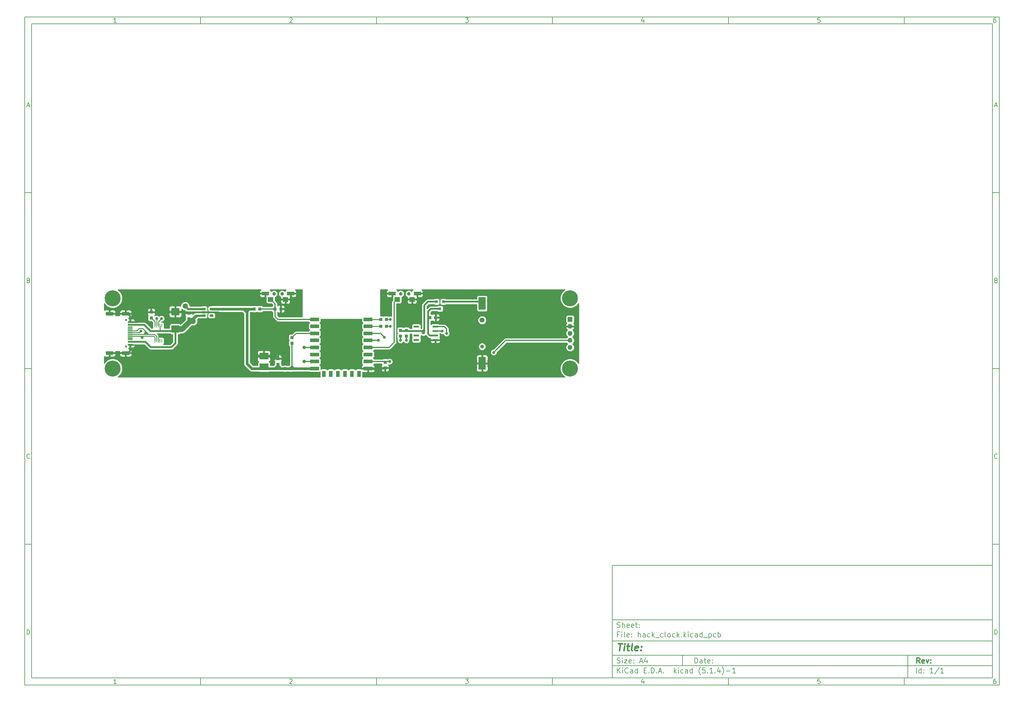
<source format=gtl>
G04 #@! TF.GenerationSoftware,KiCad,Pcbnew,(5.1.4)-1*
G04 #@! TF.CreationDate,2019-11-05T14:40:22+08:00*
G04 #@! TF.ProjectId,hack_clock,6861636b-5f63-46c6-9f63-6b2e6b696361,rev?*
G04 #@! TF.SameCoordinates,Original*
G04 #@! TF.FileFunction,Copper,L1,Top*
G04 #@! TF.FilePolarity,Positive*
%FSLAX46Y46*%
G04 Gerber Fmt 4.6, Leading zero omitted, Abs format (unit mm)*
G04 Created by KiCad (PCBNEW (5.1.4)-1) date 2019-11-05 14:40:22*
%MOMM*%
%LPD*%
G04 APERTURE LIST*
%ADD10C,0.150000*%
%ADD11C,0.300000*%
%ADD12C,0.400000*%
%ADD13C,2.075000*%
%ADD14C,0.600000*%
%ADD15C,4.560000*%
%ADD16R,0.250000X1.100000*%
%ADD17C,0.620000*%
%ADD18R,1.400000X0.300000*%
%ADD19R,1.400000X0.600000*%
%ADD20C,1.000000*%
%ADD21R,2.000000X3.600000*%
%ADD22C,1.100000*%
%ADD23C,1.400000*%
%ADD24R,0.920000X0.965000*%
%ADD25R,0.965000X0.920000*%
%ADD26R,0.800100X0.800100*%
%ADD27R,1.350000X1.350000*%
%ADD28O,1.350000X1.350000*%
%ADD29R,2.000000X1.000000*%
%ADD30R,1.500000X1.400000*%
%ADD31R,1.060000X0.650000*%
%ADD32R,2.500000X1.000000*%
%ADD33R,1.000000X1.800000*%
%ADD34R,1.550000X0.600000*%
%ADD35R,2.499360X1.950720*%
%ADD36C,0.800000*%
%ADD37C,1.500000*%
%ADD38C,0.500000*%
%ADD39C,0.254000*%
%ADD40C,0.800000*%
%ADD41C,1.500000*%
%ADD42C,0.600000*%
G04 APERTURE END LIST*
D10*
X177002200Y-166007200D02*
X177002200Y-198007200D01*
X285002200Y-198007200D01*
X285002200Y-166007200D01*
X177002200Y-166007200D01*
X10000000Y-10000000D02*
X10000000Y-200007200D01*
X287002200Y-200007200D01*
X287002200Y-10000000D01*
X10000000Y-10000000D01*
X12000000Y-12000000D02*
X12000000Y-198007200D01*
X285002200Y-198007200D01*
X285002200Y-12000000D01*
X12000000Y-12000000D01*
X60000000Y-12000000D02*
X60000000Y-10000000D01*
X110000000Y-12000000D02*
X110000000Y-10000000D01*
X160000000Y-12000000D02*
X160000000Y-10000000D01*
X210000000Y-12000000D02*
X210000000Y-10000000D01*
X260000000Y-12000000D02*
X260000000Y-10000000D01*
X36065476Y-11588095D02*
X35322619Y-11588095D01*
X35694047Y-11588095D02*
X35694047Y-10288095D01*
X35570238Y-10473809D01*
X35446428Y-10597619D01*
X35322619Y-10659523D01*
X85322619Y-10411904D02*
X85384523Y-10350000D01*
X85508333Y-10288095D01*
X85817857Y-10288095D01*
X85941666Y-10350000D01*
X86003571Y-10411904D01*
X86065476Y-10535714D01*
X86065476Y-10659523D01*
X86003571Y-10845238D01*
X85260714Y-11588095D01*
X86065476Y-11588095D01*
X135260714Y-10288095D02*
X136065476Y-10288095D01*
X135632142Y-10783333D01*
X135817857Y-10783333D01*
X135941666Y-10845238D01*
X136003571Y-10907142D01*
X136065476Y-11030952D01*
X136065476Y-11340476D01*
X136003571Y-11464285D01*
X135941666Y-11526190D01*
X135817857Y-11588095D01*
X135446428Y-11588095D01*
X135322619Y-11526190D01*
X135260714Y-11464285D01*
X185941666Y-10721428D02*
X185941666Y-11588095D01*
X185632142Y-10226190D02*
X185322619Y-11154761D01*
X186127380Y-11154761D01*
X236003571Y-10288095D02*
X235384523Y-10288095D01*
X235322619Y-10907142D01*
X235384523Y-10845238D01*
X235508333Y-10783333D01*
X235817857Y-10783333D01*
X235941666Y-10845238D01*
X236003571Y-10907142D01*
X236065476Y-11030952D01*
X236065476Y-11340476D01*
X236003571Y-11464285D01*
X235941666Y-11526190D01*
X235817857Y-11588095D01*
X235508333Y-11588095D01*
X235384523Y-11526190D01*
X235322619Y-11464285D01*
X285941666Y-10288095D02*
X285694047Y-10288095D01*
X285570238Y-10350000D01*
X285508333Y-10411904D01*
X285384523Y-10597619D01*
X285322619Y-10845238D01*
X285322619Y-11340476D01*
X285384523Y-11464285D01*
X285446428Y-11526190D01*
X285570238Y-11588095D01*
X285817857Y-11588095D01*
X285941666Y-11526190D01*
X286003571Y-11464285D01*
X286065476Y-11340476D01*
X286065476Y-11030952D01*
X286003571Y-10907142D01*
X285941666Y-10845238D01*
X285817857Y-10783333D01*
X285570238Y-10783333D01*
X285446428Y-10845238D01*
X285384523Y-10907142D01*
X285322619Y-11030952D01*
X60000000Y-198007200D02*
X60000000Y-200007200D01*
X110000000Y-198007200D02*
X110000000Y-200007200D01*
X160000000Y-198007200D02*
X160000000Y-200007200D01*
X210000000Y-198007200D02*
X210000000Y-200007200D01*
X260000000Y-198007200D02*
X260000000Y-200007200D01*
X36065476Y-199595295D02*
X35322619Y-199595295D01*
X35694047Y-199595295D02*
X35694047Y-198295295D01*
X35570238Y-198481009D01*
X35446428Y-198604819D01*
X35322619Y-198666723D01*
X85322619Y-198419104D02*
X85384523Y-198357200D01*
X85508333Y-198295295D01*
X85817857Y-198295295D01*
X85941666Y-198357200D01*
X86003571Y-198419104D01*
X86065476Y-198542914D01*
X86065476Y-198666723D01*
X86003571Y-198852438D01*
X85260714Y-199595295D01*
X86065476Y-199595295D01*
X135260714Y-198295295D02*
X136065476Y-198295295D01*
X135632142Y-198790533D01*
X135817857Y-198790533D01*
X135941666Y-198852438D01*
X136003571Y-198914342D01*
X136065476Y-199038152D01*
X136065476Y-199347676D01*
X136003571Y-199471485D01*
X135941666Y-199533390D01*
X135817857Y-199595295D01*
X135446428Y-199595295D01*
X135322619Y-199533390D01*
X135260714Y-199471485D01*
X185941666Y-198728628D02*
X185941666Y-199595295D01*
X185632142Y-198233390D02*
X185322619Y-199161961D01*
X186127380Y-199161961D01*
X236003571Y-198295295D02*
X235384523Y-198295295D01*
X235322619Y-198914342D01*
X235384523Y-198852438D01*
X235508333Y-198790533D01*
X235817857Y-198790533D01*
X235941666Y-198852438D01*
X236003571Y-198914342D01*
X236065476Y-199038152D01*
X236065476Y-199347676D01*
X236003571Y-199471485D01*
X235941666Y-199533390D01*
X235817857Y-199595295D01*
X235508333Y-199595295D01*
X235384523Y-199533390D01*
X235322619Y-199471485D01*
X285941666Y-198295295D02*
X285694047Y-198295295D01*
X285570238Y-198357200D01*
X285508333Y-198419104D01*
X285384523Y-198604819D01*
X285322619Y-198852438D01*
X285322619Y-199347676D01*
X285384523Y-199471485D01*
X285446428Y-199533390D01*
X285570238Y-199595295D01*
X285817857Y-199595295D01*
X285941666Y-199533390D01*
X286003571Y-199471485D01*
X286065476Y-199347676D01*
X286065476Y-199038152D01*
X286003571Y-198914342D01*
X285941666Y-198852438D01*
X285817857Y-198790533D01*
X285570238Y-198790533D01*
X285446428Y-198852438D01*
X285384523Y-198914342D01*
X285322619Y-199038152D01*
X10000000Y-60000000D02*
X12000000Y-60000000D01*
X10000000Y-110000000D02*
X12000000Y-110000000D01*
X10000000Y-160000000D02*
X12000000Y-160000000D01*
X10690476Y-35216666D02*
X11309523Y-35216666D01*
X10566666Y-35588095D02*
X11000000Y-34288095D01*
X11433333Y-35588095D01*
X11092857Y-84907142D02*
X11278571Y-84969047D01*
X11340476Y-85030952D01*
X11402380Y-85154761D01*
X11402380Y-85340476D01*
X11340476Y-85464285D01*
X11278571Y-85526190D01*
X11154761Y-85588095D01*
X10659523Y-85588095D01*
X10659523Y-84288095D01*
X11092857Y-84288095D01*
X11216666Y-84350000D01*
X11278571Y-84411904D01*
X11340476Y-84535714D01*
X11340476Y-84659523D01*
X11278571Y-84783333D01*
X11216666Y-84845238D01*
X11092857Y-84907142D01*
X10659523Y-84907142D01*
X11402380Y-135464285D02*
X11340476Y-135526190D01*
X11154761Y-135588095D01*
X11030952Y-135588095D01*
X10845238Y-135526190D01*
X10721428Y-135402380D01*
X10659523Y-135278571D01*
X10597619Y-135030952D01*
X10597619Y-134845238D01*
X10659523Y-134597619D01*
X10721428Y-134473809D01*
X10845238Y-134350000D01*
X11030952Y-134288095D01*
X11154761Y-134288095D01*
X11340476Y-134350000D01*
X11402380Y-134411904D01*
X10659523Y-185588095D02*
X10659523Y-184288095D01*
X10969047Y-184288095D01*
X11154761Y-184350000D01*
X11278571Y-184473809D01*
X11340476Y-184597619D01*
X11402380Y-184845238D01*
X11402380Y-185030952D01*
X11340476Y-185278571D01*
X11278571Y-185402380D01*
X11154761Y-185526190D01*
X10969047Y-185588095D01*
X10659523Y-185588095D01*
X287002200Y-60000000D02*
X285002200Y-60000000D01*
X287002200Y-110000000D02*
X285002200Y-110000000D01*
X287002200Y-160000000D02*
X285002200Y-160000000D01*
X285692676Y-35216666D02*
X286311723Y-35216666D01*
X285568866Y-35588095D02*
X286002200Y-34288095D01*
X286435533Y-35588095D01*
X286095057Y-84907142D02*
X286280771Y-84969047D01*
X286342676Y-85030952D01*
X286404580Y-85154761D01*
X286404580Y-85340476D01*
X286342676Y-85464285D01*
X286280771Y-85526190D01*
X286156961Y-85588095D01*
X285661723Y-85588095D01*
X285661723Y-84288095D01*
X286095057Y-84288095D01*
X286218866Y-84350000D01*
X286280771Y-84411904D01*
X286342676Y-84535714D01*
X286342676Y-84659523D01*
X286280771Y-84783333D01*
X286218866Y-84845238D01*
X286095057Y-84907142D01*
X285661723Y-84907142D01*
X286404580Y-135464285D02*
X286342676Y-135526190D01*
X286156961Y-135588095D01*
X286033152Y-135588095D01*
X285847438Y-135526190D01*
X285723628Y-135402380D01*
X285661723Y-135278571D01*
X285599819Y-135030952D01*
X285599819Y-134845238D01*
X285661723Y-134597619D01*
X285723628Y-134473809D01*
X285847438Y-134350000D01*
X286033152Y-134288095D01*
X286156961Y-134288095D01*
X286342676Y-134350000D01*
X286404580Y-134411904D01*
X285661723Y-185588095D02*
X285661723Y-184288095D01*
X285971247Y-184288095D01*
X286156961Y-184350000D01*
X286280771Y-184473809D01*
X286342676Y-184597619D01*
X286404580Y-184845238D01*
X286404580Y-185030952D01*
X286342676Y-185278571D01*
X286280771Y-185402380D01*
X286156961Y-185526190D01*
X285971247Y-185588095D01*
X285661723Y-185588095D01*
X200434342Y-193785771D02*
X200434342Y-192285771D01*
X200791485Y-192285771D01*
X201005771Y-192357200D01*
X201148628Y-192500057D01*
X201220057Y-192642914D01*
X201291485Y-192928628D01*
X201291485Y-193142914D01*
X201220057Y-193428628D01*
X201148628Y-193571485D01*
X201005771Y-193714342D01*
X200791485Y-193785771D01*
X200434342Y-193785771D01*
X202577200Y-193785771D02*
X202577200Y-193000057D01*
X202505771Y-192857200D01*
X202362914Y-192785771D01*
X202077200Y-192785771D01*
X201934342Y-192857200D01*
X202577200Y-193714342D02*
X202434342Y-193785771D01*
X202077200Y-193785771D01*
X201934342Y-193714342D01*
X201862914Y-193571485D01*
X201862914Y-193428628D01*
X201934342Y-193285771D01*
X202077200Y-193214342D01*
X202434342Y-193214342D01*
X202577200Y-193142914D01*
X203077200Y-192785771D02*
X203648628Y-192785771D01*
X203291485Y-192285771D02*
X203291485Y-193571485D01*
X203362914Y-193714342D01*
X203505771Y-193785771D01*
X203648628Y-193785771D01*
X204720057Y-193714342D02*
X204577200Y-193785771D01*
X204291485Y-193785771D01*
X204148628Y-193714342D01*
X204077200Y-193571485D01*
X204077200Y-193000057D01*
X204148628Y-192857200D01*
X204291485Y-192785771D01*
X204577200Y-192785771D01*
X204720057Y-192857200D01*
X204791485Y-193000057D01*
X204791485Y-193142914D01*
X204077200Y-193285771D01*
X205434342Y-193642914D02*
X205505771Y-193714342D01*
X205434342Y-193785771D01*
X205362914Y-193714342D01*
X205434342Y-193642914D01*
X205434342Y-193785771D01*
X205434342Y-192857200D02*
X205505771Y-192928628D01*
X205434342Y-193000057D01*
X205362914Y-192928628D01*
X205434342Y-192857200D01*
X205434342Y-193000057D01*
X177002200Y-194507200D02*
X285002200Y-194507200D01*
X178434342Y-196585771D02*
X178434342Y-195085771D01*
X179291485Y-196585771D02*
X178648628Y-195728628D01*
X179291485Y-195085771D02*
X178434342Y-195942914D01*
X179934342Y-196585771D02*
X179934342Y-195585771D01*
X179934342Y-195085771D02*
X179862914Y-195157200D01*
X179934342Y-195228628D01*
X180005771Y-195157200D01*
X179934342Y-195085771D01*
X179934342Y-195228628D01*
X181505771Y-196442914D02*
X181434342Y-196514342D01*
X181220057Y-196585771D01*
X181077200Y-196585771D01*
X180862914Y-196514342D01*
X180720057Y-196371485D01*
X180648628Y-196228628D01*
X180577200Y-195942914D01*
X180577200Y-195728628D01*
X180648628Y-195442914D01*
X180720057Y-195300057D01*
X180862914Y-195157200D01*
X181077200Y-195085771D01*
X181220057Y-195085771D01*
X181434342Y-195157200D01*
X181505771Y-195228628D01*
X182791485Y-196585771D02*
X182791485Y-195800057D01*
X182720057Y-195657200D01*
X182577200Y-195585771D01*
X182291485Y-195585771D01*
X182148628Y-195657200D01*
X182791485Y-196514342D02*
X182648628Y-196585771D01*
X182291485Y-196585771D01*
X182148628Y-196514342D01*
X182077200Y-196371485D01*
X182077200Y-196228628D01*
X182148628Y-196085771D01*
X182291485Y-196014342D01*
X182648628Y-196014342D01*
X182791485Y-195942914D01*
X184148628Y-196585771D02*
X184148628Y-195085771D01*
X184148628Y-196514342D02*
X184005771Y-196585771D01*
X183720057Y-196585771D01*
X183577200Y-196514342D01*
X183505771Y-196442914D01*
X183434342Y-196300057D01*
X183434342Y-195871485D01*
X183505771Y-195728628D01*
X183577200Y-195657200D01*
X183720057Y-195585771D01*
X184005771Y-195585771D01*
X184148628Y-195657200D01*
X186005771Y-195800057D02*
X186505771Y-195800057D01*
X186720057Y-196585771D02*
X186005771Y-196585771D01*
X186005771Y-195085771D01*
X186720057Y-195085771D01*
X187362914Y-196442914D02*
X187434342Y-196514342D01*
X187362914Y-196585771D01*
X187291485Y-196514342D01*
X187362914Y-196442914D01*
X187362914Y-196585771D01*
X188077200Y-196585771D02*
X188077200Y-195085771D01*
X188434342Y-195085771D01*
X188648628Y-195157200D01*
X188791485Y-195300057D01*
X188862914Y-195442914D01*
X188934342Y-195728628D01*
X188934342Y-195942914D01*
X188862914Y-196228628D01*
X188791485Y-196371485D01*
X188648628Y-196514342D01*
X188434342Y-196585771D01*
X188077200Y-196585771D01*
X189577200Y-196442914D02*
X189648628Y-196514342D01*
X189577200Y-196585771D01*
X189505771Y-196514342D01*
X189577200Y-196442914D01*
X189577200Y-196585771D01*
X190220057Y-196157200D02*
X190934342Y-196157200D01*
X190077200Y-196585771D02*
X190577200Y-195085771D01*
X191077200Y-196585771D01*
X191577200Y-196442914D02*
X191648628Y-196514342D01*
X191577200Y-196585771D01*
X191505771Y-196514342D01*
X191577200Y-196442914D01*
X191577200Y-196585771D01*
X194577200Y-196585771D02*
X194577200Y-195085771D01*
X194720057Y-196014342D02*
X195148628Y-196585771D01*
X195148628Y-195585771D02*
X194577200Y-196157200D01*
X195791485Y-196585771D02*
X195791485Y-195585771D01*
X195791485Y-195085771D02*
X195720057Y-195157200D01*
X195791485Y-195228628D01*
X195862914Y-195157200D01*
X195791485Y-195085771D01*
X195791485Y-195228628D01*
X197148628Y-196514342D02*
X197005771Y-196585771D01*
X196720057Y-196585771D01*
X196577200Y-196514342D01*
X196505771Y-196442914D01*
X196434342Y-196300057D01*
X196434342Y-195871485D01*
X196505771Y-195728628D01*
X196577200Y-195657200D01*
X196720057Y-195585771D01*
X197005771Y-195585771D01*
X197148628Y-195657200D01*
X198434342Y-196585771D02*
X198434342Y-195800057D01*
X198362914Y-195657200D01*
X198220057Y-195585771D01*
X197934342Y-195585771D01*
X197791485Y-195657200D01*
X198434342Y-196514342D02*
X198291485Y-196585771D01*
X197934342Y-196585771D01*
X197791485Y-196514342D01*
X197720057Y-196371485D01*
X197720057Y-196228628D01*
X197791485Y-196085771D01*
X197934342Y-196014342D01*
X198291485Y-196014342D01*
X198434342Y-195942914D01*
X199791485Y-196585771D02*
X199791485Y-195085771D01*
X199791485Y-196514342D02*
X199648628Y-196585771D01*
X199362914Y-196585771D01*
X199220057Y-196514342D01*
X199148628Y-196442914D01*
X199077200Y-196300057D01*
X199077200Y-195871485D01*
X199148628Y-195728628D01*
X199220057Y-195657200D01*
X199362914Y-195585771D01*
X199648628Y-195585771D01*
X199791485Y-195657200D01*
X202077200Y-197157200D02*
X202005771Y-197085771D01*
X201862914Y-196871485D01*
X201791485Y-196728628D01*
X201720057Y-196514342D01*
X201648628Y-196157200D01*
X201648628Y-195871485D01*
X201720057Y-195514342D01*
X201791485Y-195300057D01*
X201862914Y-195157200D01*
X202005771Y-194942914D01*
X202077200Y-194871485D01*
X203362914Y-195085771D02*
X202648628Y-195085771D01*
X202577200Y-195800057D01*
X202648628Y-195728628D01*
X202791485Y-195657200D01*
X203148628Y-195657200D01*
X203291485Y-195728628D01*
X203362914Y-195800057D01*
X203434342Y-195942914D01*
X203434342Y-196300057D01*
X203362914Y-196442914D01*
X203291485Y-196514342D01*
X203148628Y-196585771D01*
X202791485Y-196585771D01*
X202648628Y-196514342D01*
X202577200Y-196442914D01*
X204077200Y-196442914D02*
X204148628Y-196514342D01*
X204077200Y-196585771D01*
X204005771Y-196514342D01*
X204077200Y-196442914D01*
X204077200Y-196585771D01*
X205577200Y-196585771D02*
X204720057Y-196585771D01*
X205148628Y-196585771D02*
X205148628Y-195085771D01*
X205005771Y-195300057D01*
X204862914Y-195442914D01*
X204720057Y-195514342D01*
X206220057Y-196442914D02*
X206291485Y-196514342D01*
X206220057Y-196585771D01*
X206148628Y-196514342D01*
X206220057Y-196442914D01*
X206220057Y-196585771D01*
X207577200Y-195585771D02*
X207577200Y-196585771D01*
X207220057Y-195014342D02*
X206862914Y-196085771D01*
X207791485Y-196085771D01*
X208220057Y-197157200D02*
X208291485Y-197085771D01*
X208434342Y-196871485D01*
X208505771Y-196728628D01*
X208577200Y-196514342D01*
X208648628Y-196157200D01*
X208648628Y-195871485D01*
X208577200Y-195514342D01*
X208505771Y-195300057D01*
X208434342Y-195157200D01*
X208291485Y-194942914D01*
X208220057Y-194871485D01*
X209362914Y-196014342D02*
X210505771Y-196014342D01*
X212005771Y-196585771D02*
X211148628Y-196585771D01*
X211577200Y-196585771D02*
X211577200Y-195085771D01*
X211434342Y-195300057D01*
X211291485Y-195442914D01*
X211148628Y-195514342D01*
X177002200Y-191507200D02*
X285002200Y-191507200D01*
D11*
X264411485Y-193785771D02*
X263911485Y-193071485D01*
X263554342Y-193785771D02*
X263554342Y-192285771D01*
X264125771Y-192285771D01*
X264268628Y-192357200D01*
X264340057Y-192428628D01*
X264411485Y-192571485D01*
X264411485Y-192785771D01*
X264340057Y-192928628D01*
X264268628Y-193000057D01*
X264125771Y-193071485D01*
X263554342Y-193071485D01*
X265625771Y-193714342D02*
X265482914Y-193785771D01*
X265197200Y-193785771D01*
X265054342Y-193714342D01*
X264982914Y-193571485D01*
X264982914Y-193000057D01*
X265054342Y-192857200D01*
X265197200Y-192785771D01*
X265482914Y-192785771D01*
X265625771Y-192857200D01*
X265697200Y-193000057D01*
X265697200Y-193142914D01*
X264982914Y-193285771D01*
X266197200Y-192785771D02*
X266554342Y-193785771D01*
X266911485Y-192785771D01*
X267482914Y-193642914D02*
X267554342Y-193714342D01*
X267482914Y-193785771D01*
X267411485Y-193714342D01*
X267482914Y-193642914D01*
X267482914Y-193785771D01*
X267482914Y-192857200D02*
X267554342Y-192928628D01*
X267482914Y-193000057D01*
X267411485Y-192928628D01*
X267482914Y-192857200D01*
X267482914Y-193000057D01*
D10*
X178362914Y-193714342D02*
X178577200Y-193785771D01*
X178934342Y-193785771D01*
X179077200Y-193714342D01*
X179148628Y-193642914D01*
X179220057Y-193500057D01*
X179220057Y-193357200D01*
X179148628Y-193214342D01*
X179077200Y-193142914D01*
X178934342Y-193071485D01*
X178648628Y-193000057D01*
X178505771Y-192928628D01*
X178434342Y-192857200D01*
X178362914Y-192714342D01*
X178362914Y-192571485D01*
X178434342Y-192428628D01*
X178505771Y-192357200D01*
X178648628Y-192285771D01*
X179005771Y-192285771D01*
X179220057Y-192357200D01*
X179862914Y-193785771D02*
X179862914Y-192785771D01*
X179862914Y-192285771D02*
X179791485Y-192357200D01*
X179862914Y-192428628D01*
X179934342Y-192357200D01*
X179862914Y-192285771D01*
X179862914Y-192428628D01*
X180434342Y-192785771D02*
X181220057Y-192785771D01*
X180434342Y-193785771D01*
X181220057Y-193785771D01*
X182362914Y-193714342D02*
X182220057Y-193785771D01*
X181934342Y-193785771D01*
X181791485Y-193714342D01*
X181720057Y-193571485D01*
X181720057Y-193000057D01*
X181791485Y-192857200D01*
X181934342Y-192785771D01*
X182220057Y-192785771D01*
X182362914Y-192857200D01*
X182434342Y-193000057D01*
X182434342Y-193142914D01*
X181720057Y-193285771D01*
X183077200Y-193642914D02*
X183148628Y-193714342D01*
X183077200Y-193785771D01*
X183005771Y-193714342D01*
X183077200Y-193642914D01*
X183077200Y-193785771D01*
X183077200Y-192857200D02*
X183148628Y-192928628D01*
X183077200Y-193000057D01*
X183005771Y-192928628D01*
X183077200Y-192857200D01*
X183077200Y-193000057D01*
X184862914Y-193357200D02*
X185577200Y-193357200D01*
X184720057Y-193785771D02*
X185220057Y-192285771D01*
X185720057Y-193785771D01*
X186862914Y-192785771D02*
X186862914Y-193785771D01*
X186505771Y-192214342D02*
X186148628Y-193285771D01*
X187077200Y-193285771D01*
X263434342Y-196585771D02*
X263434342Y-195085771D01*
X264791485Y-196585771D02*
X264791485Y-195085771D01*
X264791485Y-196514342D02*
X264648628Y-196585771D01*
X264362914Y-196585771D01*
X264220057Y-196514342D01*
X264148628Y-196442914D01*
X264077200Y-196300057D01*
X264077200Y-195871485D01*
X264148628Y-195728628D01*
X264220057Y-195657200D01*
X264362914Y-195585771D01*
X264648628Y-195585771D01*
X264791485Y-195657200D01*
X265505771Y-196442914D02*
X265577200Y-196514342D01*
X265505771Y-196585771D01*
X265434342Y-196514342D01*
X265505771Y-196442914D01*
X265505771Y-196585771D01*
X265505771Y-195657200D02*
X265577200Y-195728628D01*
X265505771Y-195800057D01*
X265434342Y-195728628D01*
X265505771Y-195657200D01*
X265505771Y-195800057D01*
X268148628Y-196585771D02*
X267291485Y-196585771D01*
X267720057Y-196585771D02*
X267720057Y-195085771D01*
X267577200Y-195300057D01*
X267434342Y-195442914D01*
X267291485Y-195514342D01*
X269862914Y-195014342D02*
X268577200Y-196942914D01*
X271148628Y-196585771D02*
X270291485Y-196585771D01*
X270720057Y-196585771D02*
X270720057Y-195085771D01*
X270577200Y-195300057D01*
X270434342Y-195442914D01*
X270291485Y-195514342D01*
X177002200Y-187507200D02*
X285002200Y-187507200D01*
D12*
X178714580Y-188211961D02*
X179857438Y-188211961D01*
X179036009Y-190211961D02*
X179286009Y-188211961D01*
X180274104Y-190211961D02*
X180440771Y-188878628D01*
X180524104Y-188211961D02*
X180416961Y-188307200D01*
X180500295Y-188402438D01*
X180607438Y-188307200D01*
X180524104Y-188211961D01*
X180500295Y-188402438D01*
X181107438Y-188878628D02*
X181869342Y-188878628D01*
X181476485Y-188211961D02*
X181262200Y-189926247D01*
X181333628Y-190116723D01*
X181512200Y-190211961D01*
X181702676Y-190211961D01*
X182655057Y-190211961D02*
X182476485Y-190116723D01*
X182405057Y-189926247D01*
X182619342Y-188211961D01*
X184190771Y-190116723D02*
X183988390Y-190211961D01*
X183607438Y-190211961D01*
X183428866Y-190116723D01*
X183357438Y-189926247D01*
X183452676Y-189164342D01*
X183571723Y-188973866D01*
X183774104Y-188878628D01*
X184155057Y-188878628D01*
X184333628Y-188973866D01*
X184405057Y-189164342D01*
X184381247Y-189354819D01*
X183405057Y-189545295D01*
X185155057Y-190021485D02*
X185238390Y-190116723D01*
X185131247Y-190211961D01*
X185047914Y-190116723D01*
X185155057Y-190021485D01*
X185131247Y-190211961D01*
X185286009Y-188973866D02*
X185369342Y-189069104D01*
X185262200Y-189164342D01*
X185178866Y-189069104D01*
X185286009Y-188973866D01*
X185262200Y-189164342D01*
D10*
X178934342Y-185600057D02*
X178434342Y-185600057D01*
X178434342Y-186385771D02*
X178434342Y-184885771D01*
X179148628Y-184885771D01*
X179720057Y-186385771D02*
X179720057Y-185385771D01*
X179720057Y-184885771D02*
X179648628Y-184957200D01*
X179720057Y-185028628D01*
X179791485Y-184957200D01*
X179720057Y-184885771D01*
X179720057Y-185028628D01*
X180648628Y-186385771D02*
X180505771Y-186314342D01*
X180434342Y-186171485D01*
X180434342Y-184885771D01*
X181791485Y-186314342D02*
X181648628Y-186385771D01*
X181362914Y-186385771D01*
X181220057Y-186314342D01*
X181148628Y-186171485D01*
X181148628Y-185600057D01*
X181220057Y-185457200D01*
X181362914Y-185385771D01*
X181648628Y-185385771D01*
X181791485Y-185457200D01*
X181862914Y-185600057D01*
X181862914Y-185742914D01*
X181148628Y-185885771D01*
X182505771Y-186242914D02*
X182577200Y-186314342D01*
X182505771Y-186385771D01*
X182434342Y-186314342D01*
X182505771Y-186242914D01*
X182505771Y-186385771D01*
X182505771Y-185457200D02*
X182577200Y-185528628D01*
X182505771Y-185600057D01*
X182434342Y-185528628D01*
X182505771Y-185457200D01*
X182505771Y-185600057D01*
X184362914Y-186385771D02*
X184362914Y-184885771D01*
X185005771Y-186385771D02*
X185005771Y-185600057D01*
X184934342Y-185457200D01*
X184791485Y-185385771D01*
X184577200Y-185385771D01*
X184434342Y-185457200D01*
X184362914Y-185528628D01*
X186362914Y-186385771D02*
X186362914Y-185600057D01*
X186291485Y-185457200D01*
X186148628Y-185385771D01*
X185862914Y-185385771D01*
X185720057Y-185457200D01*
X186362914Y-186314342D02*
X186220057Y-186385771D01*
X185862914Y-186385771D01*
X185720057Y-186314342D01*
X185648628Y-186171485D01*
X185648628Y-186028628D01*
X185720057Y-185885771D01*
X185862914Y-185814342D01*
X186220057Y-185814342D01*
X186362914Y-185742914D01*
X187720057Y-186314342D02*
X187577200Y-186385771D01*
X187291485Y-186385771D01*
X187148628Y-186314342D01*
X187077200Y-186242914D01*
X187005771Y-186100057D01*
X187005771Y-185671485D01*
X187077200Y-185528628D01*
X187148628Y-185457200D01*
X187291485Y-185385771D01*
X187577200Y-185385771D01*
X187720057Y-185457200D01*
X188362914Y-186385771D02*
X188362914Y-184885771D01*
X188505771Y-185814342D02*
X188934342Y-186385771D01*
X188934342Y-185385771D02*
X188362914Y-185957200D01*
X189220057Y-186528628D02*
X190362914Y-186528628D01*
X191362914Y-186314342D02*
X191220057Y-186385771D01*
X190934342Y-186385771D01*
X190791485Y-186314342D01*
X190720057Y-186242914D01*
X190648628Y-186100057D01*
X190648628Y-185671485D01*
X190720057Y-185528628D01*
X190791485Y-185457200D01*
X190934342Y-185385771D01*
X191220057Y-185385771D01*
X191362914Y-185457200D01*
X192220057Y-186385771D02*
X192077200Y-186314342D01*
X192005771Y-186171485D01*
X192005771Y-184885771D01*
X193005771Y-186385771D02*
X192862914Y-186314342D01*
X192791485Y-186242914D01*
X192720057Y-186100057D01*
X192720057Y-185671485D01*
X192791485Y-185528628D01*
X192862914Y-185457200D01*
X193005771Y-185385771D01*
X193220057Y-185385771D01*
X193362914Y-185457200D01*
X193434342Y-185528628D01*
X193505771Y-185671485D01*
X193505771Y-186100057D01*
X193434342Y-186242914D01*
X193362914Y-186314342D01*
X193220057Y-186385771D01*
X193005771Y-186385771D01*
X194791485Y-186314342D02*
X194648628Y-186385771D01*
X194362914Y-186385771D01*
X194220057Y-186314342D01*
X194148628Y-186242914D01*
X194077200Y-186100057D01*
X194077200Y-185671485D01*
X194148628Y-185528628D01*
X194220057Y-185457200D01*
X194362914Y-185385771D01*
X194648628Y-185385771D01*
X194791485Y-185457200D01*
X195434342Y-186385771D02*
X195434342Y-184885771D01*
X195577200Y-185814342D02*
X196005771Y-186385771D01*
X196005771Y-185385771D02*
X195434342Y-185957200D01*
X196648628Y-186242914D02*
X196720057Y-186314342D01*
X196648628Y-186385771D01*
X196577200Y-186314342D01*
X196648628Y-186242914D01*
X196648628Y-186385771D01*
X197362914Y-186385771D02*
X197362914Y-184885771D01*
X197505771Y-185814342D02*
X197934342Y-186385771D01*
X197934342Y-185385771D02*
X197362914Y-185957200D01*
X198577200Y-186385771D02*
X198577200Y-185385771D01*
X198577200Y-184885771D02*
X198505771Y-184957200D01*
X198577200Y-185028628D01*
X198648628Y-184957200D01*
X198577200Y-184885771D01*
X198577200Y-185028628D01*
X199934342Y-186314342D02*
X199791485Y-186385771D01*
X199505771Y-186385771D01*
X199362914Y-186314342D01*
X199291485Y-186242914D01*
X199220057Y-186100057D01*
X199220057Y-185671485D01*
X199291485Y-185528628D01*
X199362914Y-185457200D01*
X199505771Y-185385771D01*
X199791485Y-185385771D01*
X199934342Y-185457200D01*
X201220057Y-186385771D02*
X201220057Y-185600057D01*
X201148628Y-185457200D01*
X201005771Y-185385771D01*
X200720057Y-185385771D01*
X200577200Y-185457200D01*
X201220057Y-186314342D02*
X201077200Y-186385771D01*
X200720057Y-186385771D01*
X200577200Y-186314342D01*
X200505771Y-186171485D01*
X200505771Y-186028628D01*
X200577200Y-185885771D01*
X200720057Y-185814342D01*
X201077200Y-185814342D01*
X201220057Y-185742914D01*
X202577200Y-186385771D02*
X202577200Y-184885771D01*
X202577200Y-186314342D02*
X202434342Y-186385771D01*
X202148628Y-186385771D01*
X202005771Y-186314342D01*
X201934342Y-186242914D01*
X201862914Y-186100057D01*
X201862914Y-185671485D01*
X201934342Y-185528628D01*
X202005771Y-185457200D01*
X202148628Y-185385771D01*
X202434342Y-185385771D01*
X202577200Y-185457200D01*
X202934342Y-186528628D02*
X204077200Y-186528628D01*
X204434342Y-185385771D02*
X204434342Y-186885771D01*
X204434342Y-185457200D02*
X204577200Y-185385771D01*
X204862914Y-185385771D01*
X205005771Y-185457200D01*
X205077200Y-185528628D01*
X205148628Y-185671485D01*
X205148628Y-186100057D01*
X205077200Y-186242914D01*
X205005771Y-186314342D01*
X204862914Y-186385771D01*
X204577200Y-186385771D01*
X204434342Y-186314342D01*
X206434342Y-186314342D02*
X206291485Y-186385771D01*
X206005771Y-186385771D01*
X205862914Y-186314342D01*
X205791485Y-186242914D01*
X205720057Y-186100057D01*
X205720057Y-185671485D01*
X205791485Y-185528628D01*
X205862914Y-185457200D01*
X206005771Y-185385771D01*
X206291485Y-185385771D01*
X206434342Y-185457200D01*
X207077200Y-186385771D02*
X207077200Y-184885771D01*
X207077200Y-185457200D02*
X207220057Y-185385771D01*
X207505771Y-185385771D01*
X207648628Y-185457200D01*
X207720057Y-185528628D01*
X207791485Y-185671485D01*
X207791485Y-186100057D01*
X207720057Y-186242914D01*
X207648628Y-186314342D01*
X207505771Y-186385771D01*
X207220057Y-186385771D01*
X207077200Y-186314342D01*
X177002200Y-181507200D02*
X285002200Y-181507200D01*
X178362914Y-183614342D02*
X178577200Y-183685771D01*
X178934342Y-183685771D01*
X179077200Y-183614342D01*
X179148628Y-183542914D01*
X179220057Y-183400057D01*
X179220057Y-183257200D01*
X179148628Y-183114342D01*
X179077200Y-183042914D01*
X178934342Y-182971485D01*
X178648628Y-182900057D01*
X178505771Y-182828628D01*
X178434342Y-182757200D01*
X178362914Y-182614342D01*
X178362914Y-182471485D01*
X178434342Y-182328628D01*
X178505771Y-182257200D01*
X178648628Y-182185771D01*
X179005771Y-182185771D01*
X179220057Y-182257200D01*
X179862914Y-183685771D02*
X179862914Y-182185771D01*
X180505771Y-183685771D02*
X180505771Y-182900057D01*
X180434342Y-182757200D01*
X180291485Y-182685771D01*
X180077200Y-182685771D01*
X179934342Y-182757200D01*
X179862914Y-182828628D01*
X181791485Y-183614342D02*
X181648628Y-183685771D01*
X181362914Y-183685771D01*
X181220057Y-183614342D01*
X181148628Y-183471485D01*
X181148628Y-182900057D01*
X181220057Y-182757200D01*
X181362914Y-182685771D01*
X181648628Y-182685771D01*
X181791485Y-182757200D01*
X181862914Y-182900057D01*
X181862914Y-183042914D01*
X181148628Y-183185771D01*
X183077200Y-183614342D02*
X182934342Y-183685771D01*
X182648628Y-183685771D01*
X182505771Y-183614342D01*
X182434342Y-183471485D01*
X182434342Y-182900057D01*
X182505771Y-182757200D01*
X182648628Y-182685771D01*
X182934342Y-182685771D01*
X183077200Y-182757200D01*
X183148628Y-182900057D01*
X183148628Y-183042914D01*
X182434342Y-183185771D01*
X183577200Y-182685771D02*
X184148628Y-182685771D01*
X183791485Y-182185771D02*
X183791485Y-183471485D01*
X183862914Y-183614342D01*
X184005771Y-183685771D01*
X184148628Y-183685771D01*
X184648628Y-183542914D02*
X184720057Y-183614342D01*
X184648628Y-183685771D01*
X184577200Y-183614342D01*
X184648628Y-183542914D01*
X184648628Y-183685771D01*
X184648628Y-182757200D02*
X184720057Y-182828628D01*
X184648628Y-182900057D01*
X184577200Y-182828628D01*
X184648628Y-182757200D01*
X184648628Y-182900057D01*
X197002200Y-191507200D02*
X197002200Y-194507200D01*
X261002200Y-191507200D02*
X261002200Y-198007200D01*
G36*
X53779504Y-92791204D02*
G01*
X53803773Y-92794804D01*
X53827571Y-92800765D01*
X53850671Y-92809030D01*
X53872849Y-92819520D01*
X53893893Y-92832133D01*
X53913598Y-92846747D01*
X53931777Y-92863223D01*
X53948253Y-92881402D01*
X53962867Y-92901107D01*
X53975480Y-92922151D01*
X53985970Y-92944329D01*
X53994235Y-92967429D01*
X54000196Y-92991227D01*
X54003796Y-93015496D01*
X54005000Y-93040000D01*
X54005000Y-94615000D01*
X54003796Y-94639504D01*
X54000196Y-94663773D01*
X53994235Y-94687571D01*
X53985970Y-94710671D01*
X53975480Y-94732849D01*
X53962867Y-94753893D01*
X53948253Y-94773598D01*
X53931777Y-94791777D01*
X53913598Y-94808253D01*
X53893893Y-94822867D01*
X53872849Y-94835480D01*
X53850671Y-94845970D01*
X53827571Y-94854235D01*
X53803773Y-94860196D01*
X53779504Y-94863796D01*
X53755000Y-94865000D01*
X51905000Y-94865000D01*
X51880496Y-94863796D01*
X51856227Y-94860196D01*
X51832429Y-94854235D01*
X51809329Y-94845970D01*
X51787151Y-94835480D01*
X51766107Y-94822867D01*
X51746402Y-94808253D01*
X51728223Y-94791777D01*
X51711747Y-94773598D01*
X51697133Y-94753893D01*
X51684520Y-94732849D01*
X51674030Y-94710671D01*
X51665765Y-94687571D01*
X51659804Y-94663773D01*
X51656204Y-94639504D01*
X51655000Y-94615000D01*
X51655000Y-93040000D01*
X51656204Y-93015496D01*
X51659804Y-92991227D01*
X51665765Y-92967429D01*
X51674030Y-92944329D01*
X51684520Y-92922151D01*
X51697133Y-92901107D01*
X51711747Y-92881402D01*
X51728223Y-92863223D01*
X51746402Y-92846747D01*
X51766107Y-92832133D01*
X51787151Y-92819520D01*
X51809329Y-92809030D01*
X51832429Y-92800765D01*
X51856227Y-92794804D01*
X51880496Y-92791204D01*
X51905000Y-92790000D01*
X53755000Y-92790000D01*
X53779504Y-92791204D01*
X53779504Y-92791204D01*
G37*
D13*
X52830000Y-93827500D03*
D10*
G36*
X53779504Y-97716204D02*
G01*
X53803773Y-97719804D01*
X53827571Y-97725765D01*
X53850671Y-97734030D01*
X53872849Y-97744520D01*
X53893893Y-97757133D01*
X53913598Y-97771747D01*
X53931777Y-97788223D01*
X53948253Y-97806402D01*
X53962867Y-97826107D01*
X53975480Y-97847151D01*
X53985970Y-97869329D01*
X53994235Y-97892429D01*
X54000196Y-97916227D01*
X54003796Y-97940496D01*
X54005000Y-97965000D01*
X54005000Y-99540000D01*
X54003796Y-99564504D01*
X54000196Y-99588773D01*
X53994235Y-99612571D01*
X53985970Y-99635671D01*
X53975480Y-99657849D01*
X53962867Y-99678893D01*
X53948253Y-99698598D01*
X53931777Y-99716777D01*
X53913598Y-99733253D01*
X53893893Y-99747867D01*
X53872849Y-99760480D01*
X53850671Y-99770970D01*
X53827571Y-99779235D01*
X53803773Y-99785196D01*
X53779504Y-99788796D01*
X53755000Y-99790000D01*
X51905000Y-99790000D01*
X51880496Y-99788796D01*
X51856227Y-99785196D01*
X51832429Y-99779235D01*
X51809329Y-99770970D01*
X51787151Y-99760480D01*
X51766107Y-99747867D01*
X51746402Y-99733253D01*
X51728223Y-99716777D01*
X51711747Y-99698598D01*
X51697133Y-99678893D01*
X51684520Y-99657849D01*
X51674030Y-99635671D01*
X51665765Y-99612571D01*
X51659804Y-99588773D01*
X51656204Y-99564504D01*
X51655000Y-99540000D01*
X51655000Y-97965000D01*
X51656204Y-97940496D01*
X51659804Y-97916227D01*
X51665765Y-97892429D01*
X51674030Y-97869329D01*
X51684520Y-97847151D01*
X51697133Y-97826107D01*
X51711747Y-97806402D01*
X51728223Y-97788223D01*
X51746402Y-97771747D01*
X51766107Y-97757133D01*
X51787151Y-97744520D01*
X51809329Y-97734030D01*
X51832429Y-97725765D01*
X51856227Y-97719804D01*
X51880496Y-97716204D01*
X51905000Y-97715000D01*
X53755000Y-97715000D01*
X53779504Y-97716204D01*
X53779504Y-97716204D01*
G37*
D13*
X52830000Y-98752500D03*
D14*
X166260000Y-108740000D03*
X166780000Y-110000000D03*
D15*
X165000000Y-110000000D03*
D14*
X166260000Y-111260000D03*
X165000000Y-111780000D03*
X163220000Y-110000000D03*
X163740000Y-111260000D03*
X165000000Y-108220000D03*
X163740000Y-108740000D03*
X163740000Y-88740000D03*
X165000000Y-88220000D03*
X163740000Y-91260000D03*
X163220000Y-90000000D03*
X165000000Y-91780000D03*
X166260000Y-91260000D03*
D15*
X165000000Y-90000000D03*
D14*
X166780000Y-90000000D03*
X166260000Y-88740000D03*
X33740000Y-108740000D03*
X35000000Y-108220000D03*
X33740000Y-111260000D03*
X33220000Y-110000000D03*
X35000000Y-111780000D03*
X36260000Y-111260000D03*
D15*
X35000000Y-110000000D03*
D14*
X36780000Y-110000000D03*
X36260000Y-108740000D03*
X36260000Y-88740000D03*
X36780000Y-90000000D03*
D15*
X35000000Y-90000000D03*
D14*
X36260000Y-91260000D03*
X35000000Y-91780000D03*
X33220000Y-90000000D03*
X33740000Y-91260000D03*
X35000000Y-88220000D03*
X33740000Y-88740000D03*
D16*
X47000000Y-102150000D03*
X47500000Y-102150000D03*
X48000000Y-102150000D03*
X48500000Y-102150000D03*
X49000000Y-102150000D03*
X49000000Y-97850000D03*
X48500000Y-97850000D03*
X48000000Y-97850000D03*
X47500000Y-97850000D03*
X47000000Y-97850000D03*
D17*
X38800000Y-96250000D03*
D18*
X40000000Y-99750000D03*
D19*
X40000000Y-97600000D03*
D18*
X40000000Y-98250000D03*
X40000000Y-101250000D03*
D10*
G36*
X34994504Y-93926204D02*
G01*
X35018773Y-93929804D01*
X35042571Y-93935765D01*
X35065671Y-93944030D01*
X35087849Y-93954520D01*
X35108893Y-93967133D01*
X35128598Y-93981747D01*
X35146777Y-93998223D01*
X35163253Y-94016402D01*
X35177867Y-94036107D01*
X35190480Y-94057151D01*
X35200970Y-94079329D01*
X35209235Y-94102429D01*
X35215196Y-94126227D01*
X35218796Y-94150496D01*
X35220000Y-94175000D01*
X35220000Y-94675000D01*
X35218796Y-94699504D01*
X35215196Y-94723773D01*
X35209235Y-94747571D01*
X35200970Y-94770671D01*
X35190480Y-94792849D01*
X35177867Y-94813893D01*
X35163253Y-94833598D01*
X35146777Y-94851777D01*
X35128598Y-94868253D01*
X35108893Y-94882867D01*
X35087849Y-94895480D01*
X35065671Y-94905970D01*
X35042571Y-94914235D01*
X35018773Y-94920196D01*
X34994504Y-94923796D01*
X34970000Y-94925000D01*
X33270000Y-94925000D01*
X33245496Y-94923796D01*
X33221227Y-94920196D01*
X33197429Y-94914235D01*
X33174329Y-94905970D01*
X33152151Y-94895480D01*
X33131107Y-94882867D01*
X33111402Y-94868253D01*
X33093223Y-94851777D01*
X33076747Y-94833598D01*
X33062133Y-94813893D01*
X33049520Y-94792849D01*
X33039030Y-94770671D01*
X33030765Y-94747571D01*
X33024804Y-94723773D01*
X33021204Y-94699504D01*
X33020000Y-94675000D01*
X33020000Y-94175000D01*
X33021204Y-94150496D01*
X33024804Y-94126227D01*
X33030765Y-94102429D01*
X33039030Y-94079329D01*
X33049520Y-94057151D01*
X33062133Y-94036107D01*
X33076747Y-94016402D01*
X33093223Y-93998223D01*
X33111402Y-93981747D01*
X33131107Y-93967133D01*
X33152151Y-93954520D01*
X33174329Y-93944030D01*
X33197429Y-93935765D01*
X33221227Y-93929804D01*
X33245496Y-93926204D01*
X33270000Y-93925000D01*
X34970000Y-93925000D01*
X34994504Y-93926204D01*
X34994504Y-93926204D01*
G37*
D20*
X34120000Y-94425000D03*
D18*
X40000000Y-99250000D03*
D10*
G36*
X39594504Y-105076204D02*
G01*
X39618773Y-105079804D01*
X39642571Y-105085765D01*
X39665671Y-105094030D01*
X39687849Y-105104520D01*
X39708893Y-105117133D01*
X39728598Y-105131747D01*
X39746777Y-105148223D01*
X39763253Y-105166402D01*
X39777867Y-105186107D01*
X39790480Y-105207151D01*
X39800970Y-105229329D01*
X39809235Y-105252429D01*
X39815196Y-105276227D01*
X39818796Y-105300496D01*
X39820000Y-105325000D01*
X39820000Y-105825000D01*
X39818796Y-105849504D01*
X39815196Y-105873773D01*
X39809235Y-105897571D01*
X39800970Y-105920671D01*
X39790480Y-105942849D01*
X39777867Y-105963893D01*
X39763253Y-105983598D01*
X39746777Y-106001777D01*
X39728598Y-106018253D01*
X39708893Y-106032867D01*
X39687849Y-106045480D01*
X39665671Y-106055970D01*
X39642571Y-106064235D01*
X39618773Y-106070196D01*
X39594504Y-106073796D01*
X39570000Y-106075000D01*
X37870000Y-106075000D01*
X37845496Y-106073796D01*
X37821227Y-106070196D01*
X37797429Y-106064235D01*
X37774329Y-106055970D01*
X37752151Y-106045480D01*
X37731107Y-106032867D01*
X37711402Y-106018253D01*
X37693223Y-106001777D01*
X37676747Y-105983598D01*
X37662133Y-105963893D01*
X37649520Y-105942849D01*
X37639030Y-105920671D01*
X37630765Y-105897571D01*
X37624804Y-105873773D01*
X37621204Y-105849504D01*
X37620000Y-105825000D01*
X37620000Y-105325000D01*
X37621204Y-105300496D01*
X37624804Y-105276227D01*
X37630765Y-105252429D01*
X37639030Y-105229329D01*
X37649520Y-105207151D01*
X37662133Y-105186107D01*
X37676747Y-105166402D01*
X37693223Y-105148223D01*
X37711402Y-105131747D01*
X37731107Y-105117133D01*
X37752151Y-105104520D01*
X37774329Y-105094030D01*
X37797429Y-105085765D01*
X37821227Y-105079804D01*
X37845496Y-105076204D01*
X37870000Y-105075000D01*
X39570000Y-105075000D01*
X39594504Y-105076204D01*
X39594504Y-105076204D01*
G37*
D20*
X38720000Y-105575000D03*
D19*
X40000000Y-96800000D03*
D10*
G36*
X34994504Y-105076204D02*
G01*
X35018773Y-105079804D01*
X35042571Y-105085765D01*
X35065671Y-105094030D01*
X35087849Y-105104520D01*
X35108893Y-105117133D01*
X35128598Y-105131747D01*
X35146777Y-105148223D01*
X35163253Y-105166402D01*
X35177867Y-105186107D01*
X35190480Y-105207151D01*
X35200970Y-105229329D01*
X35209235Y-105252429D01*
X35215196Y-105276227D01*
X35218796Y-105300496D01*
X35220000Y-105325000D01*
X35220000Y-105825000D01*
X35218796Y-105849504D01*
X35215196Y-105873773D01*
X35209235Y-105897571D01*
X35200970Y-105920671D01*
X35190480Y-105942849D01*
X35177867Y-105963893D01*
X35163253Y-105983598D01*
X35146777Y-106001777D01*
X35128598Y-106018253D01*
X35108893Y-106032867D01*
X35087849Y-106045480D01*
X35065671Y-106055970D01*
X35042571Y-106064235D01*
X35018773Y-106070196D01*
X34994504Y-106073796D01*
X34970000Y-106075000D01*
X33270000Y-106075000D01*
X33245496Y-106073796D01*
X33221227Y-106070196D01*
X33197429Y-106064235D01*
X33174329Y-106055970D01*
X33152151Y-106045480D01*
X33131107Y-106032867D01*
X33111402Y-106018253D01*
X33093223Y-106001777D01*
X33076747Y-105983598D01*
X33062133Y-105963893D01*
X33049520Y-105942849D01*
X33039030Y-105920671D01*
X33030765Y-105897571D01*
X33024804Y-105873773D01*
X33021204Y-105849504D01*
X33020000Y-105825000D01*
X33020000Y-105325000D01*
X33021204Y-105300496D01*
X33024804Y-105276227D01*
X33030765Y-105252429D01*
X33039030Y-105229329D01*
X33049520Y-105207151D01*
X33062133Y-105186107D01*
X33076747Y-105166402D01*
X33093223Y-105148223D01*
X33111402Y-105131747D01*
X33131107Y-105117133D01*
X33152151Y-105104520D01*
X33174329Y-105094030D01*
X33197429Y-105085765D01*
X33221227Y-105079804D01*
X33245496Y-105076204D01*
X33270000Y-105075000D01*
X34970000Y-105075000D01*
X34994504Y-105076204D01*
X34994504Y-105076204D01*
G37*
D20*
X34120000Y-105575000D03*
D19*
X40000000Y-102400000D03*
D18*
X40000000Y-100750000D03*
X40000000Y-98750000D03*
D10*
G36*
X39594504Y-93926204D02*
G01*
X39618773Y-93929804D01*
X39642571Y-93935765D01*
X39665671Y-93944030D01*
X39687849Y-93954520D01*
X39708893Y-93967133D01*
X39728598Y-93981747D01*
X39746777Y-93998223D01*
X39763253Y-94016402D01*
X39777867Y-94036107D01*
X39790480Y-94057151D01*
X39800970Y-94079329D01*
X39809235Y-94102429D01*
X39815196Y-94126227D01*
X39818796Y-94150496D01*
X39820000Y-94175000D01*
X39820000Y-94675000D01*
X39818796Y-94699504D01*
X39815196Y-94723773D01*
X39809235Y-94747571D01*
X39800970Y-94770671D01*
X39790480Y-94792849D01*
X39777867Y-94813893D01*
X39763253Y-94833598D01*
X39746777Y-94851777D01*
X39728598Y-94868253D01*
X39708893Y-94882867D01*
X39687849Y-94895480D01*
X39665671Y-94905970D01*
X39642571Y-94914235D01*
X39618773Y-94920196D01*
X39594504Y-94923796D01*
X39570000Y-94925000D01*
X37870000Y-94925000D01*
X37845496Y-94923796D01*
X37821227Y-94920196D01*
X37797429Y-94914235D01*
X37774329Y-94905970D01*
X37752151Y-94895480D01*
X37731107Y-94882867D01*
X37711402Y-94868253D01*
X37693223Y-94851777D01*
X37676747Y-94833598D01*
X37662133Y-94813893D01*
X37649520Y-94792849D01*
X37639030Y-94770671D01*
X37630765Y-94747571D01*
X37624804Y-94723773D01*
X37621204Y-94699504D01*
X37620000Y-94675000D01*
X37620000Y-94175000D01*
X37621204Y-94150496D01*
X37624804Y-94126227D01*
X37630765Y-94102429D01*
X37639030Y-94079329D01*
X37649520Y-94057151D01*
X37662133Y-94036107D01*
X37676747Y-94016402D01*
X37693223Y-93998223D01*
X37711402Y-93981747D01*
X37731107Y-93967133D01*
X37752151Y-93954520D01*
X37774329Y-93944030D01*
X37797429Y-93935765D01*
X37821227Y-93929804D01*
X37845496Y-93926204D01*
X37870000Y-93925000D01*
X39570000Y-93925000D01*
X39594504Y-93926204D01*
X39594504Y-93926204D01*
G37*
D20*
X38720000Y-94425000D03*
D19*
X40000000Y-103200000D03*
D18*
X40000000Y-100250000D03*
X40000000Y-101750000D03*
D17*
X38800000Y-103750000D03*
D21*
X140000000Y-108500000D03*
X140000000Y-91500000D03*
D22*
X140000000Y-103750000D03*
D23*
X140000000Y-96250000D03*
D24*
X46000000Y-93960000D03*
X46000000Y-95600000D03*
X56650000Y-95900000D03*
X56650000Y-94260000D03*
X82000000Y-107180000D03*
X82000000Y-108820000D03*
D25*
X125180000Y-95500000D03*
X126820000Y-95500000D03*
D26*
X128950000Y-90999240D03*
X127050000Y-90999240D03*
X128000000Y-92998220D03*
D27*
X165000000Y-96000000D03*
D28*
X165000000Y-98000000D03*
X165000000Y-100000000D03*
X165000000Y-102000000D03*
X165000000Y-104000000D03*
D25*
X112820000Y-96000000D03*
X111180000Y-96000000D03*
X111180000Y-98000000D03*
X112820000Y-98000000D03*
X75180000Y-93050000D03*
X76820000Y-93050000D03*
D24*
X86000000Y-101180000D03*
X86000000Y-102820000D03*
X116800000Y-99180000D03*
X116800000Y-100820000D03*
X118500000Y-100820000D03*
X118500000Y-99180000D03*
D20*
X80862690Y-88731800D03*
X83162710Y-88731800D03*
D29*
X78418600Y-88668200D03*
X85581400Y-88668200D03*
D30*
X79887280Y-90331800D03*
X84112720Y-90331800D03*
D31*
X60900000Y-93050000D03*
X60900000Y-94000000D03*
X60900000Y-94950000D03*
X63100000Y-94950000D03*
X63100000Y-93050000D03*
D32*
X92400000Y-96000000D03*
X92400000Y-98000000D03*
X92400000Y-100000000D03*
X92400000Y-102000000D03*
X92400000Y-104000000D03*
X92400000Y-106000000D03*
X92400000Y-108000000D03*
X92400000Y-110000000D03*
D33*
X95000000Y-111500000D03*
X97000000Y-111500000D03*
X99000000Y-111500000D03*
X101000000Y-111500000D03*
X103000000Y-111500000D03*
X105000000Y-111500000D03*
D32*
X107600000Y-110000000D03*
X107600000Y-108000000D03*
X107600000Y-106000000D03*
X107600000Y-104000000D03*
X107600000Y-102000000D03*
X107600000Y-100000000D03*
X107600000Y-98000000D03*
X107600000Y-96000000D03*
D34*
X121300000Y-98095000D03*
X121300000Y-99365000D03*
X121300000Y-100635000D03*
X121300000Y-101905000D03*
X126700000Y-101905000D03*
X126700000Y-100635000D03*
X126700000Y-99365000D03*
X126700000Y-98095000D03*
D25*
X81180000Y-93050000D03*
X82820000Y-93050000D03*
D35*
X78000000Y-106476000D03*
X78000000Y-109524000D03*
D24*
X112450000Y-108200000D03*
X112450000Y-109840000D03*
D30*
X120112720Y-90331800D03*
X115887280Y-90331800D03*
D29*
X121581400Y-88668200D03*
X114418600Y-88668200D03*
D20*
X119162710Y-88731800D03*
X116862690Y-88731800D03*
D36*
X48370000Y-100410000D03*
D37*
X67580000Y-88370000D03*
X65950000Y-94920000D03*
D36*
X85680000Y-89720000D03*
D37*
X80280000Y-106476000D03*
X75800000Y-106480000D03*
D20*
X128460000Y-95500000D03*
D37*
X110090000Y-110000000D03*
D36*
X122020000Y-90400000D03*
X112200000Y-88660000D03*
D20*
X83970000Y-110000000D03*
X85520000Y-109990000D03*
X123270000Y-99760000D03*
D37*
X55620000Y-92220000D03*
X57880000Y-96550000D03*
D36*
X47500000Y-95780000D03*
X113880000Y-96000000D03*
X48870000Y-95770000D03*
X113880000Y-98000000D03*
X43010000Y-99380000D03*
X43340000Y-101170000D03*
D20*
X89470000Y-108000000D03*
D36*
X143310000Y-105400000D03*
X113700000Y-108000000D03*
D20*
X89470000Y-104000000D03*
D36*
X112250000Y-101090000D03*
X116800000Y-101960000D03*
X128640000Y-99360000D03*
X110480000Y-102000000D03*
X118500000Y-101960000D03*
X129870000Y-99990000D03*
D38*
X34120000Y-94425000D02*
X38720000Y-94425000D01*
X49230000Y-94000000D02*
X55760000Y-94000000D01*
X55760000Y-94000000D02*
X56900000Y-94000000D01*
D39*
X48000000Y-102150000D02*
X48000000Y-100780000D01*
X48000000Y-100780000D02*
X48370000Y-100410000D01*
D38*
X34120000Y-105575000D02*
X38720000Y-105575000D01*
X40000000Y-103200000D02*
X40000000Y-104940000D01*
X39365000Y-105575000D02*
X38720000Y-105575000D01*
X40000000Y-104940000D02*
X39365000Y-105575000D01*
X40000000Y-96800000D02*
X40000000Y-95140000D01*
X40000000Y-95140000D02*
X39285000Y-94425000D01*
X39285000Y-94425000D02*
X38720000Y-94425000D01*
X55760000Y-94000000D02*
X60900000Y-94000000D01*
X60900000Y-94000000D02*
X56910000Y-94000000D01*
X56910000Y-94000000D02*
X56650000Y-94260000D01*
X60900000Y-94000000D02*
X62470000Y-94000000D01*
X67580000Y-88370000D02*
X67581800Y-88368200D01*
X49230000Y-94000000D02*
X48390000Y-94000000D01*
X42070000Y-96800000D02*
X40000000Y-96800000D01*
X44870000Y-94000000D02*
X42070000Y-96800000D01*
X46880000Y-94000000D02*
X49230000Y-94000000D01*
X48390000Y-94000000D02*
X44870000Y-94000000D01*
X48390000Y-94000000D02*
X52657500Y-94000000D01*
X52657500Y-94000000D02*
X52830000Y-93827500D01*
D40*
X78000000Y-106476000D02*
X80280000Y-106476000D01*
X80280000Y-106476000D02*
X81296000Y-106476000D01*
X81296000Y-106476000D02*
X82000000Y-107180000D01*
X78000000Y-106476000D02*
X75804000Y-106476000D01*
X75804000Y-106476000D02*
X75800000Y-106480000D01*
D11*
X140000000Y-108500000D02*
X128510000Y-108500000D01*
X126700000Y-106690000D02*
X126700000Y-101905000D01*
X128510000Y-108500000D02*
X126700000Y-106690000D01*
D40*
X107600000Y-110000000D02*
X110090000Y-110000000D01*
D11*
X110090000Y-110000000D02*
X110100000Y-109990000D01*
D40*
X110090000Y-110000000D02*
X110100000Y-109990000D01*
D38*
X112450000Y-109840000D02*
X112290000Y-110000000D01*
X112290000Y-110000000D02*
X110090000Y-110000000D01*
X67581800Y-88368200D02*
X67580000Y-88370000D01*
D11*
X85581400Y-88368200D02*
X85581400Y-88930000D01*
X85581400Y-88930000D02*
X85581400Y-89748600D01*
D38*
X85680000Y-89720000D02*
X85581400Y-89720000D01*
X85581400Y-89720000D02*
X85581400Y-89748600D01*
D11*
X84112720Y-90031800D02*
X84112720Y-92000000D01*
X84112720Y-92000000D02*
X84112720Y-92727280D01*
X83790000Y-93050000D02*
X82820000Y-93050000D01*
X84112720Y-92727280D02*
X83790000Y-93050000D01*
D38*
X78418600Y-88668200D02*
X67878200Y-88668200D01*
X67878200Y-88668200D02*
X67580000Y-88370000D01*
D11*
X84112720Y-90331800D02*
X84112720Y-92727280D01*
X84112720Y-90331800D02*
X85438200Y-90331800D01*
X85680000Y-90090000D02*
X85680000Y-89720000D01*
X85438200Y-90331800D02*
X85680000Y-90090000D01*
X85680000Y-89720000D02*
X85680000Y-88766800D01*
X85680000Y-88766800D02*
X85581400Y-88668200D01*
X114418600Y-88668200D02*
X114418600Y-89691400D01*
X114418600Y-89691400D02*
X114380000Y-89730000D01*
X120112720Y-90331800D02*
X121951800Y-90331800D01*
X121951800Y-90331800D02*
X122020000Y-90400000D01*
X121581400Y-88668200D02*
X121581400Y-89961400D01*
X121581400Y-89961400D02*
X122020000Y-90400000D01*
X114418600Y-88668200D02*
X112208200Y-88668200D01*
X112208200Y-88668200D02*
X112200000Y-88660000D01*
D38*
X62470000Y-94000000D02*
X65030000Y-94000000D01*
X65030000Y-94000000D02*
X65950000Y-94920000D01*
X128460000Y-95500000D02*
X126820000Y-95500000D01*
D11*
X63100000Y-93050000D02*
X70990000Y-93050000D01*
X70990000Y-93050000D02*
X71760000Y-93050000D01*
X71760000Y-93050000D02*
X71950000Y-93050000D01*
X71950000Y-93050000D02*
X72730000Y-93050000D01*
X71950000Y-93050000D02*
X73180000Y-93050000D01*
D40*
X63100000Y-93050000D02*
X73180000Y-93050000D01*
X73180000Y-102260000D02*
X73180000Y-94000000D01*
X73180000Y-94000000D02*
X73180000Y-93050000D01*
X73180000Y-102260000D02*
X73180000Y-106150000D01*
X73180000Y-108640000D02*
X73180000Y-108200000D01*
X73180000Y-106150000D02*
X73180000Y-108200000D01*
X73180000Y-93050000D02*
X73180000Y-102260000D01*
X88400000Y-110000000D02*
X88290000Y-110000000D01*
X88290000Y-110000000D02*
X87500000Y-110000000D01*
X87500000Y-110000000D02*
X86400000Y-110000000D01*
X86400000Y-110000000D02*
X86800000Y-110000000D01*
X86800000Y-110000000D02*
X84640000Y-110000000D01*
X84640000Y-110000000D02*
X83970000Y-110000000D01*
X83970000Y-110000000D02*
X83130000Y-110000000D01*
X83130000Y-110000000D02*
X82790000Y-110000000D01*
X82790000Y-110000000D02*
X80770000Y-110000000D01*
X80770000Y-110000000D02*
X80050000Y-110000000D01*
X80050000Y-110000000D02*
X78476000Y-110000000D01*
X78476000Y-110000000D02*
X78000000Y-109524000D01*
X80770000Y-110000000D02*
X75820000Y-110000000D01*
X75820000Y-110000000D02*
X74540000Y-110000000D01*
X74540000Y-110000000D02*
X73180000Y-108640000D01*
X75820000Y-110000000D02*
X77524000Y-110000000D01*
X77524000Y-110000000D02*
X78000000Y-109524000D01*
X82000000Y-108820000D02*
X82000000Y-109210000D01*
X82000000Y-109210000D02*
X82790000Y-110000000D01*
X80050000Y-110000000D02*
X81150000Y-110000000D01*
X82000000Y-109150000D02*
X82000000Y-108820000D01*
X81150000Y-110000000D02*
X82000000Y-109150000D01*
D39*
X85510000Y-110000000D02*
X85520000Y-109990000D01*
D40*
X88290000Y-110000000D02*
X92400000Y-110000000D01*
D39*
X116985000Y-99365000D02*
X116800000Y-99180000D01*
D38*
X123075000Y-99365000D02*
X121300000Y-99365000D01*
X123560000Y-97950000D02*
X123560000Y-98880000D01*
X123560000Y-98880000D02*
X123075000Y-99365000D01*
X121300000Y-99365000D02*
X116985000Y-99365000D01*
X116985000Y-99365000D02*
X116800000Y-99180000D01*
X123270000Y-99760000D02*
X122875000Y-99365000D01*
X121300000Y-99365000D02*
X122875000Y-99365000D01*
X122875000Y-99365000D02*
X123270000Y-99760000D01*
X123560000Y-97950000D02*
X123560000Y-99470000D01*
X123560000Y-99470000D02*
X123270000Y-99760000D01*
X123560000Y-97950000D02*
X123560000Y-94540000D01*
D40*
X75180000Y-93050000D02*
X73180000Y-93050000D01*
X75180000Y-93050000D02*
X73790000Y-93050000D01*
X73180000Y-93660000D02*
X73180000Y-108640000D01*
X73790000Y-93050000D02*
X73180000Y-93660000D01*
X71760000Y-93050000D02*
X72230000Y-93050000D01*
X72230000Y-93050000D02*
X73180000Y-94000000D01*
D38*
X123560000Y-94540000D02*
X123560000Y-92880000D01*
X123560000Y-92880000D02*
X123560000Y-92020000D01*
X124580760Y-90999240D02*
X127050000Y-90999240D01*
X123560000Y-92020000D02*
X124580760Y-90999240D01*
D11*
X86000000Y-102820000D02*
X86000000Y-109210000D01*
X86000000Y-109210000D02*
X86000000Y-109250000D01*
X86000000Y-109250000D02*
X86000000Y-109510000D01*
X86000000Y-109510000D02*
X85520000Y-109990000D01*
X87500000Y-110000000D02*
X86750000Y-110000000D01*
X86750000Y-110000000D02*
X86000000Y-109250000D01*
X86750000Y-110000000D02*
X86490000Y-110000000D01*
X86490000Y-110000000D02*
X86000000Y-109510000D01*
X84640000Y-110000000D02*
X85210000Y-110000000D01*
X85210000Y-110000000D02*
X86000000Y-109210000D01*
D39*
X40000000Y-97600000D02*
X43980000Y-97600000D01*
X48170000Y-99330000D02*
X48500000Y-99000000D01*
X45710000Y-99330000D02*
X48170000Y-99330000D01*
X43980000Y-97600000D02*
X45710000Y-99330000D01*
D38*
X40000000Y-97600000D02*
X44000000Y-97600000D01*
X45730000Y-99330000D02*
X49700000Y-99330000D01*
X49700000Y-99330000D02*
X50130000Y-99330000D01*
X50130000Y-99330000D02*
X54790000Y-99330000D01*
X44000000Y-97600000D02*
X45730000Y-99330000D01*
X49700000Y-99330000D02*
X52252500Y-99330000D01*
X52252500Y-99330000D02*
X52830000Y-98752500D01*
X40000000Y-102400000D02*
X44300000Y-102400000D01*
X44300000Y-102400000D02*
X45820000Y-103920000D01*
X45820000Y-103920000D02*
X51690000Y-103920000D01*
X51690000Y-103920000D02*
X52830000Y-102780000D01*
X52830000Y-102780000D02*
X52830000Y-98752500D01*
X50130000Y-99330000D02*
X52252500Y-99330000D01*
X52252500Y-99330000D02*
X52830000Y-98752500D01*
X54790000Y-99330000D02*
X53407500Y-99330000D01*
X53407500Y-99330000D02*
X52830000Y-98752500D01*
D39*
X48500000Y-98490000D02*
X48500000Y-99000000D01*
X48500000Y-99000000D02*
X48830000Y-99330000D01*
X48830000Y-99330000D02*
X49700000Y-99330000D01*
X48500000Y-98490000D02*
X48500000Y-97850000D01*
X56900000Y-93050000D02*
X56450000Y-93050000D01*
X56450000Y-93050000D02*
X55620000Y-92220000D01*
D38*
X56900000Y-93050000D02*
X56450000Y-93050000D01*
X56650000Y-96910000D02*
X56900000Y-96910000D01*
X56900000Y-96910000D02*
X56650000Y-96910000D01*
X56650000Y-96910000D02*
X56900000Y-96910000D01*
X54807500Y-98752500D02*
X56650000Y-96910000D01*
D41*
X52830000Y-98752500D02*
X54807500Y-98752500D01*
X54807500Y-98752500D02*
X55710000Y-97850000D01*
X55110000Y-98450000D02*
X56650000Y-96910000D01*
X55710000Y-97850000D02*
X55110000Y-98450000D01*
D42*
X56900000Y-93050000D02*
X56450000Y-93050000D01*
X56450000Y-93050000D02*
X55620000Y-92220000D01*
D38*
X56900000Y-93050000D02*
X60900000Y-93050000D01*
X58610000Y-94950000D02*
X56650000Y-96910000D01*
D42*
X60900000Y-94950000D02*
X58610000Y-94950000D01*
X58610000Y-94950000D02*
X56650000Y-96910000D01*
X60900000Y-93050000D02*
X56450000Y-93050000D01*
X56450000Y-93050000D02*
X55620000Y-92220000D01*
D38*
X56650000Y-96910000D02*
X56650000Y-95900000D01*
D42*
X56650000Y-95900000D02*
X57660000Y-95900000D01*
X57660000Y-95900000D02*
X58610000Y-94950000D01*
D38*
X56650000Y-95900000D02*
X57230000Y-95900000D01*
D41*
X57010000Y-96550000D02*
X54807500Y-98752500D01*
X57880000Y-96550000D02*
X57010000Y-96550000D01*
D38*
X57230000Y-95900000D02*
X57880000Y-96550000D01*
D42*
X57880000Y-96550000D02*
X57880000Y-96140000D01*
X59070000Y-94950000D02*
X57880000Y-96140000D01*
X59070000Y-94950000D02*
X60900000Y-94950000D01*
D39*
X47500000Y-97850000D02*
X47500000Y-95780000D01*
X113880000Y-96000000D02*
X112820000Y-96000000D01*
X48000000Y-97850000D02*
X48000000Y-96640000D01*
X48000000Y-96640000D02*
X48870000Y-95770000D01*
X113880000Y-98000000D02*
X113820000Y-98000000D01*
X113880000Y-98000000D02*
X112820000Y-98000000D01*
X40000000Y-100250000D02*
X43410000Y-100250000D01*
X43410000Y-100250000D02*
X43570000Y-100250000D01*
X43570000Y-100250000D02*
X44400000Y-100250000D01*
X44400000Y-100250000D02*
X44540000Y-100250000D01*
X44540000Y-100250000D02*
X45600000Y-100250000D01*
X45600000Y-100250000D02*
X45840000Y-100250000D01*
X45840000Y-100250000D02*
X46190000Y-100250000D01*
X46190000Y-100250000D02*
X46860000Y-100250000D01*
X47500000Y-100890000D02*
X47500000Y-102150000D01*
X46860000Y-100250000D02*
X47500000Y-100890000D01*
X40000000Y-99250000D02*
X41830000Y-99250000D01*
X41830000Y-99250000D02*
X42520000Y-98560000D01*
X42520000Y-98560000D02*
X43500000Y-98560000D01*
X43500000Y-98560000D02*
X44280000Y-99340000D01*
X44280000Y-99340000D02*
X44165000Y-99225000D01*
X44165000Y-99225000D02*
X44540000Y-99600000D01*
X44540000Y-99600000D02*
X44540000Y-99880000D01*
X44540000Y-99880000D02*
X44540000Y-100020000D01*
X44540000Y-100020000D02*
X44540000Y-99920000D01*
X44540000Y-99920000D02*
X44540000Y-100250000D01*
X43570000Y-100250000D02*
X44210000Y-100250000D01*
X44210000Y-100250000D02*
X44540000Y-99920000D01*
X44165000Y-99225000D02*
X44165000Y-99690000D01*
X44165000Y-99690000D02*
X44165000Y-99855000D01*
X44165000Y-99855000D02*
X44165000Y-100015000D01*
X44165000Y-100015000D02*
X44400000Y-100250000D01*
X43410000Y-100250000D02*
X43770000Y-100250000D01*
X43770000Y-100250000D02*
X44165000Y-99855000D01*
X44280000Y-99340000D02*
X44280000Y-99660000D01*
X44280000Y-99660000D02*
X44540000Y-99920000D01*
X44165000Y-99690000D02*
X44165000Y-99745000D01*
X44440000Y-100020000D02*
X44540000Y-100020000D01*
X44165000Y-99745000D02*
X44440000Y-100020000D01*
X45840000Y-100250000D02*
X45190000Y-100250000D01*
X45190000Y-100250000D02*
X44540000Y-99600000D01*
X45600000Y-100250000D02*
X44910000Y-100250000D01*
X44910000Y-100250000D02*
X44540000Y-99880000D01*
X40000000Y-100750000D02*
X42160000Y-100750000D01*
X42160000Y-100750000D02*
X46640000Y-100750000D01*
X47000000Y-101110000D02*
X47000000Y-102150000D01*
X46640000Y-100750000D02*
X47000000Y-101110000D01*
X40000000Y-99750000D02*
X42640000Y-99750000D01*
X42640000Y-99750000D02*
X43010000Y-99380000D01*
X43760000Y-100750000D02*
X46640000Y-100750000D01*
X43340000Y-101170000D02*
X43760000Y-100750000D01*
X42160000Y-100750000D02*
X42920000Y-100750000D01*
X42920000Y-100750000D02*
X43340000Y-101170000D01*
X47000000Y-97850000D02*
X47000000Y-96600000D01*
X47000000Y-96600000D02*
X46000000Y-95600000D01*
D38*
X128950000Y-90999240D02*
X139499240Y-90999240D01*
X139499240Y-90999240D02*
X140000000Y-91500000D01*
D11*
X88020000Y-96000000D02*
X88400000Y-96000000D01*
X88020000Y-96000000D02*
X89200000Y-96000000D01*
X89200000Y-96000000D02*
X92400000Y-96000000D01*
X81180000Y-94010000D02*
X81180000Y-95220000D01*
X81960000Y-96000000D02*
X92400000Y-96000000D01*
X81180000Y-95220000D02*
X81960000Y-96000000D01*
X81180000Y-93050000D02*
X81180000Y-94010000D01*
X76820000Y-93050000D02*
X81180000Y-93050000D01*
X81180000Y-93050000D02*
X81180000Y-91624520D01*
X81180000Y-91624520D02*
X79887280Y-90331800D01*
D38*
X124660000Y-94610000D02*
X124660000Y-95110000D01*
X124660000Y-95110000D02*
X124660000Y-98640000D01*
X124660000Y-100150000D02*
X125145000Y-100635000D01*
X125145000Y-100635000D02*
X126700000Y-100635000D01*
X124660000Y-98640000D02*
X124660000Y-100150000D01*
X124660000Y-94610000D02*
X124660000Y-95320000D01*
X124840000Y-95500000D02*
X125180000Y-95500000D01*
X124660000Y-95320000D02*
X124840000Y-95500000D01*
X128000000Y-92998220D02*
X127060000Y-92998220D01*
X127060000Y-92998220D02*
X125441782Y-92998220D01*
X124660000Y-93780002D02*
X124660000Y-95110000D01*
X125441782Y-92998220D02*
X124660000Y-93780002D01*
D11*
X89470000Y-108000000D02*
X92400000Y-108000000D01*
X146710000Y-102000000D02*
X165000000Y-102000000D01*
X143310000Y-105400000D02*
X146710000Y-102000000D01*
X107600000Y-108000000D02*
X110320000Y-108000000D01*
X110320000Y-108000000D02*
X112250000Y-108000000D01*
X112250000Y-108000000D02*
X112450000Y-108200000D01*
X110320000Y-108000000D02*
X113700000Y-108000000D01*
X89470000Y-104000000D02*
X89470000Y-104000000D01*
X92400000Y-104000000D02*
X89470000Y-104000000D01*
D39*
X107600000Y-96000000D02*
X111180000Y-96000000D01*
X107600000Y-98000000D02*
X111180000Y-98000000D01*
D11*
X92380000Y-100020000D02*
X92400000Y-100000000D01*
X92380000Y-100020000D02*
X92400000Y-100000000D01*
X92380000Y-100020000D02*
X92400000Y-100000000D01*
X92400000Y-100000000D02*
X87180000Y-100000000D01*
X87180000Y-100000000D02*
X86000000Y-101180000D01*
X116800000Y-100820000D02*
X116800000Y-101960000D01*
X111160000Y-100000000D02*
X112250000Y-101090000D01*
X111160000Y-100000000D02*
X107600000Y-100000000D01*
X126705000Y-99360000D02*
X126700000Y-99365000D01*
X128640000Y-99360000D02*
X126705000Y-99360000D01*
X118500000Y-100820000D02*
X118500000Y-101960000D01*
X110480000Y-102000000D02*
X107600000Y-102000000D01*
X129265000Y-98095000D02*
X126700000Y-98095000D01*
X129870000Y-98700000D02*
X129265000Y-98095000D01*
X129870000Y-99990000D02*
X129870000Y-98700000D01*
X113530000Y-104000000D02*
X107600000Y-104000000D01*
X114980000Y-102550000D02*
X113530000Y-104000000D01*
X114980000Y-98860000D02*
X114980000Y-98870000D01*
X114980000Y-98860000D02*
X114980000Y-91160000D01*
X115887280Y-90331800D02*
X115808200Y-90331800D01*
X115808200Y-90331800D02*
X114980000Y-91160000D01*
X114980000Y-98870000D02*
X114980000Y-102550000D01*
D39*
G36*
X120226906Y-87637663D02*
G01*
X120130215Y-87717015D01*
X120050863Y-87813706D01*
X119991898Y-87924020D01*
X119955588Y-88043718D01*
X119955563Y-88043971D01*
X119830134Y-87918542D01*
X119658650Y-87803961D01*
X119468109Y-87725036D01*
X119265831Y-87684800D01*
X119059589Y-87684800D01*
X118857311Y-87725036D01*
X118666770Y-87803961D01*
X118495286Y-87918542D01*
X118349452Y-88064376D01*
X118234871Y-88235860D01*
X118155946Y-88426401D01*
X118115710Y-88628679D01*
X118115710Y-88834921D01*
X118155946Y-89037199D01*
X118234871Y-89227740D01*
X118349452Y-89399224D01*
X118495286Y-89545058D01*
X118666770Y-89659639D01*
X118725033Y-89683773D01*
X118727720Y-90046050D01*
X118886470Y-90204800D01*
X119985720Y-90204800D01*
X119985720Y-90184800D01*
X120239720Y-90184800D01*
X120239720Y-90204800D01*
X121338970Y-90204800D01*
X121497720Y-90046050D01*
X121500792Y-89631800D01*
X121488532Y-89507318D01*
X121454400Y-89394800D01*
X121454400Y-88795200D01*
X121708400Y-88795200D01*
X121708400Y-89644450D01*
X121867150Y-89803200D01*
X122581400Y-89806272D01*
X122705882Y-89794012D01*
X122825580Y-89757702D01*
X122935894Y-89698737D01*
X123032585Y-89619385D01*
X123111937Y-89522694D01*
X123170902Y-89412380D01*
X123207212Y-89292682D01*
X123219472Y-89168200D01*
X123216400Y-88953950D01*
X123057650Y-88795200D01*
X121708400Y-88795200D01*
X121454400Y-88795200D01*
X121434400Y-88795200D01*
X121434400Y-88541200D01*
X121454400Y-88541200D01*
X121454400Y-88521200D01*
X121708400Y-88521200D01*
X121708400Y-88541200D01*
X123057650Y-88541200D01*
X123216400Y-88382450D01*
X123219472Y-88168200D01*
X123207212Y-88043718D01*
X123170902Y-87924020D01*
X123111937Y-87813706D01*
X123032585Y-87717015D01*
X122935894Y-87637663D01*
X122859820Y-87597000D01*
X163507877Y-87597000D01*
X163197892Y-87804125D01*
X162804125Y-88197892D01*
X162494745Y-88660913D01*
X162281640Y-89175394D01*
X162173000Y-89721565D01*
X162173000Y-90278435D01*
X162281640Y-90824606D01*
X162494745Y-91339087D01*
X162804125Y-91802108D01*
X163197892Y-92195875D01*
X163660913Y-92505255D01*
X164175394Y-92718360D01*
X164721565Y-92827000D01*
X165278435Y-92827000D01*
X165824606Y-92718360D01*
X166339087Y-92505255D01*
X166802108Y-92195875D01*
X167195875Y-91802108D01*
X167403000Y-91492123D01*
X167403001Y-108507879D01*
X167195875Y-108197892D01*
X166802108Y-107804125D01*
X166339087Y-107494745D01*
X165824606Y-107281640D01*
X165278435Y-107173000D01*
X164721565Y-107173000D01*
X164175394Y-107281640D01*
X163660913Y-107494745D01*
X163197892Y-107804125D01*
X162804125Y-108197892D01*
X162494745Y-108660913D01*
X162281640Y-109175394D01*
X162173000Y-109721565D01*
X162173000Y-110278435D01*
X162281640Y-110824606D01*
X162494745Y-111339087D01*
X162804125Y-111802108D01*
X163197892Y-112195875D01*
X163507877Y-112403000D01*
X106049351Y-112403000D01*
X106049646Y-112400000D01*
X106049646Y-111059476D01*
X106105820Y-111089502D01*
X106225518Y-111125812D01*
X106350000Y-111138072D01*
X107314250Y-111135000D01*
X107473000Y-110976250D01*
X107473000Y-110127000D01*
X107727000Y-110127000D01*
X107727000Y-110976250D01*
X107885750Y-111135000D01*
X108850000Y-111138072D01*
X108974482Y-111125812D01*
X109094180Y-111089502D01*
X109204494Y-111030537D01*
X109301185Y-110951185D01*
X109380537Y-110854494D01*
X109439502Y-110744180D01*
X109475812Y-110624482D01*
X109488072Y-110500000D01*
X109485527Y-110322500D01*
X111351928Y-110322500D01*
X111364188Y-110446982D01*
X111400498Y-110566680D01*
X111459463Y-110676994D01*
X111538815Y-110773685D01*
X111635506Y-110853037D01*
X111745820Y-110912002D01*
X111865518Y-110948312D01*
X111990000Y-110960572D01*
X112164250Y-110957500D01*
X112323000Y-110798750D01*
X112323000Y-109967000D01*
X112577000Y-109967000D01*
X112577000Y-110798750D01*
X112735750Y-110957500D01*
X112910000Y-110960572D01*
X113034482Y-110948312D01*
X113154180Y-110912002D01*
X113264494Y-110853037D01*
X113361185Y-110773685D01*
X113440537Y-110676994D01*
X113499502Y-110566680D01*
X113535812Y-110446982D01*
X113548072Y-110322500D01*
X113547721Y-110300000D01*
X138361928Y-110300000D01*
X138374188Y-110424482D01*
X138410498Y-110544180D01*
X138469463Y-110654494D01*
X138548815Y-110751185D01*
X138645506Y-110830537D01*
X138755820Y-110889502D01*
X138875518Y-110925812D01*
X139000000Y-110938072D01*
X139714250Y-110935000D01*
X139873000Y-110776250D01*
X139873000Y-108627000D01*
X140127000Y-108627000D01*
X140127000Y-110776250D01*
X140285750Y-110935000D01*
X141000000Y-110938072D01*
X141124482Y-110925812D01*
X141244180Y-110889502D01*
X141354494Y-110830537D01*
X141451185Y-110751185D01*
X141530537Y-110654494D01*
X141589502Y-110544180D01*
X141625812Y-110424482D01*
X141638072Y-110300000D01*
X141635000Y-108785750D01*
X141476250Y-108627000D01*
X140127000Y-108627000D01*
X139873000Y-108627000D01*
X138523750Y-108627000D01*
X138365000Y-108785750D01*
X138361928Y-110300000D01*
X113547721Y-110300000D01*
X113545000Y-110125750D01*
X113386250Y-109967000D01*
X112577000Y-109967000D01*
X112323000Y-109967000D01*
X111513750Y-109967000D01*
X111355000Y-110125750D01*
X111351928Y-110322500D01*
X109485527Y-110322500D01*
X109485000Y-110285750D01*
X109326250Y-110127000D01*
X107727000Y-110127000D01*
X107473000Y-110127000D01*
X105873750Y-110127000D01*
X105834146Y-110166604D01*
X105805367Y-110142986D01*
X105710340Y-110092193D01*
X105607231Y-110060915D01*
X105500000Y-110050354D01*
X104500000Y-110050354D01*
X104392769Y-110060915D01*
X104289660Y-110092193D01*
X104194633Y-110142986D01*
X104111342Y-110211342D01*
X104042986Y-110294633D01*
X104000000Y-110375054D01*
X103957014Y-110294633D01*
X103888658Y-110211342D01*
X103805367Y-110142986D01*
X103710340Y-110092193D01*
X103607231Y-110060915D01*
X103500000Y-110050354D01*
X102500000Y-110050354D01*
X102392769Y-110060915D01*
X102289660Y-110092193D01*
X102194633Y-110142986D01*
X102111342Y-110211342D01*
X102042986Y-110294633D01*
X102000000Y-110375054D01*
X101957014Y-110294633D01*
X101888658Y-110211342D01*
X101805367Y-110142986D01*
X101710340Y-110092193D01*
X101607231Y-110060915D01*
X101500000Y-110050354D01*
X100500000Y-110050354D01*
X100392769Y-110060915D01*
X100289660Y-110092193D01*
X100194633Y-110142986D01*
X100111342Y-110211342D01*
X100042986Y-110294633D01*
X100000000Y-110375054D01*
X99957014Y-110294633D01*
X99888658Y-110211342D01*
X99805367Y-110142986D01*
X99710340Y-110092193D01*
X99607231Y-110060915D01*
X99500000Y-110050354D01*
X98500000Y-110050354D01*
X98392769Y-110060915D01*
X98289660Y-110092193D01*
X98194633Y-110142986D01*
X98111342Y-110211342D01*
X98042986Y-110294633D01*
X98000000Y-110375054D01*
X97957014Y-110294633D01*
X97888658Y-110211342D01*
X97805367Y-110142986D01*
X97710340Y-110092193D01*
X97607231Y-110060915D01*
X97500000Y-110050354D01*
X96500000Y-110050354D01*
X96392769Y-110060915D01*
X96289660Y-110092193D01*
X96194633Y-110142986D01*
X96111342Y-110211342D01*
X96042986Y-110294633D01*
X96000000Y-110375054D01*
X95957014Y-110294633D01*
X95888658Y-110211342D01*
X95805367Y-110142986D01*
X95710340Y-110092193D01*
X95607231Y-110060915D01*
X95500000Y-110050354D01*
X94500000Y-110050354D01*
X94392769Y-110060915D01*
X94289660Y-110092193D01*
X94199646Y-110140306D01*
X94199646Y-109500000D01*
X94189085Y-109392769D01*
X94157807Y-109289660D01*
X94107014Y-109194633D01*
X94038658Y-109111342D01*
X93955367Y-109042986D01*
X93874946Y-109000000D01*
X93955367Y-108957014D01*
X94038658Y-108888658D01*
X94107014Y-108805367D01*
X94157807Y-108710340D01*
X94189085Y-108607231D01*
X94199646Y-108500000D01*
X94199646Y-107500000D01*
X94189085Y-107392769D01*
X94157807Y-107289660D01*
X94107014Y-107194633D01*
X94038658Y-107111342D01*
X93955367Y-107042986D01*
X93874946Y-107000000D01*
X93955367Y-106957014D01*
X94038658Y-106888658D01*
X94107014Y-106805367D01*
X94157807Y-106710340D01*
X94189085Y-106607231D01*
X94199646Y-106500000D01*
X94199646Y-105500000D01*
X94189085Y-105392769D01*
X94157807Y-105289660D01*
X94107014Y-105194633D01*
X94038658Y-105111342D01*
X93955367Y-105042986D01*
X93874946Y-105000000D01*
X93955367Y-104957014D01*
X94038658Y-104888658D01*
X94107014Y-104805367D01*
X94157807Y-104710340D01*
X94189085Y-104607231D01*
X94199646Y-104500000D01*
X94199646Y-103500000D01*
X94189085Y-103392769D01*
X94157807Y-103289660D01*
X94107014Y-103194633D01*
X94038658Y-103111342D01*
X93955367Y-103042986D01*
X93874946Y-103000000D01*
X93955367Y-102957014D01*
X94038658Y-102888658D01*
X94107014Y-102805367D01*
X94157807Y-102710340D01*
X94189085Y-102607231D01*
X94199646Y-102500000D01*
X94199646Y-101500000D01*
X94189085Y-101392769D01*
X94157807Y-101289660D01*
X94107014Y-101194633D01*
X94038658Y-101111342D01*
X93955367Y-101042986D01*
X93874946Y-101000000D01*
X93955367Y-100957014D01*
X94038658Y-100888658D01*
X94107014Y-100805367D01*
X94157807Y-100710340D01*
X94189085Y-100607231D01*
X94199646Y-100500000D01*
X94199646Y-99500000D01*
X94189085Y-99392769D01*
X94157807Y-99289660D01*
X94107014Y-99194633D01*
X94038658Y-99111342D01*
X93955367Y-99042986D01*
X93874946Y-99000000D01*
X93955367Y-98957014D01*
X94038658Y-98888658D01*
X94107014Y-98805367D01*
X94157807Y-98710340D01*
X94189085Y-98607231D01*
X94199646Y-98500000D01*
X94199646Y-97500000D01*
X94189085Y-97392769D01*
X94157807Y-97289660D01*
X94107014Y-97194633D01*
X94038658Y-97111342D01*
X93955367Y-97042986D01*
X93874946Y-97000000D01*
X93955367Y-96957014D01*
X94038658Y-96888658D01*
X94107014Y-96805367D01*
X94157807Y-96710340D01*
X94189085Y-96607231D01*
X94199646Y-96500000D01*
X94199646Y-95992746D01*
X105800354Y-95992746D01*
X105800354Y-96500000D01*
X105810915Y-96607231D01*
X105842193Y-96710340D01*
X105892986Y-96805367D01*
X105961342Y-96888658D01*
X106044633Y-96957014D01*
X106125054Y-97000000D01*
X106044633Y-97042986D01*
X105961342Y-97111342D01*
X105892986Y-97194633D01*
X105842193Y-97289660D01*
X105810915Y-97392769D01*
X105800354Y-97500000D01*
X105800354Y-98500000D01*
X105810915Y-98607231D01*
X105842193Y-98710340D01*
X105892986Y-98805367D01*
X105961342Y-98888658D01*
X106044633Y-98957014D01*
X106125054Y-99000000D01*
X106044633Y-99042986D01*
X105961342Y-99111342D01*
X105892986Y-99194633D01*
X105842193Y-99289660D01*
X105810915Y-99392769D01*
X105800354Y-99500000D01*
X105800354Y-100500000D01*
X105810915Y-100607231D01*
X105842193Y-100710340D01*
X105892986Y-100805367D01*
X105961342Y-100888658D01*
X106044633Y-100957014D01*
X106125054Y-101000000D01*
X106044633Y-101042986D01*
X105961342Y-101111342D01*
X105892986Y-101194633D01*
X105842193Y-101289660D01*
X105810915Y-101392769D01*
X105800354Y-101500000D01*
X105800354Y-102500000D01*
X105810915Y-102607231D01*
X105842193Y-102710340D01*
X105892986Y-102805367D01*
X105961342Y-102888658D01*
X106044633Y-102957014D01*
X106125054Y-103000000D01*
X106044633Y-103042986D01*
X105961342Y-103111342D01*
X105892986Y-103194633D01*
X105842193Y-103289660D01*
X105810915Y-103392769D01*
X105800354Y-103500000D01*
X105800354Y-104500000D01*
X105810915Y-104607231D01*
X105842193Y-104710340D01*
X105892986Y-104805367D01*
X105961342Y-104888658D01*
X106044633Y-104957014D01*
X106125054Y-105000000D01*
X106044633Y-105042986D01*
X105961342Y-105111342D01*
X105892986Y-105194633D01*
X105842193Y-105289660D01*
X105810915Y-105392769D01*
X105800354Y-105500000D01*
X105800354Y-106500000D01*
X105810915Y-106607231D01*
X105842193Y-106710340D01*
X105892986Y-106805367D01*
X105961342Y-106888658D01*
X106044633Y-106957014D01*
X106125054Y-107000000D01*
X106044633Y-107042986D01*
X105961342Y-107111342D01*
X105892986Y-107194633D01*
X105842193Y-107289660D01*
X105810915Y-107392769D01*
X105800354Y-107500000D01*
X105800354Y-108500000D01*
X105810915Y-108607231D01*
X105842193Y-108710340D01*
X105892986Y-108805367D01*
X105961342Y-108888658D01*
X106034442Y-108948651D01*
X105995506Y-108969463D01*
X105898815Y-109048815D01*
X105819463Y-109145506D01*
X105760498Y-109255820D01*
X105724188Y-109375518D01*
X105711928Y-109500000D01*
X105715000Y-109714250D01*
X105873750Y-109873000D01*
X107473000Y-109873000D01*
X107473000Y-109853000D01*
X107727000Y-109853000D01*
X107727000Y-109873000D01*
X109326250Y-109873000D01*
X109485000Y-109714250D01*
X109488072Y-109500000D01*
X109475812Y-109375518D01*
X109439502Y-109255820D01*
X109380537Y-109145506D01*
X109301185Y-109048815D01*
X109204494Y-108969463D01*
X109165558Y-108948651D01*
X109238658Y-108888658D01*
X109307014Y-108805367D01*
X109357807Y-108710340D01*
X109361854Y-108697000D01*
X111441782Y-108697000D01*
X111450915Y-108789731D01*
X111482193Y-108892840D01*
X111508887Y-108942782D01*
X111459463Y-109003006D01*
X111400498Y-109113320D01*
X111364188Y-109233018D01*
X111351928Y-109357500D01*
X111355000Y-109554250D01*
X111513750Y-109713000D01*
X112323000Y-109713000D01*
X112323000Y-109693000D01*
X112577000Y-109693000D01*
X112577000Y-109713000D01*
X113386250Y-109713000D01*
X113545000Y-109554250D01*
X113548072Y-109357500D01*
X113535812Y-109233018D01*
X113499502Y-109113320D01*
X113440537Y-109003006D01*
X113391113Y-108942782D01*
X113411113Y-108905364D01*
X113423770Y-108910607D01*
X113606729Y-108947000D01*
X113793271Y-108947000D01*
X113976230Y-108910607D01*
X114148573Y-108839220D01*
X114303677Y-108735583D01*
X114435583Y-108603677D01*
X114539220Y-108448573D01*
X114610607Y-108276230D01*
X114647000Y-108093271D01*
X114647000Y-107906729D01*
X114610607Y-107723770D01*
X114539220Y-107551427D01*
X114435583Y-107396323D01*
X114303677Y-107264417D01*
X114148573Y-107160780D01*
X113976230Y-107089393D01*
X113793271Y-107053000D01*
X113606729Y-107053000D01*
X113423770Y-107089393D01*
X113251427Y-107160780D01*
X113152498Y-107226882D01*
X113120340Y-107209693D01*
X113017231Y-107178415D01*
X112910000Y-107167854D01*
X111990000Y-107167854D01*
X111882769Y-107178415D01*
X111779660Y-107209693D01*
X111684633Y-107260486D01*
X111632830Y-107303000D01*
X109361854Y-107303000D01*
X109357807Y-107289660D01*
X109307014Y-107194633D01*
X109238658Y-107111342D01*
X109155367Y-107042986D01*
X109074946Y-107000000D01*
X109155367Y-106957014D01*
X109238658Y-106888658D01*
X109307014Y-106805367D01*
X109357807Y-106710340D01*
X109360943Y-106700000D01*
X138361928Y-106700000D01*
X138365000Y-108214250D01*
X138523750Y-108373000D01*
X139873000Y-108373000D01*
X139873000Y-106223750D01*
X140127000Y-106223750D01*
X140127000Y-108373000D01*
X141476250Y-108373000D01*
X141635000Y-108214250D01*
X141638072Y-106700000D01*
X141625812Y-106575518D01*
X141589502Y-106455820D01*
X141530537Y-106345506D01*
X141451185Y-106248815D01*
X141354494Y-106169463D01*
X141244180Y-106110498D01*
X141124482Y-106074188D01*
X141000000Y-106061928D01*
X140285750Y-106065000D01*
X140127000Y-106223750D01*
X139873000Y-106223750D01*
X139714250Y-106065000D01*
X139000000Y-106061928D01*
X138875518Y-106074188D01*
X138755820Y-106110498D01*
X138645506Y-106169463D01*
X138548815Y-106248815D01*
X138469463Y-106345506D01*
X138410498Y-106455820D01*
X138374188Y-106575518D01*
X138361928Y-106700000D01*
X109360943Y-106700000D01*
X109389085Y-106607231D01*
X109399646Y-106500000D01*
X109399646Y-105500000D01*
X109389085Y-105392769D01*
X109362985Y-105306729D01*
X142363000Y-105306729D01*
X142363000Y-105493271D01*
X142399393Y-105676230D01*
X142470780Y-105848573D01*
X142574417Y-106003677D01*
X142706323Y-106135583D01*
X142861427Y-106239220D01*
X143033770Y-106310607D01*
X143216729Y-106347000D01*
X143403271Y-106347000D01*
X143586230Y-106310607D01*
X143758573Y-106239220D01*
X143913677Y-106135583D01*
X144045583Y-106003677D01*
X144149220Y-105848573D01*
X144220607Y-105676230D01*
X144257000Y-105493271D01*
X144257000Y-105438706D01*
X146998707Y-102697000D01*
X163991181Y-102697000D01*
X164131735Y-102868265D01*
X164292255Y-103000000D01*
X164131735Y-103131735D01*
X163979028Y-103317809D01*
X163865557Y-103530098D01*
X163795682Y-103760446D01*
X163772088Y-104000000D01*
X163795682Y-104239554D01*
X163865557Y-104469902D01*
X163979028Y-104682191D01*
X164131735Y-104868265D01*
X164317809Y-105020972D01*
X164530098Y-105134443D01*
X164760446Y-105204318D01*
X164939974Y-105222000D01*
X165060026Y-105222000D01*
X165239554Y-105204318D01*
X165469902Y-105134443D01*
X165682191Y-105020972D01*
X165868265Y-104868265D01*
X166020972Y-104682191D01*
X166134443Y-104469902D01*
X166204318Y-104239554D01*
X166227912Y-104000000D01*
X166204318Y-103760446D01*
X166134443Y-103530098D01*
X166020972Y-103317809D01*
X165868265Y-103131735D01*
X165707745Y-103000000D01*
X165868265Y-102868265D01*
X166020972Y-102682191D01*
X166134443Y-102469902D01*
X166204318Y-102239554D01*
X166227912Y-102000000D01*
X166204318Y-101760446D01*
X166134443Y-101530098D01*
X166020972Y-101317809D01*
X165868265Y-101131735D01*
X165707745Y-101000000D01*
X165868265Y-100868265D01*
X166020972Y-100682191D01*
X166134443Y-100469902D01*
X166204318Y-100239554D01*
X166227912Y-100000000D01*
X166204318Y-99760446D01*
X166134443Y-99530098D01*
X166020972Y-99317809D01*
X165868265Y-99131735D01*
X165774327Y-99054642D01*
X165789537Y-99045344D01*
X165978303Y-98871227D01*
X166129473Y-98663629D01*
X166237238Y-98430528D01*
X166267910Y-98329400D01*
X166144224Y-98127000D01*
X165127000Y-98127000D01*
X165127000Y-98147000D01*
X164873000Y-98147000D01*
X164873000Y-98127000D01*
X163855776Y-98127000D01*
X163732090Y-98329400D01*
X163762762Y-98430528D01*
X163870527Y-98663629D01*
X164021697Y-98871227D01*
X164210463Y-99045344D01*
X164225673Y-99054642D01*
X164131735Y-99131735D01*
X163979028Y-99317809D01*
X163865557Y-99530098D01*
X163795682Y-99760446D01*
X163772088Y-100000000D01*
X163795682Y-100239554D01*
X163865557Y-100469902D01*
X163979028Y-100682191D01*
X164131735Y-100868265D01*
X164292255Y-101000000D01*
X164131735Y-101131735D01*
X163991181Y-101303000D01*
X146744234Y-101303000D01*
X146709999Y-101299628D01*
X146675764Y-101303000D01*
X146675762Y-101303000D01*
X146573364Y-101313085D01*
X146441979Y-101352941D01*
X146320893Y-101417662D01*
X146252142Y-101474085D01*
X146214762Y-101504762D01*
X146192937Y-101531356D01*
X143271294Y-104453000D01*
X143216729Y-104453000D01*
X143033770Y-104489393D01*
X142861427Y-104560780D01*
X142706323Y-104664417D01*
X142574417Y-104796323D01*
X142470780Y-104951427D01*
X142399393Y-105123770D01*
X142363000Y-105306729D01*
X109362985Y-105306729D01*
X109357807Y-105289660D01*
X109307014Y-105194633D01*
X109238658Y-105111342D01*
X109155367Y-105042986D01*
X109074946Y-105000000D01*
X109155367Y-104957014D01*
X109238658Y-104888658D01*
X109307014Y-104805367D01*
X109357807Y-104710340D01*
X109361854Y-104697000D01*
X113495765Y-104697000D01*
X113530000Y-104700372D01*
X113564235Y-104697000D01*
X113564238Y-104697000D01*
X113666636Y-104686915D01*
X113798021Y-104647059D01*
X113919106Y-104582338D01*
X114025238Y-104495238D01*
X114047068Y-104468638D01*
X114873751Y-103641955D01*
X138903000Y-103641955D01*
X138903000Y-103858045D01*
X138945157Y-104069983D01*
X139027851Y-104269624D01*
X139147904Y-104449297D01*
X139300703Y-104602096D01*
X139480376Y-104722149D01*
X139680017Y-104804843D01*
X139891955Y-104847000D01*
X140108045Y-104847000D01*
X140319983Y-104804843D01*
X140519624Y-104722149D01*
X140699297Y-104602096D01*
X140852096Y-104449297D01*
X140972149Y-104269624D01*
X141054843Y-104069983D01*
X141097000Y-103858045D01*
X141097000Y-103641955D01*
X141054843Y-103430017D01*
X140972149Y-103230376D01*
X140852096Y-103050703D01*
X140699297Y-102897904D01*
X140519624Y-102777851D01*
X140319983Y-102695157D01*
X140108045Y-102653000D01*
X139891955Y-102653000D01*
X139680017Y-102695157D01*
X139480376Y-102777851D01*
X139300703Y-102897904D01*
X139147904Y-103050703D01*
X139027851Y-103230376D01*
X138945157Y-103430017D01*
X138903000Y-103641955D01*
X114873751Y-103641955D01*
X115448643Y-103067063D01*
X115475238Y-103045238D01*
X115562338Y-102939106D01*
X115627059Y-102818021D01*
X115666915Y-102686636D01*
X115677000Y-102584238D01*
X115677000Y-102584235D01*
X115680372Y-102550000D01*
X115677000Y-102515765D01*
X115677000Y-98697500D01*
X115790354Y-98697500D01*
X115790354Y-99662500D01*
X115800915Y-99769731D01*
X115832193Y-99872840D01*
X115882986Y-99967867D01*
X115909357Y-100000000D01*
X115882986Y-100032133D01*
X115832193Y-100127160D01*
X115800915Y-100230269D01*
X115790354Y-100337500D01*
X115790354Y-101302500D01*
X115800915Y-101409731D01*
X115832193Y-101512840D01*
X115882986Y-101607867D01*
X115908138Y-101638515D01*
X115889393Y-101683770D01*
X115853000Y-101866729D01*
X115853000Y-102053271D01*
X115889393Y-102236230D01*
X115960780Y-102408573D01*
X116064417Y-102563677D01*
X116196323Y-102695583D01*
X116351427Y-102799220D01*
X116523770Y-102870607D01*
X116706729Y-102907000D01*
X116893271Y-102907000D01*
X117076230Y-102870607D01*
X117248573Y-102799220D01*
X117403677Y-102695583D01*
X117535583Y-102563677D01*
X117639220Y-102408573D01*
X117650000Y-102382548D01*
X117660780Y-102408573D01*
X117764417Y-102563677D01*
X117896323Y-102695583D01*
X118051427Y-102799220D01*
X118223770Y-102870607D01*
X118406729Y-102907000D01*
X118593271Y-102907000D01*
X118776230Y-102870607D01*
X118948573Y-102799220D01*
X119103677Y-102695583D01*
X119235583Y-102563677D01*
X119339220Y-102408573D01*
X119410607Y-102236230D01*
X119447000Y-102053271D01*
X119447000Y-101866729D01*
X119410607Y-101683770D01*
X119391862Y-101638515D01*
X119417014Y-101607867D01*
X119467807Y-101512840D01*
X119499085Y-101409731D01*
X119509646Y-101302500D01*
X119509646Y-100337500D01*
X119499085Y-100230269D01*
X119478376Y-100162000D01*
X120005866Y-100162000D01*
X119985915Y-100227769D01*
X119975354Y-100335000D01*
X119975354Y-100935000D01*
X119985915Y-101042231D01*
X120017193Y-101145340D01*
X120067986Y-101240367D01*
X120092305Y-101270000D01*
X120067986Y-101299633D01*
X120017193Y-101394660D01*
X119985915Y-101497769D01*
X119975354Y-101605000D01*
X119975354Y-102205000D01*
X119985915Y-102312231D01*
X120017193Y-102415340D01*
X120067986Y-102510367D01*
X120136342Y-102593658D01*
X120219633Y-102662014D01*
X120314660Y-102712807D01*
X120417769Y-102744085D01*
X120525000Y-102754646D01*
X122075000Y-102754646D01*
X122182231Y-102744085D01*
X122285340Y-102712807D01*
X122380367Y-102662014D01*
X122463658Y-102593658D01*
X122532014Y-102510367D01*
X122582807Y-102415340D01*
X122614085Y-102312231D01*
X122624646Y-102205000D01*
X125286928Y-102205000D01*
X125299188Y-102329482D01*
X125335498Y-102449180D01*
X125394463Y-102559494D01*
X125473815Y-102656185D01*
X125570506Y-102735537D01*
X125680820Y-102794502D01*
X125800518Y-102830812D01*
X125925000Y-102843072D01*
X126414250Y-102840000D01*
X126573000Y-102681250D01*
X126573000Y-102032000D01*
X126827000Y-102032000D01*
X126827000Y-102681250D01*
X126985750Y-102840000D01*
X127475000Y-102843072D01*
X127599482Y-102830812D01*
X127719180Y-102794502D01*
X127829494Y-102735537D01*
X127926185Y-102656185D01*
X128005537Y-102559494D01*
X128064502Y-102449180D01*
X128100812Y-102329482D01*
X128113072Y-102205000D01*
X128110000Y-102190750D01*
X127951250Y-102032000D01*
X126827000Y-102032000D01*
X126573000Y-102032000D01*
X125448750Y-102032000D01*
X125290000Y-102190750D01*
X125286928Y-102205000D01*
X122624646Y-102205000D01*
X122624646Y-101605000D01*
X122614085Y-101497769D01*
X122582807Y-101394660D01*
X122532014Y-101299633D01*
X122507695Y-101270000D01*
X122532014Y-101240367D01*
X122582807Y-101145340D01*
X122614085Y-101042231D01*
X122624646Y-100935000D01*
X122624646Y-100588005D01*
X122774060Y-100687839D01*
X122964601Y-100766764D01*
X123166879Y-100807000D01*
X123373121Y-100807000D01*
X123575399Y-100766764D01*
X123765940Y-100687839D01*
X123937424Y-100573258D01*
X123966817Y-100543865D01*
X123994113Y-100594932D01*
X124068752Y-100685880D01*
X124068755Y-100685883D01*
X124093710Y-100716291D01*
X124124119Y-100741247D01*
X124553745Y-101170872D01*
X124578709Y-101201291D01*
X124700068Y-101300887D01*
X124838526Y-101374894D01*
X124988761Y-101420468D01*
X125105849Y-101432000D01*
X125105851Y-101432000D01*
X125145000Y-101435856D01*
X125184149Y-101432000D01*
X125313906Y-101432000D01*
X125299188Y-101480518D01*
X125286928Y-101605000D01*
X125290000Y-101619250D01*
X125448750Y-101778000D01*
X126573000Y-101778000D01*
X126573000Y-101758000D01*
X126827000Y-101758000D01*
X126827000Y-101778000D01*
X127951250Y-101778000D01*
X128110000Y-101619250D01*
X128113072Y-101605000D01*
X128100812Y-101480518D01*
X128064502Y-101360820D01*
X128005537Y-101250506D01*
X127957731Y-101192254D01*
X127982807Y-101145340D01*
X128014085Y-101042231D01*
X128024646Y-100935000D01*
X128024646Y-100335000D01*
X128014085Y-100227769D01*
X127982807Y-100124660D01*
X127946642Y-100057000D01*
X127997740Y-100057000D01*
X128036323Y-100095583D01*
X128191427Y-100199220D01*
X128363770Y-100270607D01*
X128546729Y-100307000D01*
X128733271Y-100307000D01*
X128916230Y-100270607D01*
X128956912Y-100253756D01*
X128959393Y-100266230D01*
X129030780Y-100438573D01*
X129134417Y-100593677D01*
X129266323Y-100725583D01*
X129421427Y-100829220D01*
X129593770Y-100900607D01*
X129776729Y-100937000D01*
X129963271Y-100937000D01*
X130146230Y-100900607D01*
X130318573Y-100829220D01*
X130473677Y-100725583D01*
X130605583Y-100593677D01*
X130709220Y-100438573D01*
X130780607Y-100266230D01*
X130817000Y-100083271D01*
X130817000Y-99896729D01*
X130780607Y-99713770D01*
X130709220Y-99541427D01*
X130605583Y-99386323D01*
X130567000Y-99347740D01*
X130567000Y-98734234D01*
X130570372Y-98699999D01*
X130566851Y-98664248D01*
X130556915Y-98563364D01*
X130517059Y-98431979D01*
X130499966Y-98400000D01*
X130452338Y-98310893D01*
X130387063Y-98231356D01*
X130365238Y-98204762D01*
X130338643Y-98182936D01*
X129826307Y-97670600D01*
X163732090Y-97670600D01*
X163855776Y-97873000D01*
X164873000Y-97873000D01*
X164873000Y-97853000D01*
X165127000Y-97853000D01*
X165127000Y-97873000D01*
X166144224Y-97873000D01*
X166267910Y-97670600D01*
X166237238Y-97569472D01*
X166129473Y-97336371D01*
X165980552Y-97131862D01*
X166063658Y-97063658D01*
X166132014Y-96980367D01*
X166182807Y-96885340D01*
X166214085Y-96782231D01*
X166224646Y-96675000D01*
X166224646Y-95325000D01*
X166214085Y-95217769D01*
X166182807Y-95114660D01*
X166132014Y-95019633D01*
X166063658Y-94936342D01*
X165980367Y-94867986D01*
X165885340Y-94817193D01*
X165782231Y-94785915D01*
X165675000Y-94775354D01*
X164325000Y-94775354D01*
X164217769Y-94785915D01*
X164114660Y-94817193D01*
X164019633Y-94867986D01*
X163936342Y-94936342D01*
X163867986Y-95019633D01*
X163817193Y-95114660D01*
X163785915Y-95217769D01*
X163775354Y-95325000D01*
X163775354Y-96675000D01*
X163785915Y-96782231D01*
X163817193Y-96885340D01*
X163867986Y-96980367D01*
X163936342Y-97063658D01*
X164019448Y-97131862D01*
X163870527Y-97336371D01*
X163762762Y-97569472D01*
X163732090Y-97670600D01*
X129826307Y-97670600D01*
X129782068Y-97626362D01*
X129760238Y-97599762D01*
X129654106Y-97512662D01*
X129533021Y-97447941D01*
X129401636Y-97408085D01*
X129299238Y-97398000D01*
X129299235Y-97398000D01*
X129265000Y-97394628D01*
X129230765Y-97398000D01*
X127853493Y-97398000D01*
X127780367Y-97337986D01*
X127685340Y-97287193D01*
X127582231Y-97255915D01*
X127475000Y-97245354D01*
X125925000Y-97245354D01*
X125817769Y-97255915D01*
X125714660Y-97287193D01*
X125619633Y-97337986D01*
X125536342Y-97406342D01*
X125467986Y-97489633D01*
X125457000Y-97510186D01*
X125457000Y-96509646D01*
X125662500Y-96509646D01*
X125769731Y-96499085D01*
X125872840Y-96467807D01*
X125922782Y-96441113D01*
X125983006Y-96490537D01*
X126093320Y-96549502D01*
X126213018Y-96585812D01*
X126337500Y-96598072D01*
X126534250Y-96595000D01*
X126693000Y-96436250D01*
X126693000Y-95627000D01*
X126947000Y-95627000D01*
X126947000Y-96436250D01*
X127105750Y-96595000D01*
X127302500Y-96598072D01*
X127426982Y-96585812D01*
X127546680Y-96549502D01*
X127656994Y-96490537D01*
X127753685Y-96411185D01*
X127833037Y-96314494D01*
X127892002Y-96204180D01*
X127915359Y-96127181D01*
X138753000Y-96127181D01*
X138753000Y-96372819D01*
X138800921Y-96613737D01*
X138894923Y-96840676D01*
X139031392Y-97044916D01*
X139205084Y-97218608D01*
X139409324Y-97355077D01*
X139636263Y-97449079D01*
X139877181Y-97497000D01*
X140122819Y-97497000D01*
X140363737Y-97449079D01*
X140590676Y-97355077D01*
X140794916Y-97218608D01*
X140968608Y-97044916D01*
X141105077Y-96840676D01*
X141199079Y-96613737D01*
X141247000Y-96372819D01*
X141247000Y-96127181D01*
X141199079Y-95886263D01*
X141105077Y-95659324D01*
X140968608Y-95455084D01*
X140794916Y-95281392D01*
X140590676Y-95144923D01*
X140363737Y-95050921D01*
X140122819Y-95003000D01*
X139877181Y-95003000D01*
X139636263Y-95050921D01*
X139409324Y-95144923D01*
X139205084Y-95281392D01*
X139031392Y-95455084D01*
X138894923Y-95659324D01*
X138800921Y-95886263D01*
X138753000Y-96127181D01*
X127915359Y-96127181D01*
X127928312Y-96084482D01*
X127940572Y-95960000D01*
X127937500Y-95785750D01*
X127778750Y-95627000D01*
X126947000Y-95627000D01*
X126693000Y-95627000D01*
X126673000Y-95627000D01*
X126673000Y-95373000D01*
X126693000Y-95373000D01*
X126693000Y-94563750D01*
X126947000Y-94563750D01*
X126947000Y-95373000D01*
X127778750Y-95373000D01*
X127937500Y-95214250D01*
X127940572Y-95040000D01*
X127928312Y-94915518D01*
X127892002Y-94795820D01*
X127833037Y-94685506D01*
X127753685Y-94588815D01*
X127656994Y-94509463D01*
X127546680Y-94450498D01*
X127426982Y-94414188D01*
X127302500Y-94401928D01*
X127105750Y-94405000D01*
X126947000Y-94563750D01*
X126693000Y-94563750D01*
X126534250Y-94405000D01*
X126337500Y-94401928D01*
X126213018Y-94414188D01*
X126093320Y-94450498D01*
X125983006Y-94509463D01*
X125922782Y-94558887D01*
X125872840Y-94532193D01*
X125769731Y-94500915D01*
X125662500Y-94490354D01*
X125457000Y-94490354D01*
X125457000Y-94110130D01*
X125771910Y-93795220D01*
X127221396Y-93795220D01*
X127294583Y-93855284D01*
X127389610Y-93906077D01*
X127492719Y-93937355D01*
X127599950Y-93947916D01*
X128400050Y-93947916D01*
X128507281Y-93937355D01*
X128610390Y-93906077D01*
X128705417Y-93855284D01*
X128788708Y-93786928D01*
X128857064Y-93703637D01*
X128907857Y-93608610D01*
X128939135Y-93505501D01*
X128949696Y-93398270D01*
X128949696Y-92598170D01*
X128939135Y-92490939D01*
X128907857Y-92387830D01*
X128857064Y-92292803D01*
X128788708Y-92209512D01*
X128705417Y-92141156D01*
X128610390Y-92090363D01*
X128507281Y-92059085D01*
X128400050Y-92048524D01*
X127599950Y-92048524D01*
X127492719Y-92059085D01*
X127389610Y-92090363D01*
X127294583Y-92141156D01*
X127221396Y-92201220D01*
X125480930Y-92201220D01*
X125441782Y-92197364D01*
X125402633Y-92201220D01*
X125402631Y-92201220D01*
X125285543Y-92212752D01*
X125170274Y-92247719D01*
X125135307Y-92258326D01*
X125010771Y-92324892D01*
X124996850Y-92332333D01*
X124875491Y-92431929D01*
X124850531Y-92462343D01*
X124357000Y-92955874D01*
X124357000Y-92350128D01*
X124910888Y-91796240D01*
X126271396Y-91796240D01*
X126344583Y-91856304D01*
X126439610Y-91907097D01*
X126542719Y-91938375D01*
X126649950Y-91948936D01*
X127450050Y-91948936D01*
X127557281Y-91938375D01*
X127660390Y-91907097D01*
X127755417Y-91856304D01*
X127838708Y-91787948D01*
X127907064Y-91704657D01*
X127957857Y-91609630D01*
X127989135Y-91506521D01*
X127999696Y-91399290D01*
X127999696Y-90599190D01*
X128000304Y-90599190D01*
X128000304Y-91399290D01*
X128010865Y-91506521D01*
X128042143Y-91609630D01*
X128092936Y-91704657D01*
X128161292Y-91787948D01*
X128244583Y-91856304D01*
X128339610Y-91907097D01*
X128442719Y-91938375D01*
X128549950Y-91948936D01*
X129350050Y-91948936D01*
X129457281Y-91938375D01*
X129560390Y-91907097D01*
X129655417Y-91856304D01*
X129728604Y-91796240D01*
X138450354Y-91796240D01*
X138450354Y-93300000D01*
X138460915Y-93407231D01*
X138492193Y-93510340D01*
X138542986Y-93605367D01*
X138611342Y-93688658D01*
X138694633Y-93757014D01*
X138789660Y-93807807D01*
X138892769Y-93839085D01*
X139000000Y-93849646D01*
X141000000Y-93849646D01*
X141107231Y-93839085D01*
X141210340Y-93807807D01*
X141305367Y-93757014D01*
X141388658Y-93688658D01*
X141457014Y-93605367D01*
X141507807Y-93510340D01*
X141539085Y-93407231D01*
X141549646Y-93300000D01*
X141549646Y-89700000D01*
X141539085Y-89592769D01*
X141507807Y-89489660D01*
X141457014Y-89394633D01*
X141388658Y-89311342D01*
X141305367Y-89242986D01*
X141210340Y-89192193D01*
X141107231Y-89160915D01*
X141000000Y-89150354D01*
X139000000Y-89150354D01*
X138892769Y-89160915D01*
X138789660Y-89192193D01*
X138694633Y-89242986D01*
X138611342Y-89311342D01*
X138542986Y-89394633D01*
X138492193Y-89489660D01*
X138460915Y-89592769D01*
X138450354Y-89700000D01*
X138450354Y-90202240D01*
X129728604Y-90202240D01*
X129655417Y-90142176D01*
X129560390Y-90091383D01*
X129457281Y-90060105D01*
X129350050Y-90049544D01*
X128549950Y-90049544D01*
X128442719Y-90060105D01*
X128339610Y-90091383D01*
X128244583Y-90142176D01*
X128161292Y-90210532D01*
X128092936Y-90293823D01*
X128042143Y-90388850D01*
X128010865Y-90491959D01*
X128000304Y-90599190D01*
X127999696Y-90599190D01*
X127989135Y-90491959D01*
X127957857Y-90388850D01*
X127907064Y-90293823D01*
X127838708Y-90210532D01*
X127755417Y-90142176D01*
X127660390Y-90091383D01*
X127557281Y-90060105D01*
X127450050Y-90049544D01*
X126649950Y-90049544D01*
X126542719Y-90060105D01*
X126439610Y-90091383D01*
X126344583Y-90142176D01*
X126271396Y-90202240D01*
X124619909Y-90202240D01*
X124580760Y-90198384D01*
X124541611Y-90202240D01*
X124541609Y-90202240D01*
X124424521Y-90213772D01*
X124274286Y-90259346D01*
X124135828Y-90333353D01*
X124014469Y-90432949D01*
X123989509Y-90463363D01*
X123024118Y-91428754D01*
X122993710Y-91453709D01*
X122968755Y-91484117D01*
X122968752Y-91484120D01*
X122894113Y-91575068D01*
X122820107Y-91713526D01*
X122774533Y-91863761D01*
X122764973Y-91960824D01*
X122759144Y-92020000D01*
X122763000Y-92059148D01*
X122763000Y-92919150D01*
X122763001Y-92919160D01*
X122763000Y-94579150D01*
X122763001Y-94579160D01*
X122763000Y-97910849D01*
X122763000Y-98549872D01*
X122744872Y-98568000D01*
X122594134Y-98568000D01*
X122614085Y-98502231D01*
X122624646Y-98395000D01*
X122624646Y-97795000D01*
X122614085Y-97687769D01*
X122582807Y-97584660D01*
X122532014Y-97489633D01*
X122463658Y-97406342D01*
X122380367Y-97337986D01*
X122285340Y-97287193D01*
X122182231Y-97255915D01*
X122075000Y-97245354D01*
X120525000Y-97245354D01*
X120417769Y-97255915D01*
X120314660Y-97287193D01*
X120219633Y-97337986D01*
X120136342Y-97406342D01*
X120067986Y-97489633D01*
X120017193Y-97584660D01*
X119985915Y-97687769D01*
X119975354Y-97795000D01*
X119975354Y-98395000D01*
X119985915Y-98502231D01*
X120005866Y-98568000D01*
X119492330Y-98568000D01*
X119467807Y-98487160D01*
X119417014Y-98392133D01*
X119348658Y-98308842D01*
X119265367Y-98240486D01*
X119170340Y-98189693D01*
X119067231Y-98158415D01*
X118960000Y-98147854D01*
X118040000Y-98147854D01*
X117932769Y-98158415D01*
X117829660Y-98189693D01*
X117734633Y-98240486D01*
X117651342Y-98308842D01*
X117650000Y-98310477D01*
X117648658Y-98308842D01*
X117565367Y-98240486D01*
X117470340Y-98189693D01*
X117367231Y-98158415D01*
X117260000Y-98147854D01*
X116340000Y-98147854D01*
X116232769Y-98158415D01*
X116129660Y-98189693D01*
X116034633Y-98240486D01*
X115951342Y-98308842D01*
X115882986Y-98392133D01*
X115832193Y-98487160D01*
X115800915Y-98590269D01*
X115790354Y-98697500D01*
X115677000Y-98697500D01*
X115677000Y-91581446D01*
X116637280Y-91581446D01*
X116744511Y-91570885D01*
X116847620Y-91539607D01*
X116942647Y-91488814D01*
X117025938Y-91420458D01*
X117094294Y-91337167D01*
X117145087Y-91242140D01*
X117176365Y-91139031D01*
X117186926Y-91031800D01*
X118724648Y-91031800D01*
X118736908Y-91156282D01*
X118773218Y-91275980D01*
X118832183Y-91386294D01*
X118911535Y-91482985D01*
X119008226Y-91562337D01*
X119118540Y-91621302D01*
X119238238Y-91657612D01*
X119362720Y-91669872D01*
X119826970Y-91666800D01*
X119985720Y-91508050D01*
X119985720Y-90458800D01*
X120239720Y-90458800D01*
X120239720Y-91508050D01*
X120398470Y-91666800D01*
X120862720Y-91669872D01*
X120987202Y-91657612D01*
X121106900Y-91621302D01*
X121217214Y-91562337D01*
X121313905Y-91482985D01*
X121393257Y-91386294D01*
X121452222Y-91275980D01*
X121488532Y-91156282D01*
X121500792Y-91031800D01*
X121497720Y-90617550D01*
X121338970Y-90458800D01*
X120239720Y-90458800D01*
X119985720Y-90458800D01*
X118886470Y-90458800D01*
X118727720Y-90617550D01*
X118724648Y-91031800D01*
X117186926Y-91031800D01*
X117186926Y-89730761D01*
X117358630Y-89659639D01*
X117530114Y-89545058D01*
X117675948Y-89399224D01*
X117790529Y-89227740D01*
X117869454Y-89037199D01*
X117909690Y-88834921D01*
X117909690Y-88628679D01*
X117869454Y-88426401D01*
X117790529Y-88235860D01*
X117675948Y-88064376D01*
X117530114Y-87918542D01*
X117358630Y-87803961D01*
X117168089Y-87725036D01*
X116965811Y-87684800D01*
X116759569Y-87684800D01*
X116557291Y-87725036D01*
X116366750Y-87803961D01*
X116195266Y-87918542D01*
X116049432Y-88064376D01*
X116046830Y-88068270D01*
X116044412Y-88043718D01*
X116008102Y-87924020D01*
X115949137Y-87813706D01*
X115869785Y-87717015D01*
X115773094Y-87637663D01*
X115697020Y-87597000D01*
X120302980Y-87597000D01*
X120226906Y-87637663D01*
X120226906Y-87637663D01*
G37*
X120226906Y-87637663D02*
X120130215Y-87717015D01*
X120050863Y-87813706D01*
X119991898Y-87924020D01*
X119955588Y-88043718D01*
X119955563Y-88043971D01*
X119830134Y-87918542D01*
X119658650Y-87803961D01*
X119468109Y-87725036D01*
X119265831Y-87684800D01*
X119059589Y-87684800D01*
X118857311Y-87725036D01*
X118666770Y-87803961D01*
X118495286Y-87918542D01*
X118349452Y-88064376D01*
X118234871Y-88235860D01*
X118155946Y-88426401D01*
X118115710Y-88628679D01*
X118115710Y-88834921D01*
X118155946Y-89037199D01*
X118234871Y-89227740D01*
X118349452Y-89399224D01*
X118495286Y-89545058D01*
X118666770Y-89659639D01*
X118725033Y-89683773D01*
X118727720Y-90046050D01*
X118886470Y-90204800D01*
X119985720Y-90204800D01*
X119985720Y-90184800D01*
X120239720Y-90184800D01*
X120239720Y-90204800D01*
X121338970Y-90204800D01*
X121497720Y-90046050D01*
X121500792Y-89631800D01*
X121488532Y-89507318D01*
X121454400Y-89394800D01*
X121454400Y-88795200D01*
X121708400Y-88795200D01*
X121708400Y-89644450D01*
X121867150Y-89803200D01*
X122581400Y-89806272D01*
X122705882Y-89794012D01*
X122825580Y-89757702D01*
X122935894Y-89698737D01*
X123032585Y-89619385D01*
X123111937Y-89522694D01*
X123170902Y-89412380D01*
X123207212Y-89292682D01*
X123219472Y-89168200D01*
X123216400Y-88953950D01*
X123057650Y-88795200D01*
X121708400Y-88795200D01*
X121454400Y-88795200D01*
X121434400Y-88795200D01*
X121434400Y-88541200D01*
X121454400Y-88541200D01*
X121454400Y-88521200D01*
X121708400Y-88521200D01*
X121708400Y-88541200D01*
X123057650Y-88541200D01*
X123216400Y-88382450D01*
X123219472Y-88168200D01*
X123207212Y-88043718D01*
X123170902Y-87924020D01*
X123111937Y-87813706D01*
X123032585Y-87717015D01*
X122935894Y-87637663D01*
X122859820Y-87597000D01*
X163507877Y-87597000D01*
X163197892Y-87804125D01*
X162804125Y-88197892D01*
X162494745Y-88660913D01*
X162281640Y-89175394D01*
X162173000Y-89721565D01*
X162173000Y-90278435D01*
X162281640Y-90824606D01*
X162494745Y-91339087D01*
X162804125Y-91802108D01*
X163197892Y-92195875D01*
X163660913Y-92505255D01*
X164175394Y-92718360D01*
X164721565Y-92827000D01*
X165278435Y-92827000D01*
X165824606Y-92718360D01*
X166339087Y-92505255D01*
X166802108Y-92195875D01*
X167195875Y-91802108D01*
X167403000Y-91492123D01*
X167403001Y-108507879D01*
X167195875Y-108197892D01*
X166802108Y-107804125D01*
X166339087Y-107494745D01*
X165824606Y-107281640D01*
X165278435Y-107173000D01*
X164721565Y-107173000D01*
X164175394Y-107281640D01*
X163660913Y-107494745D01*
X163197892Y-107804125D01*
X162804125Y-108197892D01*
X162494745Y-108660913D01*
X162281640Y-109175394D01*
X162173000Y-109721565D01*
X162173000Y-110278435D01*
X162281640Y-110824606D01*
X162494745Y-111339087D01*
X162804125Y-111802108D01*
X163197892Y-112195875D01*
X163507877Y-112403000D01*
X106049351Y-112403000D01*
X106049646Y-112400000D01*
X106049646Y-111059476D01*
X106105820Y-111089502D01*
X106225518Y-111125812D01*
X106350000Y-111138072D01*
X107314250Y-111135000D01*
X107473000Y-110976250D01*
X107473000Y-110127000D01*
X107727000Y-110127000D01*
X107727000Y-110976250D01*
X107885750Y-111135000D01*
X108850000Y-111138072D01*
X108974482Y-111125812D01*
X109094180Y-111089502D01*
X109204494Y-111030537D01*
X109301185Y-110951185D01*
X109380537Y-110854494D01*
X109439502Y-110744180D01*
X109475812Y-110624482D01*
X109488072Y-110500000D01*
X109485527Y-110322500D01*
X111351928Y-110322500D01*
X111364188Y-110446982D01*
X111400498Y-110566680D01*
X111459463Y-110676994D01*
X111538815Y-110773685D01*
X111635506Y-110853037D01*
X111745820Y-110912002D01*
X111865518Y-110948312D01*
X111990000Y-110960572D01*
X112164250Y-110957500D01*
X112323000Y-110798750D01*
X112323000Y-109967000D01*
X112577000Y-109967000D01*
X112577000Y-110798750D01*
X112735750Y-110957500D01*
X112910000Y-110960572D01*
X113034482Y-110948312D01*
X113154180Y-110912002D01*
X113264494Y-110853037D01*
X113361185Y-110773685D01*
X113440537Y-110676994D01*
X113499502Y-110566680D01*
X113535812Y-110446982D01*
X113548072Y-110322500D01*
X113547721Y-110300000D01*
X138361928Y-110300000D01*
X138374188Y-110424482D01*
X138410498Y-110544180D01*
X138469463Y-110654494D01*
X138548815Y-110751185D01*
X138645506Y-110830537D01*
X138755820Y-110889502D01*
X138875518Y-110925812D01*
X139000000Y-110938072D01*
X139714250Y-110935000D01*
X139873000Y-110776250D01*
X139873000Y-108627000D01*
X140127000Y-108627000D01*
X140127000Y-110776250D01*
X140285750Y-110935000D01*
X141000000Y-110938072D01*
X141124482Y-110925812D01*
X141244180Y-110889502D01*
X141354494Y-110830537D01*
X141451185Y-110751185D01*
X141530537Y-110654494D01*
X141589502Y-110544180D01*
X141625812Y-110424482D01*
X141638072Y-110300000D01*
X141635000Y-108785750D01*
X141476250Y-108627000D01*
X140127000Y-108627000D01*
X139873000Y-108627000D01*
X138523750Y-108627000D01*
X138365000Y-108785750D01*
X138361928Y-110300000D01*
X113547721Y-110300000D01*
X113545000Y-110125750D01*
X113386250Y-109967000D01*
X112577000Y-109967000D01*
X112323000Y-109967000D01*
X111513750Y-109967000D01*
X111355000Y-110125750D01*
X111351928Y-110322500D01*
X109485527Y-110322500D01*
X109485000Y-110285750D01*
X109326250Y-110127000D01*
X107727000Y-110127000D01*
X107473000Y-110127000D01*
X105873750Y-110127000D01*
X105834146Y-110166604D01*
X105805367Y-110142986D01*
X105710340Y-110092193D01*
X105607231Y-110060915D01*
X105500000Y-110050354D01*
X104500000Y-110050354D01*
X104392769Y-110060915D01*
X104289660Y-110092193D01*
X104194633Y-110142986D01*
X104111342Y-110211342D01*
X104042986Y-110294633D01*
X104000000Y-110375054D01*
X103957014Y-110294633D01*
X103888658Y-110211342D01*
X103805367Y-110142986D01*
X103710340Y-110092193D01*
X103607231Y-110060915D01*
X103500000Y-110050354D01*
X102500000Y-110050354D01*
X102392769Y-110060915D01*
X102289660Y-110092193D01*
X102194633Y-110142986D01*
X102111342Y-110211342D01*
X102042986Y-110294633D01*
X102000000Y-110375054D01*
X101957014Y-110294633D01*
X101888658Y-110211342D01*
X101805367Y-110142986D01*
X101710340Y-110092193D01*
X101607231Y-110060915D01*
X101500000Y-110050354D01*
X100500000Y-110050354D01*
X100392769Y-110060915D01*
X100289660Y-110092193D01*
X100194633Y-110142986D01*
X100111342Y-110211342D01*
X100042986Y-110294633D01*
X100000000Y-110375054D01*
X99957014Y-110294633D01*
X99888658Y-110211342D01*
X99805367Y-110142986D01*
X99710340Y-110092193D01*
X99607231Y-110060915D01*
X99500000Y-110050354D01*
X98500000Y-110050354D01*
X98392769Y-110060915D01*
X98289660Y-110092193D01*
X98194633Y-110142986D01*
X98111342Y-110211342D01*
X98042986Y-110294633D01*
X98000000Y-110375054D01*
X97957014Y-110294633D01*
X97888658Y-110211342D01*
X97805367Y-110142986D01*
X97710340Y-110092193D01*
X97607231Y-110060915D01*
X97500000Y-110050354D01*
X96500000Y-110050354D01*
X96392769Y-110060915D01*
X96289660Y-110092193D01*
X96194633Y-110142986D01*
X96111342Y-110211342D01*
X96042986Y-110294633D01*
X96000000Y-110375054D01*
X95957014Y-110294633D01*
X95888658Y-110211342D01*
X95805367Y-110142986D01*
X95710340Y-110092193D01*
X95607231Y-110060915D01*
X95500000Y-110050354D01*
X94500000Y-110050354D01*
X94392769Y-110060915D01*
X94289660Y-110092193D01*
X94199646Y-110140306D01*
X94199646Y-109500000D01*
X94189085Y-109392769D01*
X94157807Y-109289660D01*
X94107014Y-109194633D01*
X94038658Y-109111342D01*
X93955367Y-109042986D01*
X93874946Y-109000000D01*
X93955367Y-108957014D01*
X94038658Y-108888658D01*
X94107014Y-108805367D01*
X94157807Y-108710340D01*
X94189085Y-108607231D01*
X94199646Y-108500000D01*
X94199646Y-107500000D01*
X94189085Y-107392769D01*
X94157807Y-107289660D01*
X94107014Y-107194633D01*
X94038658Y-107111342D01*
X93955367Y-107042986D01*
X93874946Y-107000000D01*
X93955367Y-106957014D01*
X94038658Y-106888658D01*
X94107014Y-106805367D01*
X94157807Y-106710340D01*
X94189085Y-106607231D01*
X94199646Y-106500000D01*
X94199646Y-105500000D01*
X94189085Y-105392769D01*
X94157807Y-105289660D01*
X94107014Y-105194633D01*
X94038658Y-105111342D01*
X93955367Y-105042986D01*
X93874946Y-105000000D01*
X93955367Y-104957014D01*
X94038658Y-104888658D01*
X94107014Y-104805367D01*
X94157807Y-104710340D01*
X94189085Y-104607231D01*
X94199646Y-104500000D01*
X94199646Y-103500000D01*
X94189085Y-103392769D01*
X94157807Y-103289660D01*
X94107014Y-103194633D01*
X94038658Y-103111342D01*
X93955367Y-103042986D01*
X93874946Y-103000000D01*
X93955367Y-102957014D01*
X94038658Y-102888658D01*
X94107014Y-102805367D01*
X94157807Y-102710340D01*
X94189085Y-102607231D01*
X94199646Y-102500000D01*
X94199646Y-101500000D01*
X94189085Y-101392769D01*
X94157807Y-101289660D01*
X94107014Y-101194633D01*
X94038658Y-101111342D01*
X93955367Y-101042986D01*
X93874946Y-101000000D01*
X93955367Y-100957014D01*
X94038658Y-100888658D01*
X94107014Y-100805367D01*
X94157807Y-100710340D01*
X94189085Y-100607231D01*
X94199646Y-100500000D01*
X94199646Y-99500000D01*
X94189085Y-99392769D01*
X94157807Y-99289660D01*
X94107014Y-99194633D01*
X94038658Y-99111342D01*
X93955367Y-99042986D01*
X93874946Y-99000000D01*
X93955367Y-98957014D01*
X94038658Y-98888658D01*
X94107014Y-98805367D01*
X94157807Y-98710340D01*
X94189085Y-98607231D01*
X94199646Y-98500000D01*
X94199646Y-97500000D01*
X94189085Y-97392769D01*
X94157807Y-97289660D01*
X94107014Y-97194633D01*
X94038658Y-97111342D01*
X93955367Y-97042986D01*
X93874946Y-97000000D01*
X93955367Y-96957014D01*
X94038658Y-96888658D01*
X94107014Y-96805367D01*
X94157807Y-96710340D01*
X94189085Y-96607231D01*
X94199646Y-96500000D01*
X94199646Y-95992746D01*
X105800354Y-95992746D01*
X105800354Y-96500000D01*
X105810915Y-96607231D01*
X105842193Y-96710340D01*
X105892986Y-96805367D01*
X105961342Y-96888658D01*
X106044633Y-96957014D01*
X106125054Y-97000000D01*
X106044633Y-97042986D01*
X105961342Y-97111342D01*
X105892986Y-97194633D01*
X105842193Y-97289660D01*
X105810915Y-97392769D01*
X105800354Y-97500000D01*
X105800354Y-98500000D01*
X105810915Y-98607231D01*
X105842193Y-98710340D01*
X105892986Y-98805367D01*
X105961342Y-98888658D01*
X106044633Y-98957014D01*
X106125054Y-99000000D01*
X106044633Y-99042986D01*
X105961342Y-99111342D01*
X105892986Y-99194633D01*
X105842193Y-99289660D01*
X105810915Y-99392769D01*
X105800354Y-99500000D01*
X105800354Y-100500000D01*
X105810915Y-100607231D01*
X105842193Y-100710340D01*
X105892986Y-100805367D01*
X105961342Y-100888658D01*
X106044633Y-100957014D01*
X106125054Y-101000000D01*
X106044633Y-101042986D01*
X105961342Y-101111342D01*
X105892986Y-101194633D01*
X105842193Y-101289660D01*
X105810915Y-101392769D01*
X105800354Y-101500000D01*
X105800354Y-102500000D01*
X105810915Y-102607231D01*
X105842193Y-102710340D01*
X105892986Y-102805367D01*
X105961342Y-102888658D01*
X106044633Y-102957014D01*
X106125054Y-103000000D01*
X106044633Y-103042986D01*
X105961342Y-103111342D01*
X105892986Y-103194633D01*
X105842193Y-103289660D01*
X105810915Y-103392769D01*
X105800354Y-103500000D01*
X105800354Y-104500000D01*
X105810915Y-104607231D01*
X105842193Y-104710340D01*
X105892986Y-104805367D01*
X105961342Y-104888658D01*
X106044633Y-104957014D01*
X106125054Y-105000000D01*
X106044633Y-105042986D01*
X105961342Y-105111342D01*
X105892986Y-105194633D01*
X105842193Y-105289660D01*
X105810915Y-105392769D01*
X105800354Y-105500000D01*
X105800354Y-106500000D01*
X105810915Y-106607231D01*
X105842193Y-106710340D01*
X105892986Y-106805367D01*
X105961342Y-106888658D01*
X106044633Y-106957014D01*
X106125054Y-107000000D01*
X106044633Y-107042986D01*
X105961342Y-107111342D01*
X105892986Y-107194633D01*
X105842193Y-107289660D01*
X105810915Y-107392769D01*
X105800354Y-107500000D01*
X105800354Y-108500000D01*
X105810915Y-108607231D01*
X105842193Y-108710340D01*
X105892986Y-108805367D01*
X105961342Y-108888658D01*
X106034442Y-108948651D01*
X105995506Y-108969463D01*
X105898815Y-109048815D01*
X105819463Y-109145506D01*
X105760498Y-109255820D01*
X105724188Y-109375518D01*
X105711928Y-109500000D01*
X105715000Y-109714250D01*
X105873750Y-109873000D01*
X107473000Y-109873000D01*
X107473000Y-109853000D01*
X107727000Y-109853000D01*
X107727000Y-109873000D01*
X109326250Y-109873000D01*
X109485000Y-109714250D01*
X109488072Y-109500000D01*
X109475812Y-109375518D01*
X109439502Y-109255820D01*
X109380537Y-109145506D01*
X109301185Y-109048815D01*
X109204494Y-108969463D01*
X109165558Y-108948651D01*
X109238658Y-108888658D01*
X109307014Y-108805367D01*
X109357807Y-108710340D01*
X109361854Y-108697000D01*
X111441782Y-108697000D01*
X111450915Y-108789731D01*
X111482193Y-108892840D01*
X111508887Y-108942782D01*
X111459463Y-109003006D01*
X111400498Y-109113320D01*
X111364188Y-109233018D01*
X111351928Y-109357500D01*
X111355000Y-109554250D01*
X111513750Y-109713000D01*
X112323000Y-109713000D01*
X112323000Y-109693000D01*
X112577000Y-109693000D01*
X112577000Y-109713000D01*
X113386250Y-109713000D01*
X113545000Y-109554250D01*
X113548072Y-109357500D01*
X113535812Y-109233018D01*
X113499502Y-109113320D01*
X113440537Y-109003006D01*
X113391113Y-108942782D01*
X113411113Y-108905364D01*
X113423770Y-108910607D01*
X113606729Y-108947000D01*
X113793271Y-108947000D01*
X113976230Y-108910607D01*
X114148573Y-108839220D01*
X114303677Y-108735583D01*
X114435583Y-108603677D01*
X114539220Y-108448573D01*
X114610607Y-108276230D01*
X114647000Y-108093271D01*
X114647000Y-107906729D01*
X114610607Y-107723770D01*
X114539220Y-107551427D01*
X114435583Y-107396323D01*
X114303677Y-107264417D01*
X114148573Y-107160780D01*
X113976230Y-107089393D01*
X113793271Y-107053000D01*
X113606729Y-107053000D01*
X113423770Y-107089393D01*
X113251427Y-107160780D01*
X113152498Y-107226882D01*
X113120340Y-107209693D01*
X113017231Y-107178415D01*
X112910000Y-107167854D01*
X111990000Y-107167854D01*
X111882769Y-107178415D01*
X111779660Y-107209693D01*
X111684633Y-107260486D01*
X111632830Y-107303000D01*
X109361854Y-107303000D01*
X109357807Y-107289660D01*
X109307014Y-107194633D01*
X109238658Y-107111342D01*
X109155367Y-107042986D01*
X109074946Y-107000000D01*
X109155367Y-106957014D01*
X109238658Y-106888658D01*
X109307014Y-106805367D01*
X109357807Y-106710340D01*
X109360943Y-106700000D01*
X138361928Y-106700000D01*
X138365000Y-108214250D01*
X138523750Y-108373000D01*
X139873000Y-108373000D01*
X139873000Y-106223750D01*
X140127000Y-106223750D01*
X140127000Y-108373000D01*
X141476250Y-108373000D01*
X141635000Y-108214250D01*
X141638072Y-106700000D01*
X141625812Y-106575518D01*
X141589502Y-106455820D01*
X141530537Y-106345506D01*
X141451185Y-106248815D01*
X141354494Y-106169463D01*
X141244180Y-106110498D01*
X141124482Y-106074188D01*
X141000000Y-106061928D01*
X140285750Y-106065000D01*
X140127000Y-106223750D01*
X139873000Y-106223750D01*
X139714250Y-106065000D01*
X139000000Y-106061928D01*
X138875518Y-106074188D01*
X138755820Y-106110498D01*
X138645506Y-106169463D01*
X138548815Y-106248815D01*
X138469463Y-106345506D01*
X138410498Y-106455820D01*
X138374188Y-106575518D01*
X138361928Y-106700000D01*
X109360943Y-106700000D01*
X109389085Y-106607231D01*
X109399646Y-106500000D01*
X109399646Y-105500000D01*
X109389085Y-105392769D01*
X109362985Y-105306729D01*
X142363000Y-105306729D01*
X142363000Y-105493271D01*
X142399393Y-105676230D01*
X142470780Y-105848573D01*
X142574417Y-106003677D01*
X142706323Y-106135583D01*
X142861427Y-106239220D01*
X143033770Y-106310607D01*
X143216729Y-106347000D01*
X143403271Y-106347000D01*
X143586230Y-106310607D01*
X143758573Y-106239220D01*
X143913677Y-106135583D01*
X144045583Y-106003677D01*
X144149220Y-105848573D01*
X144220607Y-105676230D01*
X144257000Y-105493271D01*
X144257000Y-105438706D01*
X146998707Y-102697000D01*
X163991181Y-102697000D01*
X164131735Y-102868265D01*
X164292255Y-103000000D01*
X164131735Y-103131735D01*
X163979028Y-103317809D01*
X163865557Y-103530098D01*
X163795682Y-103760446D01*
X163772088Y-104000000D01*
X163795682Y-104239554D01*
X163865557Y-104469902D01*
X163979028Y-104682191D01*
X164131735Y-104868265D01*
X164317809Y-105020972D01*
X164530098Y-105134443D01*
X164760446Y-105204318D01*
X164939974Y-105222000D01*
X165060026Y-105222000D01*
X165239554Y-105204318D01*
X165469902Y-105134443D01*
X165682191Y-105020972D01*
X165868265Y-104868265D01*
X166020972Y-104682191D01*
X166134443Y-104469902D01*
X166204318Y-104239554D01*
X166227912Y-104000000D01*
X166204318Y-103760446D01*
X166134443Y-103530098D01*
X166020972Y-103317809D01*
X165868265Y-103131735D01*
X165707745Y-103000000D01*
X165868265Y-102868265D01*
X166020972Y-102682191D01*
X166134443Y-102469902D01*
X166204318Y-102239554D01*
X166227912Y-102000000D01*
X166204318Y-101760446D01*
X166134443Y-101530098D01*
X166020972Y-101317809D01*
X165868265Y-101131735D01*
X165707745Y-101000000D01*
X165868265Y-100868265D01*
X166020972Y-100682191D01*
X166134443Y-100469902D01*
X166204318Y-100239554D01*
X166227912Y-100000000D01*
X166204318Y-99760446D01*
X166134443Y-99530098D01*
X166020972Y-99317809D01*
X165868265Y-99131735D01*
X165774327Y-99054642D01*
X165789537Y-99045344D01*
X165978303Y-98871227D01*
X166129473Y-98663629D01*
X166237238Y-98430528D01*
X166267910Y-98329400D01*
X166144224Y-98127000D01*
X165127000Y-98127000D01*
X165127000Y-98147000D01*
X164873000Y-98147000D01*
X164873000Y-98127000D01*
X163855776Y-98127000D01*
X163732090Y-98329400D01*
X163762762Y-98430528D01*
X163870527Y-98663629D01*
X164021697Y-98871227D01*
X164210463Y-99045344D01*
X164225673Y-99054642D01*
X164131735Y-99131735D01*
X163979028Y-99317809D01*
X163865557Y-99530098D01*
X163795682Y-99760446D01*
X163772088Y-100000000D01*
X163795682Y-100239554D01*
X163865557Y-100469902D01*
X163979028Y-100682191D01*
X164131735Y-100868265D01*
X164292255Y-101000000D01*
X164131735Y-101131735D01*
X163991181Y-101303000D01*
X146744234Y-101303000D01*
X146709999Y-101299628D01*
X146675764Y-101303000D01*
X146675762Y-101303000D01*
X146573364Y-101313085D01*
X146441979Y-101352941D01*
X146320893Y-101417662D01*
X146252142Y-101474085D01*
X146214762Y-101504762D01*
X146192937Y-101531356D01*
X143271294Y-104453000D01*
X143216729Y-104453000D01*
X143033770Y-104489393D01*
X142861427Y-104560780D01*
X142706323Y-104664417D01*
X142574417Y-104796323D01*
X142470780Y-104951427D01*
X142399393Y-105123770D01*
X142363000Y-105306729D01*
X109362985Y-105306729D01*
X109357807Y-105289660D01*
X109307014Y-105194633D01*
X109238658Y-105111342D01*
X109155367Y-105042986D01*
X109074946Y-105000000D01*
X109155367Y-104957014D01*
X109238658Y-104888658D01*
X109307014Y-104805367D01*
X109357807Y-104710340D01*
X109361854Y-104697000D01*
X113495765Y-104697000D01*
X113530000Y-104700372D01*
X113564235Y-104697000D01*
X113564238Y-104697000D01*
X113666636Y-104686915D01*
X113798021Y-104647059D01*
X113919106Y-104582338D01*
X114025238Y-104495238D01*
X114047068Y-104468638D01*
X114873751Y-103641955D01*
X138903000Y-103641955D01*
X138903000Y-103858045D01*
X138945157Y-104069983D01*
X139027851Y-104269624D01*
X139147904Y-104449297D01*
X139300703Y-104602096D01*
X139480376Y-104722149D01*
X139680017Y-104804843D01*
X139891955Y-104847000D01*
X140108045Y-104847000D01*
X140319983Y-104804843D01*
X140519624Y-104722149D01*
X140699297Y-104602096D01*
X140852096Y-104449297D01*
X140972149Y-104269624D01*
X141054843Y-104069983D01*
X141097000Y-103858045D01*
X141097000Y-103641955D01*
X141054843Y-103430017D01*
X140972149Y-103230376D01*
X140852096Y-103050703D01*
X140699297Y-102897904D01*
X140519624Y-102777851D01*
X140319983Y-102695157D01*
X140108045Y-102653000D01*
X139891955Y-102653000D01*
X139680017Y-102695157D01*
X139480376Y-102777851D01*
X139300703Y-102897904D01*
X139147904Y-103050703D01*
X139027851Y-103230376D01*
X138945157Y-103430017D01*
X138903000Y-103641955D01*
X114873751Y-103641955D01*
X115448643Y-103067063D01*
X115475238Y-103045238D01*
X115562338Y-102939106D01*
X115627059Y-102818021D01*
X115666915Y-102686636D01*
X115677000Y-102584238D01*
X115677000Y-102584235D01*
X115680372Y-102550000D01*
X115677000Y-102515765D01*
X115677000Y-98697500D01*
X115790354Y-98697500D01*
X115790354Y-99662500D01*
X115800915Y-99769731D01*
X115832193Y-99872840D01*
X115882986Y-99967867D01*
X115909357Y-100000000D01*
X115882986Y-100032133D01*
X115832193Y-100127160D01*
X115800915Y-100230269D01*
X115790354Y-100337500D01*
X115790354Y-101302500D01*
X115800915Y-101409731D01*
X115832193Y-101512840D01*
X115882986Y-101607867D01*
X115908138Y-101638515D01*
X115889393Y-101683770D01*
X115853000Y-101866729D01*
X115853000Y-102053271D01*
X115889393Y-102236230D01*
X115960780Y-102408573D01*
X116064417Y-102563677D01*
X116196323Y-102695583D01*
X116351427Y-102799220D01*
X116523770Y-102870607D01*
X116706729Y-102907000D01*
X116893271Y-102907000D01*
X117076230Y-102870607D01*
X117248573Y-102799220D01*
X117403677Y-102695583D01*
X117535583Y-102563677D01*
X117639220Y-102408573D01*
X117650000Y-102382548D01*
X117660780Y-102408573D01*
X117764417Y-102563677D01*
X117896323Y-102695583D01*
X118051427Y-102799220D01*
X118223770Y-102870607D01*
X118406729Y-102907000D01*
X118593271Y-102907000D01*
X118776230Y-102870607D01*
X118948573Y-102799220D01*
X119103677Y-102695583D01*
X119235583Y-102563677D01*
X119339220Y-102408573D01*
X119410607Y-102236230D01*
X119447000Y-102053271D01*
X119447000Y-101866729D01*
X119410607Y-101683770D01*
X119391862Y-101638515D01*
X119417014Y-101607867D01*
X119467807Y-101512840D01*
X119499085Y-101409731D01*
X119509646Y-101302500D01*
X119509646Y-100337500D01*
X119499085Y-100230269D01*
X119478376Y-100162000D01*
X120005866Y-100162000D01*
X119985915Y-100227769D01*
X119975354Y-100335000D01*
X119975354Y-100935000D01*
X119985915Y-101042231D01*
X120017193Y-101145340D01*
X120067986Y-101240367D01*
X120092305Y-101270000D01*
X120067986Y-101299633D01*
X120017193Y-101394660D01*
X119985915Y-101497769D01*
X119975354Y-101605000D01*
X119975354Y-102205000D01*
X119985915Y-102312231D01*
X120017193Y-102415340D01*
X120067986Y-102510367D01*
X120136342Y-102593658D01*
X120219633Y-102662014D01*
X120314660Y-102712807D01*
X120417769Y-102744085D01*
X120525000Y-102754646D01*
X122075000Y-102754646D01*
X122182231Y-102744085D01*
X122285340Y-102712807D01*
X122380367Y-102662014D01*
X122463658Y-102593658D01*
X122532014Y-102510367D01*
X122582807Y-102415340D01*
X122614085Y-102312231D01*
X122624646Y-102205000D01*
X125286928Y-102205000D01*
X125299188Y-102329482D01*
X125335498Y-102449180D01*
X125394463Y-102559494D01*
X125473815Y-102656185D01*
X125570506Y-102735537D01*
X125680820Y-102794502D01*
X125800518Y-102830812D01*
X125925000Y-102843072D01*
X126414250Y-102840000D01*
X126573000Y-102681250D01*
X126573000Y-102032000D01*
X126827000Y-102032000D01*
X126827000Y-102681250D01*
X126985750Y-102840000D01*
X127475000Y-102843072D01*
X127599482Y-102830812D01*
X127719180Y-102794502D01*
X127829494Y-102735537D01*
X127926185Y-102656185D01*
X128005537Y-102559494D01*
X128064502Y-102449180D01*
X128100812Y-102329482D01*
X128113072Y-102205000D01*
X128110000Y-102190750D01*
X127951250Y-102032000D01*
X126827000Y-102032000D01*
X126573000Y-102032000D01*
X125448750Y-102032000D01*
X125290000Y-102190750D01*
X125286928Y-102205000D01*
X122624646Y-102205000D01*
X122624646Y-101605000D01*
X122614085Y-101497769D01*
X122582807Y-101394660D01*
X122532014Y-101299633D01*
X122507695Y-101270000D01*
X122532014Y-101240367D01*
X122582807Y-101145340D01*
X122614085Y-101042231D01*
X122624646Y-100935000D01*
X122624646Y-100588005D01*
X122774060Y-100687839D01*
X122964601Y-100766764D01*
X123166879Y-100807000D01*
X123373121Y-100807000D01*
X123575399Y-100766764D01*
X123765940Y-100687839D01*
X123937424Y-100573258D01*
X123966817Y-100543865D01*
X123994113Y-100594932D01*
X124068752Y-100685880D01*
X124068755Y-100685883D01*
X124093710Y-100716291D01*
X124124119Y-100741247D01*
X124553745Y-101170872D01*
X124578709Y-101201291D01*
X124700068Y-101300887D01*
X124838526Y-101374894D01*
X124988761Y-101420468D01*
X125105849Y-101432000D01*
X125105851Y-101432000D01*
X125145000Y-101435856D01*
X125184149Y-101432000D01*
X125313906Y-101432000D01*
X125299188Y-101480518D01*
X125286928Y-101605000D01*
X125290000Y-101619250D01*
X125448750Y-101778000D01*
X126573000Y-101778000D01*
X126573000Y-101758000D01*
X126827000Y-101758000D01*
X126827000Y-101778000D01*
X127951250Y-101778000D01*
X128110000Y-101619250D01*
X128113072Y-101605000D01*
X128100812Y-101480518D01*
X128064502Y-101360820D01*
X128005537Y-101250506D01*
X127957731Y-101192254D01*
X127982807Y-101145340D01*
X128014085Y-101042231D01*
X128024646Y-100935000D01*
X128024646Y-100335000D01*
X128014085Y-100227769D01*
X127982807Y-100124660D01*
X127946642Y-100057000D01*
X127997740Y-100057000D01*
X128036323Y-100095583D01*
X128191427Y-100199220D01*
X128363770Y-100270607D01*
X128546729Y-100307000D01*
X128733271Y-100307000D01*
X128916230Y-100270607D01*
X128956912Y-100253756D01*
X128959393Y-100266230D01*
X129030780Y-100438573D01*
X129134417Y-100593677D01*
X129266323Y-100725583D01*
X129421427Y-100829220D01*
X129593770Y-100900607D01*
X129776729Y-100937000D01*
X129963271Y-100937000D01*
X130146230Y-100900607D01*
X130318573Y-100829220D01*
X130473677Y-100725583D01*
X130605583Y-100593677D01*
X130709220Y-100438573D01*
X130780607Y-100266230D01*
X130817000Y-100083271D01*
X130817000Y-99896729D01*
X130780607Y-99713770D01*
X130709220Y-99541427D01*
X130605583Y-99386323D01*
X130567000Y-99347740D01*
X130567000Y-98734234D01*
X130570372Y-98699999D01*
X130566851Y-98664248D01*
X130556915Y-98563364D01*
X130517059Y-98431979D01*
X130499966Y-98400000D01*
X130452338Y-98310893D01*
X130387063Y-98231356D01*
X130365238Y-98204762D01*
X130338643Y-98182936D01*
X129826307Y-97670600D01*
X163732090Y-97670600D01*
X163855776Y-97873000D01*
X164873000Y-97873000D01*
X164873000Y-97853000D01*
X165127000Y-97853000D01*
X165127000Y-97873000D01*
X166144224Y-97873000D01*
X166267910Y-97670600D01*
X166237238Y-97569472D01*
X166129473Y-97336371D01*
X165980552Y-97131862D01*
X166063658Y-97063658D01*
X166132014Y-96980367D01*
X166182807Y-96885340D01*
X166214085Y-96782231D01*
X166224646Y-96675000D01*
X166224646Y-95325000D01*
X166214085Y-95217769D01*
X166182807Y-95114660D01*
X166132014Y-95019633D01*
X166063658Y-94936342D01*
X165980367Y-94867986D01*
X165885340Y-94817193D01*
X165782231Y-94785915D01*
X165675000Y-94775354D01*
X164325000Y-94775354D01*
X164217769Y-94785915D01*
X164114660Y-94817193D01*
X164019633Y-94867986D01*
X163936342Y-94936342D01*
X163867986Y-95019633D01*
X163817193Y-95114660D01*
X163785915Y-95217769D01*
X163775354Y-95325000D01*
X163775354Y-96675000D01*
X163785915Y-96782231D01*
X163817193Y-96885340D01*
X163867986Y-96980367D01*
X163936342Y-97063658D01*
X164019448Y-97131862D01*
X163870527Y-97336371D01*
X163762762Y-97569472D01*
X163732090Y-97670600D01*
X129826307Y-97670600D01*
X129782068Y-97626362D01*
X129760238Y-97599762D01*
X129654106Y-97512662D01*
X129533021Y-97447941D01*
X129401636Y-97408085D01*
X129299238Y-97398000D01*
X129299235Y-97398000D01*
X129265000Y-97394628D01*
X129230765Y-97398000D01*
X127853493Y-97398000D01*
X127780367Y-97337986D01*
X127685340Y-97287193D01*
X127582231Y-97255915D01*
X127475000Y-97245354D01*
X125925000Y-97245354D01*
X125817769Y-97255915D01*
X125714660Y-97287193D01*
X125619633Y-97337986D01*
X125536342Y-97406342D01*
X125467986Y-97489633D01*
X125457000Y-97510186D01*
X125457000Y-96509646D01*
X125662500Y-96509646D01*
X125769731Y-96499085D01*
X125872840Y-96467807D01*
X125922782Y-96441113D01*
X125983006Y-96490537D01*
X126093320Y-96549502D01*
X126213018Y-96585812D01*
X126337500Y-96598072D01*
X126534250Y-96595000D01*
X126693000Y-96436250D01*
X126693000Y-95627000D01*
X126947000Y-95627000D01*
X126947000Y-96436250D01*
X127105750Y-96595000D01*
X127302500Y-96598072D01*
X127426982Y-96585812D01*
X127546680Y-96549502D01*
X127656994Y-96490537D01*
X127753685Y-96411185D01*
X127833037Y-96314494D01*
X127892002Y-96204180D01*
X127915359Y-96127181D01*
X138753000Y-96127181D01*
X138753000Y-96372819D01*
X138800921Y-96613737D01*
X138894923Y-96840676D01*
X139031392Y-97044916D01*
X139205084Y-97218608D01*
X139409324Y-97355077D01*
X139636263Y-97449079D01*
X139877181Y-97497000D01*
X140122819Y-97497000D01*
X140363737Y-97449079D01*
X140590676Y-97355077D01*
X140794916Y-97218608D01*
X140968608Y-97044916D01*
X141105077Y-96840676D01*
X141199079Y-96613737D01*
X141247000Y-96372819D01*
X141247000Y-96127181D01*
X141199079Y-95886263D01*
X141105077Y-95659324D01*
X140968608Y-95455084D01*
X140794916Y-95281392D01*
X140590676Y-95144923D01*
X140363737Y-95050921D01*
X140122819Y-95003000D01*
X139877181Y-95003000D01*
X139636263Y-95050921D01*
X139409324Y-95144923D01*
X139205084Y-95281392D01*
X139031392Y-95455084D01*
X138894923Y-95659324D01*
X138800921Y-95886263D01*
X138753000Y-96127181D01*
X127915359Y-96127181D01*
X127928312Y-96084482D01*
X127940572Y-95960000D01*
X127937500Y-95785750D01*
X127778750Y-95627000D01*
X126947000Y-95627000D01*
X126693000Y-95627000D01*
X126673000Y-95627000D01*
X126673000Y-95373000D01*
X126693000Y-95373000D01*
X126693000Y-94563750D01*
X126947000Y-94563750D01*
X126947000Y-95373000D01*
X127778750Y-95373000D01*
X127937500Y-95214250D01*
X127940572Y-95040000D01*
X127928312Y-94915518D01*
X127892002Y-94795820D01*
X127833037Y-94685506D01*
X127753685Y-94588815D01*
X127656994Y-94509463D01*
X127546680Y-94450498D01*
X127426982Y-94414188D01*
X127302500Y-94401928D01*
X127105750Y-94405000D01*
X126947000Y-94563750D01*
X126693000Y-94563750D01*
X126534250Y-94405000D01*
X126337500Y-94401928D01*
X126213018Y-94414188D01*
X126093320Y-94450498D01*
X125983006Y-94509463D01*
X125922782Y-94558887D01*
X125872840Y-94532193D01*
X125769731Y-94500915D01*
X125662500Y-94490354D01*
X125457000Y-94490354D01*
X125457000Y-94110130D01*
X125771910Y-93795220D01*
X127221396Y-93795220D01*
X127294583Y-93855284D01*
X127389610Y-93906077D01*
X127492719Y-93937355D01*
X127599950Y-93947916D01*
X128400050Y-93947916D01*
X128507281Y-93937355D01*
X128610390Y-93906077D01*
X128705417Y-93855284D01*
X128788708Y-93786928D01*
X128857064Y-93703637D01*
X128907857Y-93608610D01*
X128939135Y-93505501D01*
X128949696Y-93398270D01*
X128949696Y-92598170D01*
X128939135Y-92490939D01*
X128907857Y-92387830D01*
X128857064Y-92292803D01*
X128788708Y-92209512D01*
X128705417Y-92141156D01*
X128610390Y-92090363D01*
X128507281Y-92059085D01*
X128400050Y-92048524D01*
X127599950Y-92048524D01*
X127492719Y-92059085D01*
X127389610Y-92090363D01*
X127294583Y-92141156D01*
X127221396Y-92201220D01*
X125480930Y-92201220D01*
X125441782Y-92197364D01*
X125402633Y-92201220D01*
X125402631Y-92201220D01*
X125285543Y-92212752D01*
X125170274Y-92247719D01*
X125135307Y-92258326D01*
X125010771Y-92324892D01*
X124996850Y-92332333D01*
X124875491Y-92431929D01*
X124850531Y-92462343D01*
X124357000Y-92955874D01*
X124357000Y-92350128D01*
X124910888Y-91796240D01*
X126271396Y-91796240D01*
X126344583Y-91856304D01*
X126439610Y-91907097D01*
X126542719Y-91938375D01*
X126649950Y-91948936D01*
X127450050Y-91948936D01*
X127557281Y-91938375D01*
X127660390Y-91907097D01*
X127755417Y-91856304D01*
X127838708Y-91787948D01*
X127907064Y-91704657D01*
X127957857Y-91609630D01*
X127989135Y-91506521D01*
X127999696Y-91399290D01*
X127999696Y-90599190D01*
X128000304Y-90599190D01*
X128000304Y-91399290D01*
X128010865Y-91506521D01*
X128042143Y-91609630D01*
X128092936Y-91704657D01*
X128161292Y-91787948D01*
X128244583Y-91856304D01*
X128339610Y-91907097D01*
X128442719Y-91938375D01*
X128549950Y-91948936D01*
X129350050Y-91948936D01*
X129457281Y-91938375D01*
X129560390Y-91907097D01*
X129655417Y-91856304D01*
X129728604Y-91796240D01*
X138450354Y-91796240D01*
X138450354Y-93300000D01*
X138460915Y-93407231D01*
X138492193Y-93510340D01*
X138542986Y-93605367D01*
X138611342Y-93688658D01*
X138694633Y-93757014D01*
X138789660Y-93807807D01*
X138892769Y-93839085D01*
X139000000Y-93849646D01*
X141000000Y-93849646D01*
X141107231Y-93839085D01*
X141210340Y-93807807D01*
X141305367Y-93757014D01*
X141388658Y-93688658D01*
X141457014Y-93605367D01*
X141507807Y-93510340D01*
X141539085Y-93407231D01*
X141549646Y-93300000D01*
X141549646Y-89700000D01*
X141539085Y-89592769D01*
X141507807Y-89489660D01*
X141457014Y-89394633D01*
X141388658Y-89311342D01*
X141305367Y-89242986D01*
X141210340Y-89192193D01*
X141107231Y-89160915D01*
X141000000Y-89150354D01*
X139000000Y-89150354D01*
X138892769Y-89160915D01*
X138789660Y-89192193D01*
X138694633Y-89242986D01*
X138611342Y-89311342D01*
X138542986Y-89394633D01*
X138492193Y-89489660D01*
X138460915Y-89592769D01*
X138450354Y-89700000D01*
X138450354Y-90202240D01*
X129728604Y-90202240D01*
X129655417Y-90142176D01*
X129560390Y-90091383D01*
X129457281Y-90060105D01*
X129350050Y-90049544D01*
X128549950Y-90049544D01*
X128442719Y-90060105D01*
X128339610Y-90091383D01*
X128244583Y-90142176D01*
X128161292Y-90210532D01*
X128092936Y-90293823D01*
X128042143Y-90388850D01*
X128010865Y-90491959D01*
X128000304Y-90599190D01*
X127999696Y-90599190D01*
X127989135Y-90491959D01*
X127957857Y-90388850D01*
X127907064Y-90293823D01*
X127838708Y-90210532D01*
X127755417Y-90142176D01*
X127660390Y-90091383D01*
X127557281Y-90060105D01*
X127450050Y-90049544D01*
X126649950Y-90049544D01*
X126542719Y-90060105D01*
X126439610Y-90091383D01*
X126344583Y-90142176D01*
X126271396Y-90202240D01*
X124619909Y-90202240D01*
X124580760Y-90198384D01*
X124541611Y-90202240D01*
X124541609Y-90202240D01*
X124424521Y-90213772D01*
X124274286Y-90259346D01*
X124135828Y-90333353D01*
X124014469Y-90432949D01*
X123989509Y-90463363D01*
X123024118Y-91428754D01*
X122993710Y-91453709D01*
X122968755Y-91484117D01*
X122968752Y-91484120D01*
X122894113Y-91575068D01*
X122820107Y-91713526D01*
X122774533Y-91863761D01*
X122764973Y-91960824D01*
X122759144Y-92020000D01*
X122763000Y-92059148D01*
X122763000Y-92919150D01*
X122763001Y-92919160D01*
X122763000Y-94579150D01*
X122763001Y-94579160D01*
X122763000Y-97910849D01*
X122763000Y-98549872D01*
X122744872Y-98568000D01*
X122594134Y-98568000D01*
X122614085Y-98502231D01*
X122624646Y-98395000D01*
X122624646Y-97795000D01*
X122614085Y-97687769D01*
X122582807Y-97584660D01*
X122532014Y-97489633D01*
X122463658Y-97406342D01*
X122380367Y-97337986D01*
X122285340Y-97287193D01*
X122182231Y-97255915D01*
X122075000Y-97245354D01*
X120525000Y-97245354D01*
X120417769Y-97255915D01*
X120314660Y-97287193D01*
X120219633Y-97337986D01*
X120136342Y-97406342D01*
X120067986Y-97489633D01*
X120017193Y-97584660D01*
X119985915Y-97687769D01*
X119975354Y-97795000D01*
X119975354Y-98395000D01*
X119985915Y-98502231D01*
X120005866Y-98568000D01*
X119492330Y-98568000D01*
X119467807Y-98487160D01*
X119417014Y-98392133D01*
X119348658Y-98308842D01*
X119265367Y-98240486D01*
X119170340Y-98189693D01*
X119067231Y-98158415D01*
X118960000Y-98147854D01*
X118040000Y-98147854D01*
X117932769Y-98158415D01*
X117829660Y-98189693D01*
X117734633Y-98240486D01*
X117651342Y-98308842D01*
X117650000Y-98310477D01*
X117648658Y-98308842D01*
X117565367Y-98240486D01*
X117470340Y-98189693D01*
X117367231Y-98158415D01*
X117260000Y-98147854D01*
X116340000Y-98147854D01*
X116232769Y-98158415D01*
X116129660Y-98189693D01*
X116034633Y-98240486D01*
X115951342Y-98308842D01*
X115882986Y-98392133D01*
X115832193Y-98487160D01*
X115800915Y-98590269D01*
X115790354Y-98697500D01*
X115677000Y-98697500D01*
X115677000Y-91581446D01*
X116637280Y-91581446D01*
X116744511Y-91570885D01*
X116847620Y-91539607D01*
X116942647Y-91488814D01*
X117025938Y-91420458D01*
X117094294Y-91337167D01*
X117145087Y-91242140D01*
X117176365Y-91139031D01*
X117186926Y-91031800D01*
X118724648Y-91031800D01*
X118736908Y-91156282D01*
X118773218Y-91275980D01*
X118832183Y-91386294D01*
X118911535Y-91482985D01*
X119008226Y-91562337D01*
X119118540Y-91621302D01*
X119238238Y-91657612D01*
X119362720Y-91669872D01*
X119826970Y-91666800D01*
X119985720Y-91508050D01*
X119985720Y-90458800D01*
X120239720Y-90458800D01*
X120239720Y-91508050D01*
X120398470Y-91666800D01*
X120862720Y-91669872D01*
X120987202Y-91657612D01*
X121106900Y-91621302D01*
X121217214Y-91562337D01*
X121313905Y-91482985D01*
X121393257Y-91386294D01*
X121452222Y-91275980D01*
X121488532Y-91156282D01*
X121500792Y-91031800D01*
X121497720Y-90617550D01*
X121338970Y-90458800D01*
X120239720Y-90458800D01*
X119985720Y-90458800D01*
X118886470Y-90458800D01*
X118727720Y-90617550D01*
X118724648Y-91031800D01*
X117186926Y-91031800D01*
X117186926Y-89730761D01*
X117358630Y-89659639D01*
X117530114Y-89545058D01*
X117675948Y-89399224D01*
X117790529Y-89227740D01*
X117869454Y-89037199D01*
X117909690Y-88834921D01*
X117909690Y-88628679D01*
X117869454Y-88426401D01*
X117790529Y-88235860D01*
X117675948Y-88064376D01*
X117530114Y-87918542D01*
X117358630Y-87803961D01*
X117168089Y-87725036D01*
X116965811Y-87684800D01*
X116759569Y-87684800D01*
X116557291Y-87725036D01*
X116366750Y-87803961D01*
X116195266Y-87918542D01*
X116049432Y-88064376D01*
X116046830Y-88068270D01*
X116044412Y-88043718D01*
X116008102Y-87924020D01*
X115949137Y-87813706D01*
X115869785Y-87717015D01*
X115773094Y-87637663D01*
X115697020Y-87597000D01*
X120302980Y-87597000D01*
X120226906Y-87637663D01*
G36*
X77064106Y-87637663D02*
G01*
X76967415Y-87717015D01*
X76888063Y-87813706D01*
X76829098Y-87924020D01*
X76792788Y-88043718D01*
X76780528Y-88168200D01*
X76783600Y-88382450D01*
X76942350Y-88541200D01*
X78291600Y-88541200D01*
X78291600Y-88521200D01*
X78545600Y-88521200D01*
X78545600Y-88541200D01*
X78565600Y-88541200D01*
X78565600Y-88795200D01*
X78545600Y-88795200D01*
X78545600Y-89644450D01*
X78587634Y-89686484D01*
X78587634Y-91031800D01*
X78598195Y-91139031D01*
X78629473Y-91242140D01*
X78680266Y-91337167D01*
X78748622Y-91420458D01*
X78831913Y-91488814D01*
X78926940Y-91539607D01*
X79030049Y-91570885D01*
X79137280Y-91581446D01*
X80151219Y-91581446D01*
X80483001Y-91913228D01*
X80483001Y-92084416D01*
X80392133Y-92132986D01*
X80308842Y-92201342D01*
X80240486Y-92284633D01*
X80203943Y-92353000D01*
X77796057Y-92353000D01*
X77759514Y-92284633D01*
X77691158Y-92201342D01*
X77607867Y-92132986D01*
X77512840Y-92082193D01*
X77409731Y-92050915D01*
X77302500Y-92040354D01*
X76337500Y-92040354D01*
X76230269Y-92050915D01*
X76127160Y-92082193D01*
X76032133Y-92132986D01*
X76000000Y-92159357D01*
X75967867Y-92132986D01*
X75872840Y-92082193D01*
X75769731Y-92050915D01*
X75662500Y-92040354D01*
X74697500Y-92040354D01*
X74590269Y-92050915D01*
X74487160Y-92082193D01*
X74448233Y-92103000D01*
X73836514Y-92103000D01*
X73789999Y-92098419D01*
X73743484Y-92103000D01*
X73226523Y-92103000D01*
X73180000Y-92098418D01*
X73133477Y-92103000D01*
X72276515Y-92103000D01*
X72230000Y-92098419D01*
X72183485Y-92103000D01*
X63053477Y-92103000D01*
X62914356Y-92116702D01*
X62735845Y-92170853D01*
X62727424Y-92175354D01*
X62570000Y-92175354D01*
X62462769Y-92185915D01*
X62359660Y-92217193D01*
X62264633Y-92267986D01*
X62181342Y-92336342D01*
X62112986Y-92419633D01*
X62062193Y-92514660D01*
X62030915Y-92617769D01*
X62020354Y-92725000D01*
X62020354Y-93375000D01*
X62028904Y-93461815D01*
X62019502Y-93430820D01*
X61979646Y-93356256D01*
X61979646Y-92725000D01*
X61969085Y-92617769D01*
X61937807Y-92514660D01*
X61887014Y-92419633D01*
X61818658Y-92336342D01*
X61735367Y-92267986D01*
X61640340Y-92217193D01*
X61537231Y-92185915D01*
X61430000Y-92175354D01*
X60370000Y-92175354D01*
X60262769Y-92185915D01*
X60206448Y-92203000D01*
X56917000Y-92203000D01*
X56917000Y-92092257D01*
X56867157Y-91841679D01*
X56769387Y-91605640D01*
X56627446Y-91393210D01*
X56446790Y-91212554D01*
X56234360Y-91070613D01*
X55998321Y-90972843D01*
X55747743Y-90923000D01*
X55492257Y-90923000D01*
X55241679Y-90972843D01*
X55005640Y-91070613D01*
X54793210Y-91212554D01*
X54612554Y-91393210D01*
X54470613Y-91605640D01*
X54372843Y-91841679D01*
X54323000Y-92092257D01*
X54323000Y-92239956D01*
X54249180Y-92200498D01*
X54129482Y-92164188D01*
X54005000Y-92151928D01*
X53115750Y-92155000D01*
X52957000Y-92313750D01*
X52957000Y-93700500D01*
X54481250Y-93700500D01*
X54640000Y-93541750D01*
X54641903Y-93076139D01*
X54793210Y-93227446D01*
X55005640Y-93369387D01*
X55241679Y-93467157D01*
X55492257Y-93517000D01*
X55609221Y-93517000D01*
X55600498Y-93533320D01*
X55564188Y-93653018D01*
X55551928Y-93777500D01*
X55555000Y-93974250D01*
X55713750Y-94133000D01*
X56523000Y-94133000D01*
X56523000Y-94113000D01*
X56777000Y-94113000D01*
X56777000Y-94133000D01*
X57586250Y-94133000D01*
X57745000Y-93974250D01*
X57746206Y-93897000D01*
X60206448Y-93897000D01*
X60262769Y-93914085D01*
X60370000Y-93924646D01*
X61430000Y-93924646D01*
X61537231Y-93914085D01*
X61640340Y-93882807D01*
X61658688Y-93873000D01*
X61906250Y-93873000D01*
X62065000Y-93714250D01*
X62068072Y-93675000D01*
X62057823Y-93570933D01*
X62062193Y-93585340D01*
X62112986Y-93680367D01*
X62181342Y-93763658D01*
X62264633Y-93832014D01*
X62359660Y-93882807D01*
X62462769Y-93914085D01*
X62570000Y-93924646D01*
X62727424Y-93924646D01*
X62735845Y-93929147D01*
X62914356Y-93983298D01*
X63053477Y-93997000D01*
X71837741Y-93997000D01*
X72233000Y-94392260D01*
X72233000Y-102213478D01*
X72233001Y-104226474D01*
X72233001Y-106103470D01*
X72233000Y-106103478D01*
X72233001Y-107178415D01*
X72233001Y-108153467D01*
X72233000Y-108153477D01*
X72233000Y-108593485D01*
X72228419Y-108640000D01*
X72233000Y-108686515D01*
X72233000Y-108686522D01*
X72243165Y-108789731D01*
X72246702Y-108825644D01*
X72290675Y-108970601D01*
X72300853Y-109004154D01*
X72388788Y-109168671D01*
X72507130Y-109312870D01*
X72543273Y-109342532D01*
X73837472Y-110636732D01*
X73867130Y-110672870D01*
X74011329Y-110791212D01*
X74175845Y-110879147D01*
X74354356Y-110933298D01*
X74493477Y-110947000D01*
X74493486Y-110947000D01*
X74539999Y-110951581D01*
X74586512Y-110947000D01*
X76433531Y-110947000D01*
X76444953Y-110956374D01*
X76539980Y-111007167D01*
X76643089Y-111038445D01*
X76750320Y-111049006D01*
X79249680Y-111049006D01*
X79356911Y-111038445D01*
X79460020Y-111007167D01*
X79555047Y-110956374D01*
X79566469Y-110947000D01*
X81103485Y-110947000D01*
X81150000Y-110951581D01*
X81196515Y-110947000D01*
X82743477Y-110947000D01*
X82790000Y-110951582D01*
X82836523Y-110947000D01*
X83520319Y-110947000D01*
X83664601Y-111006764D01*
X83866879Y-111047000D01*
X84073121Y-111047000D01*
X84275399Y-111006764D01*
X84419681Y-110947000D01*
X85094461Y-110947000D01*
X85214601Y-110996764D01*
X85416879Y-111037000D01*
X85623121Y-111037000D01*
X85825399Y-110996764D01*
X85945539Y-110947000D01*
X90832431Y-110947000D01*
X90844633Y-110957014D01*
X90939660Y-111007807D01*
X91042769Y-111039085D01*
X91150000Y-111049646D01*
X93650000Y-111049646D01*
X93757231Y-111039085D01*
X93860340Y-111007807D01*
X93950354Y-110959694D01*
X93950354Y-112400000D01*
X93950649Y-112403000D01*
X36492123Y-112403000D01*
X36802108Y-112195875D01*
X37195875Y-111802108D01*
X37505255Y-111339087D01*
X37718360Y-110824606D01*
X37827000Y-110278435D01*
X37827000Y-109721565D01*
X37718360Y-109175394D01*
X37505255Y-108660913D01*
X37195875Y-108197892D01*
X36802108Y-107804125D01*
X36339087Y-107494745D01*
X35824606Y-107281640D01*
X35278435Y-107173000D01*
X34721565Y-107173000D01*
X34175394Y-107281640D01*
X33660913Y-107494745D01*
X33197892Y-107804125D01*
X32804125Y-108197892D01*
X32597000Y-108507877D01*
X32597000Y-106549316D01*
X32665506Y-106605537D01*
X32775820Y-106664502D01*
X32895518Y-106700812D01*
X33020000Y-106713072D01*
X33834250Y-106710000D01*
X33993000Y-106551250D01*
X33993000Y-105702000D01*
X34247000Y-105702000D01*
X34247000Y-106551250D01*
X34405750Y-106710000D01*
X35220000Y-106713072D01*
X35344482Y-106700812D01*
X35464180Y-106664502D01*
X35574494Y-106605537D01*
X35671185Y-106526185D01*
X35750537Y-106429494D01*
X35809502Y-106319180D01*
X35845812Y-106199482D01*
X35858072Y-106075000D01*
X36981928Y-106075000D01*
X36994188Y-106199482D01*
X37030498Y-106319180D01*
X37089463Y-106429494D01*
X37168815Y-106526185D01*
X37265506Y-106605537D01*
X37375820Y-106664502D01*
X37495518Y-106700812D01*
X37620000Y-106713072D01*
X38434250Y-106710000D01*
X38593000Y-106551250D01*
X38593000Y-105702000D01*
X38847000Y-105702000D01*
X38847000Y-106551250D01*
X39005750Y-106710000D01*
X39820000Y-106713072D01*
X39944482Y-106700812D01*
X40064180Y-106664502D01*
X40174494Y-106605537D01*
X40271185Y-106526185D01*
X40350537Y-106429494D01*
X40409502Y-106319180D01*
X40445812Y-106199482D01*
X40458072Y-106075000D01*
X40455000Y-105860750D01*
X40296250Y-105702000D01*
X38847000Y-105702000D01*
X38593000Y-105702000D01*
X37143750Y-105702000D01*
X36985000Y-105860750D01*
X36981928Y-106075000D01*
X35858072Y-106075000D01*
X35855000Y-105860750D01*
X35696250Y-105702000D01*
X34247000Y-105702000D01*
X33993000Y-105702000D01*
X33973000Y-105702000D01*
X33973000Y-105448000D01*
X33993000Y-105448000D01*
X33993000Y-105428000D01*
X34247000Y-105428000D01*
X34247000Y-105448000D01*
X35696250Y-105448000D01*
X35855000Y-105289250D01*
X35857757Y-105097000D01*
X36982243Y-105097000D01*
X36985000Y-105289250D01*
X37143750Y-105448000D01*
X38593000Y-105448000D01*
X38593000Y-105428000D01*
X38847000Y-105428000D01*
X38847000Y-105448000D01*
X40296250Y-105448000D01*
X40455000Y-105289250D01*
X40458072Y-105075000D01*
X40445812Y-104950518D01*
X40409502Y-104830820D01*
X40350537Y-104720506D01*
X40271185Y-104623815D01*
X40174494Y-104544463D01*
X40064180Y-104485498D01*
X39944482Y-104449188D01*
X39820000Y-104436928D01*
X39597000Y-104437769D01*
X39597000Y-104135870D01*
X39714250Y-104135000D01*
X39873000Y-103976250D01*
X39873000Y-103327000D01*
X40127000Y-103327000D01*
X40127000Y-103976250D01*
X40285750Y-104135000D01*
X40700000Y-104138072D01*
X40824482Y-104125812D01*
X40944180Y-104089502D01*
X41054494Y-104030537D01*
X41151185Y-103951185D01*
X41230537Y-103854494D01*
X41289502Y-103744180D01*
X41325812Y-103624482D01*
X41338072Y-103500000D01*
X41335000Y-103485750D01*
X41176250Y-103327000D01*
X40127000Y-103327000D01*
X39873000Y-103327000D01*
X39853000Y-103327000D01*
X39853000Y-103249646D01*
X40700000Y-103249646D01*
X40807231Y-103239085D01*
X40910340Y-103207807D01*
X40930558Y-103197000D01*
X43969872Y-103197000D01*
X45228749Y-104455877D01*
X45253709Y-104486291D01*
X45375068Y-104585887D01*
X45513526Y-104659894D01*
X45663761Y-104705468D01*
X45780849Y-104717000D01*
X45780851Y-104717000D01*
X45820000Y-104720856D01*
X45859149Y-104717000D01*
X51650852Y-104717000D01*
X51690000Y-104720856D01*
X51729148Y-104717000D01*
X51729151Y-104717000D01*
X51846239Y-104705468D01*
X51996474Y-104659894D01*
X52134932Y-104585887D01*
X52256291Y-104486291D01*
X52281251Y-104455877D01*
X53365879Y-103371249D01*
X53396291Y-103346291D01*
X53475605Y-103249646D01*
X53495887Y-103224933D01*
X53540041Y-103142325D01*
X53569894Y-103086474D01*
X53615468Y-102936239D01*
X53627000Y-102819151D01*
X53627000Y-102819150D01*
X53630856Y-102780001D01*
X53627000Y-102740852D01*
X53627000Y-100339646D01*
X53755000Y-100339646D01*
X53911003Y-100324281D01*
X54061011Y-100278777D01*
X54199260Y-100204881D01*
X54294158Y-100127000D01*
X54829151Y-100127000D01*
X54946239Y-100115468D01*
X55096474Y-100069894D01*
X55234932Y-99995887D01*
X55269120Y-99967830D01*
X55306242Y-99956569D01*
X55531561Y-99836134D01*
X55729055Y-99674055D01*
X55769676Y-99624558D01*
X56672168Y-98722067D01*
X56672171Y-98722064D01*
X56794942Y-98599292D01*
X57547235Y-97847000D01*
X58007743Y-97847000D01*
X58070545Y-97834508D01*
X58134256Y-97828233D01*
X58195519Y-97809649D01*
X58258321Y-97797157D01*
X58317481Y-97772652D01*
X58378742Y-97754069D01*
X58435200Y-97723892D01*
X58494360Y-97699387D01*
X58547602Y-97663812D01*
X58604061Y-97633634D01*
X58653548Y-97593021D01*
X58706790Y-97557446D01*
X58752069Y-97512167D01*
X58801555Y-97471555D01*
X58842168Y-97422068D01*
X58887446Y-97376790D01*
X58923021Y-97323548D01*
X58963634Y-97274061D01*
X58993812Y-97217602D01*
X59029387Y-97164360D01*
X59053892Y-97105200D01*
X59084069Y-97048742D01*
X59102652Y-96987481D01*
X59127157Y-96928321D01*
X59139649Y-96865519D01*
X59158233Y-96804256D01*
X59164508Y-96740544D01*
X59177000Y-96677743D01*
X59177000Y-96613711D01*
X59183275Y-96550000D01*
X59177000Y-96486289D01*
X59177000Y-96422257D01*
X59164508Y-96359456D01*
X59158233Y-96295744D01*
X59139649Y-96234481D01*
X59127157Y-96171679D01*
X59103433Y-96114405D01*
X59420838Y-95797000D01*
X60206448Y-95797000D01*
X60262769Y-95814085D01*
X60370000Y-95824646D01*
X61430000Y-95824646D01*
X61537231Y-95814085D01*
X61640340Y-95782807D01*
X61735367Y-95732014D01*
X61818658Y-95663658D01*
X61887014Y-95580367D01*
X61937807Y-95485340D01*
X61969085Y-95382231D01*
X61979646Y-95275000D01*
X61979646Y-94643744D01*
X62019502Y-94569180D01*
X62028904Y-94538185D01*
X62020354Y-94625000D01*
X62020354Y-95275000D01*
X62030915Y-95382231D01*
X62062193Y-95485340D01*
X62112986Y-95580367D01*
X62181342Y-95663658D01*
X62264633Y-95732014D01*
X62359660Y-95782807D01*
X62462769Y-95814085D01*
X62570000Y-95824646D01*
X63630000Y-95824646D01*
X63737231Y-95814085D01*
X63840340Y-95782807D01*
X63935367Y-95732014D01*
X64018658Y-95663658D01*
X64087014Y-95580367D01*
X64137807Y-95485340D01*
X64169085Y-95382231D01*
X64179646Y-95275000D01*
X64179646Y-94625000D01*
X64169085Y-94517769D01*
X64137807Y-94414660D01*
X64087014Y-94319633D01*
X64018658Y-94236342D01*
X63935367Y-94167986D01*
X63840340Y-94117193D01*
X63737231Y-94085915D01*
X63630000Y-94075354D01*
X62570000Y-94075354D01*
X62462769Y-94085915D01*
X62359660Y-94117193D01*
X62264633Y-94167986D01*
X62181342Y-94236342D01*
X62112986Y-94319633D01*
X62062193Y-94414660D01*
X62057823Y-94429067D01*
X62068072Y-94325000D01*
X62065000Y-94285750D01*
X61906250Y-94127000D01*
X61658688Y-94127000D01*
X61640340Y-94117193D01*
X61537231Y-94085915D01*
X61430000Y-94075354D01*
X60370000Y-94075354D01*
X60262769Y-94085915D01*
X60206448Y-94103000D01*
X59111598Y-94103000D01*
X59069999Y-94098903D01*
X59028400Y-94103000D01*
X58651606Y-94103000D01*
X58610000Y-94098902D01*
X58443959Y-94115256D01*
X58284298Y-94163688D01*
X58243224Y-94185643D01*
X58137155Y-94242338D01*
X58084258Y-94285750D01*
X58008183Y-94348183D01*
X57981661Y-94380500D01*
X57746098Y-94616063D01*
X57745000Y-94545750D01*
X57586250Y-94387000D01*
X56777000Y-94387000D01*
X56777000Y-94407000D01*
X56523000Y-94407000D01*
X56523000Y-94387000D01*
X55713750Y-94387000D01*
X55555000Y-94545750D01*
X55551928Y-94742500D01*
X55564188Y-94866982D01*
X55600498Y-94986680D01*
X55659463Y-95096994D01*
X55708887Y-95157218D01*
X55682193Y-95207160D01*
X55650915Y-95310269D01*
X55640354Y-95417500D01*
X55640354Y-96085411D01*
X54960399Y-96765367D01*
X54837936Y-96887829D01*
X54837933Y-96887832D01*
X54341022Y-97384744D01*
X54323034Y-97402732D01*
X54320435Y-97399565D01*
X54199260Y-97300119D01*
X54061011Y-97226223D01*
X53911003Y-97180719D01*
X53755000Y-97165354D01*
X51905000Y-97165354D01*
X51748997Y-97180719D01*
X51598989Y-97226223D01*
X51460740Y-97300119D01*
X51339565Y-97399565D01*
X51240119Y-97520740D01*
X51166223Y-97658989D01*
X51120719Y-97808997D01*
X51105354Y-97965000D01*
X51105354Y-98533000D01*
X49656268Y-98533000D01*
X49664085Y-98507231D01*
X49674646Y-98400000D01*
X49674646Y-97300000D01*
X49664085Y-97192769D01*
X49632807Y-97089660D01*
X49582014Y-96994633D01*
X49513658Y-96911342D01*
X49430367Y-96842986D01*
X49335340Y-96792193D01*
X49232231Y-96760915D01*
X49125000Y-96750354D01*
X48875000Y-96750354D01*
X48839310Y-96753869D01*
X48876179Y-96717000D01*
X48963271Y-96717000D01*
X49146230Y-96680607D01*
X49318573Y-96609220D01*
X49473677Y-96505583D01*
X49605583Y-96373677D01*
X49709220Y-96218573D01*
X49780607Y-96046230D01*
X49817000Y-95863271D01*
X49817000Y-95676729D01*
X49780607Y-95493770D01*
X49709220Y-95321427D01*
X49605583Y-95166323D01*
X49473677Y-95034417D01*
X49318573Y-94930780D01*
X49159767Y-94865000D01*
X51016928Y-94865000D01*
X51029188Y-94989482D01*
X51065498Y-95109180D01*
X51124463Y-95219494D01*
X51203815Y-95316185D01*
X51300506Y-95395537D01*
X51410820Y-95454502D01*
X51530518Y-95490812D01*
X51655000Y-95503072D01*
X52544250Y-95500000D01*
X52703000Y-95341250D01*
X52703000Y-93954500D01*
X52957000Y-93954500D01*
X52957000Y-95341250D01*
X53115750Y-95500000D01*
X54005000Y-95503072D01*
X54129482Y-95490812D01*
X54249180Y-95454502D01*
X54359494Y-95395537D01*
X54456185Y-95316185D01*
X54535537Y-95219494D01*
X54594502Y-95109180D01*
X54630812Y-94989482D01*
X54643072Y-94865000D01*
X54640000Y-94113250D01*
X54481250Y-93954500D01*
X52957000Y-93954500D01*
X52703000Y-93954500D01*
X51178750Y-93954500D01*
X51020000Y-94113250D01*
X51016928Y-94865000D01*
X49159767Y-94865000D01*
X49146230Y-94859393D01*
X48963271Y-94823000D01*
X48776729Y-94823000D01*
X48593770Y-94859393D01*
X48421427Y-94930780D01*
X48266323Y-95034417D01*
X48180000Y-95120740D01*
X48103677Y-95044417D01*
X47948573Y-94940780D01*
X47776230Y-94869393D01*
X47593271Y-94833000D01*
X47406729Y-94833000D01*
X47223770Y-94869393D01*
X47051427Y-94940780D01*
X46990379Y-94981571D01*
X46967807Y-94907160D01*
X46941113Y-94857218D01*
X46990537Y-94796994D01*
X47049502Y-94686680D01*
X47085812Y-94566982D01*
X47098072Y-94442500D01*
X47095000Y-94245750D01*
X46936250Y-94087000D01*
X46127000Y-94087000D01*
X46127000Y-94107000D01*
X45873000Y-94107000D01*
X45873000Y-94087000D01*
X45063750Y-94087000D01*
X44905000Y-94245750D01*
X44901928Y-94442500D01*
X44914188Y-94566982D01*
X44950498Y-94686680D01*
X45009463Y-94796994D01*
X45058887Y-94857218D01*
X45032193Y-94907160D01*
X45000915Y-95010269D01*
X44990354Y-95117500D01*
X44990354Y-96082500D01*
X45000915Y-96189731D01*
X45032193Y-96292840D01*
X45082986Y-96387867D01*
X45151342Y-96471158D01*
X45234633Y-96539514D01*
X45329660Y-96590307D01*
X45432769Y-96621585D01*
X45540000Y-96632146D01*
X46078966Y-96632146D01*
X46326001Y-96879181D01*
X46326000Y-97293436D01*
X46325354Y-97300000D01*
X46325354Y-98400000D01*
X46335915Y-98507231D01*
X46343732Y-98533000D01*
X46060128Y-98533000D01*
X44591251Y-97064123D01*
X44566291Y-97033709D01*
X44444932Y-96934113D01*
X44306474Y-96860106D01*
X44156239Y-96814532D01*
X44039151Y-96803000D01*
X44039148Y-96803000D01*
X44000000Y-96799144D01*
X43960852Y-96803000D01*
X40930558Y-96803000D01*
X40910340Y-96792193D01*
X40807231Y-96760915D01*
X40700000Y-96750354D01*
X39853000Y-96750354D01*
X39853000Y-96673000D01*
X39873000Y-96673000D01*
X39873000Y-96023750D01*
X40127000Y-96023750D01*
X40127000Y-96673000D01*
X41176250Y-96673000D01*
X41335000Y-96514250D01*
X41338072Y-96500000D01*
X41325812Y-96375518D01*
X41289502Y-96255820D01*
X41230537Y-96145506D01*
X41151185Y-96048815D01*
X41054494Y-95969463D01*
X40944180Y-95910498D01*
X40824482Y-95874188D01*
X40700000Y-95861928D01*
X40285750Y-95865000D01*
X40127000Y-96023750D01*
X39873000Y-96023750D01*
X39714250Y-95865000D01*
X39597000Y-95864130D01*
X39597000Y-95562231D01*
X39820000Y-95563072D01*
X39944482Y-95550812D01*
X40064180Y-95514502D01*
X40174494Y-95455537D01*
X40271185Y-95376185D01*
X40350537Y-95279494D01*
X40409502Y-95169180D01*
X40445812Y-95049482D01*
X40458072Y-94925000D01*
X40455000Y-94710750D01*
X40296250Y-94552000D01*
X38847000Y-94552000D01*
X38847000Y-94572000D01*
X38593000Y-94572000D01*
X38593000Y-94552000D01*
X37143750Y-94552000D01*
X36985000Y-94710750D01*
X36982243Y-94903000D01*
X35857757Y-94903000D01*
X35855000Y-94710750D01*
X35696250Y-94552000D01*
X34247000Y-94552000D01*
X34247000Y-94572000D01*
X33993000Y-94572000D01*
X33993000Y-94552000D01*
X33973000Y-94552000D01*
X33973000Y-94298000D01*
X33993000Y-94298000D01*
X33993000Y-93448750D01*
X34247000Y-93448750D01*
X34247000Y-94298000D01*
X35696250Y-94298000D01*
X35855000Y-94139250D01*
X35858072Y-93925000D01*
X36981928Y-93925000D01*
X36985000Y-94139250D01*
X37143750Y-94298000D01*
X38593000Y-94298000D01*
X38593000Y-93448750D01*
X38847000Y-93448750D01*
X38847000Y-94298000D01*
X40296250Y-94298000D01*
X40455000Y-94139250D01*
X40458072Y-93925000D01*
X40445812Y-93800518D01*
X40409502Y-93680820D01*
X40350537Y-93570506D01*
X40274210Y-93477500D01*
X44901928Y-93477500D01*
X44905000Y-93674250D01*
X45063750Y-93833000D01*
X45873000Y-93833000D01*
X45873000Y-93001250D01*
X46127000Y-93001250D01*
X46127000Y-93833000D01*
X46936250Y-93833000D01*
X47095000Y-93674250D01*
X47098072Y-93477500D01*
X47085812Y-93353018D01*
X47049502Y-93233320D01*
X46990537Y-93123006D01*
X46911185Y-93026315D01*
X46814494Y-92946963D01*
X46704180Y-92887998D01*
X46584482Y-92851688D01*
X46460000Y-92839428D01*
X46285750Y-92842500D01*
X46127000Y-93001250D01*
X45873000Y-93001250D01*
X45714250Y-92842500D01*
X45540000Y-92839428D01*
X45415518Y-92851688D01*
X45295820Y-92887998D01*
X45185506Y-92946963D01*
X45088815Y-93026315D01*
X45009463Y-93123006D01*
X44950498Y-93233320D01*
X44914188Y-93353018D01*
X44901928Y-93477500D01*
X40274210Y-93477500D01*
X40271185Y-93473815D01*
X40174494Y-93394463D01*
X40064180Y-93335498D01*
X39944482Y-93299188D01*
X39820000Y-93286928D01*
X39005750Y-93290000D01*
X38847000Y-93448750D01*
X38593000Y-93448750D01*
X38434250Y-93290000D01*
X37620000Y-93286928D01*
X37495518Y-93299188D01*
X37375820Y-93335498D01*
X37265506Y-93394463D01*
X37168815Y-93473815D01*
X37089463Y-93570506D01*
X37030498Y-93680820D01*
X36994188Y-93800518D01*
X36981928Y-93925000D01*
X35858072Y-93925000D01*
X35845812Y-93800518D01*
X35809502Y-93680820D01*
X35750537Y-93570506D01*
X35671185Y-93473815D01*
X35574494Y-93394463D01*
X35464180Y-93335498D01*
X35344482Y-93299188D01*
X35220000Y-93286928D01*
X34405750Y-93290000D01*
X34247000Y-93448750D01*
X33993000Y-93448750D01*
X33834250Y-93290000D01*
X33020000Y-93286928D01*
X32895518Y-93299188D01*
X32775820Y-93335498D01*
X32665506Y-93394463D01*
X32597000Y-93450684D01*
X32597000Y-91492123D01*
X32804125Y-91802108D01*
X33197892Y-92195875D01*
X33660913Y-92505255D01*
X34175394Y-92718360D01*
X34721565Y-92827000D01*
X35278435Y-92827000D01*
X35464446Y-92790000D01*
X51016928Y-92790000D01*
X51020000Y-93541750D01*
X51178750Y-93700500D01*
X52703000Y-93700500D01*
X52703000Y-92313750D01*
X52544250Y-92155000D01*
X51655000Y-92151928D01*
X51530518Y-92164188D01*
X51410820Y-92200498D01*
X51300506Y-92259463D01*
X51203815Y-92338815D01*
X51124463Y-92435506D01*
X51065498Y-92545820D01*
X51029188Y-92665518D01*
X51016928Y-92790000D01*
X35464446Y-92790000D01*
X35824606Y-92718360D01*
X36339087Y-92505255D01*
X36802108Y-92195875D01*
X37195875Y-91802108D01*
X37505255Y-91339087D01*
X37718360Y-90824606D01*
X37827000Y-90278435D01*
X37827000Y-89721565D01*
X37718360Y-89175394D01*
X37715381Y-89168200D01*
X76780528Y-89168200D01*
X76792788Y-89292682D01*
X76829098Y-89412380D01*
X76888063Y-89522694D01*
X76967415Y-89619385D01*
X77064106Y-89698737D01*
X77174420Y-89757702D01*
X77294118Y-89794012D01*
X77418600Y-89806272D01*
X78132850Y-89803200D01*
X78291600Y-89644450D01*
X78291600Y-88795200D01*
X76942350Y-88795200D01*
X76783600Y-88953950D01*
X76780528Y-89168200D01*
X37715381Y-89168200D01*
X37505255Y-88660913D01*
X37195875Y-88197892D01*
X36802108Y-87804125D01*
X36492123Y-87597000D01*
X77140180Y-87597000D01*
X77064106Y-87637663D01*
X77064106Y-87637663D01*
G37*
X77064106Y-87637663D02*
X76967415Y-87717015D01*
X76888063Y-87813706D01*
X76829098Y-87924020D01*
X76792788Y-88043718D01*
X76780528Y-88168200D01*
X76783600Y-88382450D01*
X76942350Y-88541200D01*
X78291600Y-88541200D01*
X78291600Y-88521200D01*
X78545600Y-88521200D01*
X78545600Y-88541200D01*
X78565600Y-88541200D01*
X78565600Y-88795200D01*
X78545600Y-88795200D01*
X78545600Y-89644450D01*
X78587634Y-89686484D01*
X78587634Y-91031800D01*
X78598195Y-91139031D01*
X78629473Y-91242140D01*
X78680266Y-91337167D01*
X78748622Y-91420458D01*
X78831913Y-91488814D01*
X78926940Y-91539607D01*
X79030049Y-91570885D01*
X79137280Y-91581446D01*
X80151219Y-91581446D01*
X80483001Y-91913228D01*
X80483001Y-92084416D01*
X80392133Y-92132986D01*
X80308842Y-92201342D01*
X80240486Y-92284633D01*
X80203943Y-92353000D01*
X77796057Y-92353000D01*
X77759514Y-92284633D01*
X77691158Y-92201342D01*
X77607867Y-92132986D01*
X77512840Y-92082193D01*
X77409731Y-92050915D01*
X77302500Y-92040354D01*
X76337500Y-92040354D01*
X76230269Y-92050915D01*
X76127160Y-92082193D01*
X76032133Y-92132986D01*
X76000000Y-92159357D01*
X75967867Y-92132986D01*
X75872840Y-92082193D01*
X75769731Y-92050915D01*
X75662500Y-92040354D01*
X74697500Y-92040354D01*
X74590269Y-92050915D01*
X74487160Y-92082193D01*
X74448233Y-92103000D01*
X73836514Y-92103000D01*
X73789999Y-92098419D01*
X73743484Y-92103000D01*
X73226523Y-92103000D01*
X73180000Y-92098418D01*
X73133477Y-92103000D01*
X72276515Y-92103000D01*
X72230000Y-92098419D01*
X72183485Y-92103000D01*
X63053477Y-92103000D01*
X62914356Y-92116702D01*
X62735845Y-92170853D01*
X62727424Y-92175354D01*
X62570000Y-92175354D01*
X62462769Y-92185915D01*
X62359660Y-92217193D01*
X62264633Y-92267986D01*
X62181342Y-92336342D01*
X62112986Y-92419633D01*
X62062193Y-92514660D01*
X62030915Y-92617769D01*
X62020354Y-92725000D01*
X62020354Y-93375000D01*
X62028904Y-93461815D01*
X62019502Y-93430820D01*
X61979646Y-93356256D01*
X61979646Y-92725000D01*
X61969085Y-92617769D01*
X61937807Y-92514660D01*
X61887014Y-92419633D01*
X61818658Y-92336342D01*
X61735367Y-92267986D01*
X61640340Y-92217193D01*
X61537231Y-92185915D01*
X61430000Y-92175354D01*
X60370000Y-92175354D01*
X60262769Y-92185915D01*
X60206448Y-92203000D01*
X56917000Y-92203000D01*
X56917000Y-92092257D01*
X56867157Y-91841679D01*
X56769387Y-91605640D01*
X56627446Y-91393210D01*
X56446790Y-91212554D01*
X56234360Y-91070613D01*
X55998321Y-90972843D01*
X55747743Y-90923000D01*
X55492257Y-90923000D01*
X55241679Y-90972843D01*
X55005640Y-91070613D01*
X54793210Y-91212554D01*
X54612554Y-91393210D01*
X54470613Y-91605640D01*
X54372843Y-91841679D01*
X54323000Y-92092257D01*
X54323000Y-92239956D01*
X54249180Y-92200498D01*
X54129482Y-92164188D01*
X54005000Y-92151928D01*
X53115750Y-92155000D01*
X52957000Y-92313750D01*
X52957000Y-93700500D01*
X54481250Y-93700500D01*
X54640000Y-93541750D01*
X54641903Y-93076139D01*
X54793210Y-93227446D01*
X55005640Y-93369387D01*
X55241679Y-93467157D01*
X55492257Y-93517000D01*
X55609221Y-93517000D01*
X55600498Y-93533320D01*
X55564188Y-93653018D01*
X55551928Y-93777500D01*
X55555000Y-93974250D01*
X55713750Y-94133000D01*
X56523000Y-94133000D01*
X56523000Y-94113000D01*
X56777000Y-94113000D01*
X56777000Y-94133000D01*
X57586250Y-94133000D01*
X57745000Y-93974250D01*
X57746206Y-93897000D01*
X60206448Y-93897000D01*
X60262769Y-93914085D01*
X60370000Y-93924646D01*
X61430000Y-93924646D01*
X61537231Y-93914085D01*
X61640340Y-93882807D01*
X61658688Y-93873000D01*
X61906250Y-93873000D01*
X62065000Y-93714250D01*
X62068072Y-93675000D01*
X62057823Y-93570933D01*
X62062193Y-93585340D01*
X62112986Y-93680367D01*
X62181342Y-93763658D01*
X62264633Y-93832014D01*
X62359660Y-93882807D01*
X62462769Y-93914085D01*
X62570000Y-93924646D01*
X62727424Y-93924646D01*
X62735845Y-93929147D01*
X62914356Y-93983298D01*
X63053477Y-93997000D01*
X71837741Y-93997000D01*
X72233000Y-94392260D01*
X72233000Y-102213478D01*
X72233001Y-104226474D01*
X72233001Y-106103470D01*
X72233000Y-106103478D01*
X72233001Y-107178415D01*
X72233001Y-108153467D01*
X72233000Y-108153477D01*
X72233000Y-108593485D01*
X72228419Y-108640000D01*
X72233000Y-108686515D01*
X72233000Y-108686522D01*
X72243165Y-108789731D01*
X72246702Y-108825644D01*
X72290675Y-108970601D01*
X72300853Y-109004154D01*
X72388788Y-109168671D01*
X72507130Y-109312870D01*
X72543273Y-109342532D01*
X73837472Y-110636732D01*
X73867130Y-110672870D01*
X74011329Y-110791212D01*
X74175845Y-110879147D01*
X74354356Y-110933298D01*
X74493477Y-110947000D01*
X74493486Y-110947000D01*
X74539999Y-110951581D01*
X74586512Y-110947000D01*
X76433531Y-110947000D01*
X76444953Y-110956374D01*
X76539980Y-111007167D01*
X76643089Y-111038445D01*
X76750320Y-111049006D01*
X79249680Y-111049006D01*
X79356911Y-111038445D01*
X79460020Y-111007167D01*
X79555047Y-110956374D01*
X79566469Y-110947000D01*
X81103485Y-110947000D01*
X81150000Y-110951581D01*
X81196515Y-110947000D01*
X82743477Y-110947000D01*
X82790000Y-110951582D01*
X82836523Y-110947000D01*
X83520319Y-110947000D01*
X83664601Y-111006764D01*
X83866879Y-111047000D01*
X84073121Y-111047000D01*
X84275399Y-111006764D01*
X84419681Y-110947000D01*
X85094461Y-110947000D01*
X85214601Y-110996764D01*
X85416879Y-111037000D01*
X85623121Y-111037000D01*
X85825399Y-110996764D01*
X85945539Y-110947000D01*
X90832431Y-110947000D01*
X90844633Y-110957014D01*
X90939660Y-111007807D01*
X91042769Y-111039085D01*
X91150000Y-111049646D01*
X93650000Y-111049646D01*
X93757231Y-111039085D01*
X93860340Y-111007807D01*
X93950354Y-110959694D01*
X93950354Y-112400000D01*
X93950649Y-112403000D01*
X36492123Y-112403000D01*
X36802108Y-112195875D01*
X37195875Y-111802108D01*
X37505255Y-111339087D01*
X37718360Y-110824606D01*
X37827000Y-110278435D01*
X37827000Y-109721565D01*
X37718360Y-109175394D01*
X37505255Y-108660913D01*
X37195875Y-108197892D01*
X36802108Y-107804125D01*
X36339087Y-107494745D01*
X35824606Y-107281640D01*
X35278435Y-107173000D01*
X34721565Y-107173000D01*
X34175394Y-107281640D01*
X33660913Y-107494745D01*
X33197892Y-107804125D01*
X32804125Y-108197892D01*
X32597000Y-108507877D01*
X32597000Y-106549316D01*
X32665506Y-106605537D01*
X32775820Y-106664502D01*
X32895518Y-106700812D01*
X33020000Y-106713072D01*
X33834250Y-106710000D01*
X33993000Y-106551250D01*
X33993000Y-105702000D01*
X34247000Y-105702000D01*
X34247000Y-106551250D01*
X34405750Y-106710000D01*
X35220000Y-106713072D01*
X35344482Y-106700812D01*
X35464180Y-106664502D01*
X35574494Y-106605537D01*
X35671185Y-106526185D01*
X35750537Y-106429494D01*
X35809502Y-106319180D01*
X35845812Y-106199482D01*
X35858072Y-106075000D01*
X36981928Y-106075000D01*
X36994188Y-106199482D01*
X37030498Y-106319180D01*
X37089463Y-106429494D01*
X37168815Y-106526185D01*
X37265506Y-106605537D01*
X37375820Y-106664502D01*
X37495518Y-106700812D01*
X37620000Y-106713072D01*
X38434250Y-106710000D01*
X38593000Y-106551250D01*
X38593000Y-105702000D01*
X38847000Y-105702000D01*
X38847000Y-106551250D01*
X39005750Y-106710000D01*
X39820000Y-106713072D01*
X39944482Y-106700812D01*
X40064180Y-106664502D01*
X40174494Y-106605537D01*
X40271185Y-106526185D01*
X40350537Y-106429494D01*
X40409502Y-106319180D01*
X40445812Y-106199482D01*
X40458072Y-106075000D01*
X40455000Y-105860750D01*
X40296250Y-105702000D01*
X38847000Y-105702000D01*
X38593000Y-105702000D01*
X37143750Y-105702000D01*
X36985000Y-105860750D01*
X36981928Y-106075000D01*
X35858072Y-106075000D01*
X35855000Y-105860750D01*
X35696250Y-105702000D01*
X34247000Y-105702000D01*
X33993000Y-105702000D01*
X33973000Y-105702000D01*
X33973000Y-105448000D01*
X33993000Y-105448000D01*
X33993000Y-105428000D01*
X34247000Y-105428000D01*
X34247000Y-105448000D01*
X35696250Y-105448000D01*
X35855000Y-105289250D01*
X35857757Y-105097000D01*
X36982243Y-105097000D01*
X36985000Y-105289250D01*
X37143750Y-105448000D01*
X38593000Y-105448000D01*
X38593000Y-105428000D01*
X38847000Y-105428000D01*
X38847000Y-105448000D01*
X40296250Y-105448000D01*
X40455000Y-105289250D01*
X40458072Y-105075000D01*
X40445812Y-104950518D01*
X40409502Y-104830820D01*
X40350537Y-104720506D01*
X40271185Y-104623815D01*
X40174494Y-104544463D01*
X40064180Y-104485498D01*
X39944482Y-104449188D01*
X39820000Y-104436928D01*
X39597000Y-104437769D01*
X39597000Y-104135870D01*
X39714250Y-104135000D01*
X39873000Y-103976250D01*
X39873000Y-103327000D01*
X40127000Y-103327000D01*
X40127000Y-103976250D01*
X40285750Y-104135000D01*
X40700000Y-104138072D01*
X40824482Y-104125812D01*
X40944180Y-104089502D01*
X41054494Y-104030537D01*
X41151185Y-103951185D01*
X41230537Y-103854494D01*
X41289502Y-103744180D01*
X41325812Y-103624482D01*
X41338072Y-103500000D01*
X41335000Y-103485750D01*
X41176250Y-103327000D01*
X40127000Y-103327000D01*
X39873000Y-103327000D01*
X39853000Y-103327000D01*
X39853000Y-103249646D01*
X40700000Y-103249646D01*
X40807231Y-103239085D01*
X40910340Y-103207807D01*
X40930558Y-103197000D01*
X43969872Y-103197000D01*
X45228749Y-104455877D01*
X45253709Y-104486291D01*
X45375068Y-104585887D01*
X45513526Y-104659894D01*
X45663761Y-104705468D01*
X45780849Y-104717000D01*
X45780851Y-104717000D01*
X45820000Y-104720856D01*
X45859149Y-104717000D01*
X51650852Y-104717000D01*
X51690000Y-104720856D01*
X51729148Y-104717000D01*
X51729151Y-104717000D01*
X51846239Y-104705468D01*
X51996474Y-104659894D01*
X52134932Y-104585887D01*
X52256291Y-104486291D01*
X52281251Y-104455877D01*
X53365879Y-103371249D01*
X53396291Y-103346291D01*
X53475605Y-103249646D01*
X53495887Y-103224933D01*
X53540041Y-103142325D01*
X53569894Y-103086474D01*
X53615468Y-102936239D01*
X53627000Y-102819151D01*
X53627000Y-102819150D01*
X53630856Y-102780001D01*
X53627000Y-102740852D01*
X53627000Y-100339646D01*
X53755000Y-100339646D01*
X53911003Y-100324281D01*
X54061011Y-100278777D01*
X54199260Y-100204881D01*
X54294158Y-100127000D01*
X54829151Y-100127000D01*
X54946239Y-100115468D01*
X55096474Y-100069894D01*
X55234932Y-99995887D01*
X55269120Y-99967830D01*
X55306242Y-99956569D01*
X55531561Y-99836134D01*
X55729055Y-99674055D01*
X55769676Y-99624558D01*
X56672168Y-98722067D01*
X56672171Y-98722064D01*
X56794942Y-98599292D01*
X57547235Y-97847000D01*
X58007743Y-97847000D01*
X58070545Y-97834508D01*
X58134256Y-97828233D01*
X58195519Y-97809649D01*
X58258321Y-97797157D01*
X58317481Y-97772652D01*
X58378742Y-97754069D01*
X58435200Y-97723892D01*
X58494360Y-97699387D01*
X58547602Y-97663812D01*
X58604061Y-97633634D01*
X58653548Y-97593021D01*
X58706790Y-97557446D01*
X58752069Y-97512167D01*
X58801555Y-97471555D01*
X58842168Y-97422068D01*
X58887446Y-97376790D01*
X58923021Y-97323548D01*
X58963634Y-97274061D01*
X58993812Y-97217602D01*
X59029387Y-97164360D01*
X59053892Y-97105200D01*
X59084069Y-97048742D01*
X59102652Y-96987481D01*
X59127157Y-96928321D01*
X59139649Y-96865519D01*
X59158233Y-96804256D01*
X59164508Y-96740544D01*
X59177000Y-96677743D01*
X59177000Y-96613711D01*
X59183275Y-96550000D01*
X59177000Y-96486289D01*
X59177000Y-96422257D01*
X59164508Y-96359456D01*
X59158233Y-96295744D01*
X59139649Y-96234481D01*
X59127157Y-96171679D01*
X59103433Y-96114405D01*
X59420838Y-95797000D01*
X60206448Y-95797000D01*
X60262769Y-95814085D01*
X60370000Y-95824646D01*
X61430000Y-95824646D01*
X61537231Y-95814085D01*
X61640340Y-95782807D01*
X61735367Y-95732014D01*
X61818658Y-95663658D01*
X61887014Y-95580367D01*
X61937807Y-95485340D01*
X61969085Y-95382231D01*
X61979646Y-95275000D01*
X61979646Y-94643744D01*
X62019502Y-94569180D01*
X62028904Y-94538185D01*
X62020354Y-94625000D01*
X62020354Y-95275000D01*
X62030915Y-95382231D01*
X62062193Y-95485340D01*
X62112986Y-95580367D01*
X62181342Y-95663658D01*
X62264633Y-95732014D01*
X62359660Y-95782807D01*
X62462769Y-95814085D01*
X62570000Y-95824646D01*
X63630000Y-95824646D01*
X63737231Y-95814085D01*
X63840340Y-95782807D01*
X63935367Y-95732014D01*
X64018658Y-95663658D01*
X64087014Y-95580367D01*
X64137807Y-95485340D01*
X64169085Y-95382231D01*
X64179646Y-95275000D01*
X64179646Y-94625000D01*
X64169085Y-94517769D01*
X64137807Y-94414660D01*
X64087014Y-94319633D01*
X64018658Y-94236342D01*
X63935367Y-94167986D01*
X63840340Y-94117193D01*
X63737231Y-94085915D01*
X63630000Y-94075354D01*
X62570000Y-94075354D01*
X62462769Y-94085915D01*
X62359660Y-94117193D01*
X62264633Y-94167986D01*
X62181342Y-94236342D01*
X62112986Y-94319633D01*
X62062193Y-94414660D01*
X62057823Y-94429067D01*
X62068072Y-94325000D01*
X62065000Y-94285750D01*
X61906250Y-94127000D01*
X61658688Y-94127000D01*
X61640340Y-94117193D01*
X61537231Y-94085915D01*
X61430000Y-94075354D01*
X60370000Y-94075354D01*
X60262769Y-94085915D01*
X60206448Y-94103000D01*
X59111598Y-94103000D01*
X59069999Y-94098903D01*
X59028400Y-94103000D01*
X58651606Y-94103000D01*
X58610000Y-94098902D01*
X58443959Y-94115256D01*
X58284298Y-94163688D01*
X58243224Y-94185643D01*
X58137155Y-94242338D01*
X58084258Y-94285750D01*
X58008183Y-94348183D01*
X57981661Y-94380500D01*
X57746098Y-94616063D01*
X57745000Y-94545750D01*
X57586250Y-94387000D01*
X56777000Y-94387000D01*
X56777000Y-94407000D01*
X56523000Y-94407000D01*
X56523000Y-94387000D01*
X55713750Y-94387000D01*
X55555000Y-94545750D01*
X55551928Y-94742500D01*
X55564188Y-94866982D01*
X55600498Y-94986680D01*
X55659463Y-95096994D01*
X55708887Y-95157218D01*
X55682193Y-95207160D01*
X55650915Y-95310269D01*
X55640354Y-95417500D01*
X55640354Y-96085411D01*
X54960399Y-96765367D01*
X54837936Y-96887829D01*
X54837933Y-96887832D01*
X54341022Y-97384744D01*
X54323034Y-97402732D01*
X54320435Y-97399565D01*
X54199260Y-97300119D01*
X54061011Y-97226223D01*
X53911003Y-97180719D01*
X53755000Y-97165354D01*
X51905000Y-97165354D01*
X51748997Y-97180719D01*
X51598989Y-97226223D01*
X51460740Y-97300119D01*
X51339565Y-97399565D01*
X51240119Y-97520740D01*
X51166223Y-97658989D01*
X51120719Y-97808997D01*
X51105354Y-97965000D01*
X51105354Y-98533000D01*
X49656268Y-98533000D01*
X49664085Y-98507231D01*
X49674646Y-98400000D01*
X49674646Y-97300000D01*
X49664085Y-97192769D01*
X49632807Y-97089660D01*
X49582014Y-96994633D01*
X49513658Y-96911342D01*
X49430367Y-96842986D01*
X49335340Y-96792193D01*
X49232231Y-96760915D01*
X49125000Y-96750354D01*
X48875000Y-96750354D01*
X48839310Y-96753869D01*
X48876179Y-96717000D01*
X48963271Y-96717000D01*
X49146230Y-96680607D01*
X49318573Y-96609220D01*
X49473677Y-96505583D01*
X49605583Y-96373677D01*
X49709220Y-96218573D01*
X49780607Y-96046230D01*
X49817000Y-95863271D01*
X49817000Y-95676729D01*
X49780607Y-95493770D01*
X49709220Y-95321427D01*
X49605583Y-95166323D01*
X49473677Y-95034417D01*
X49318573Y-94930780D01*
X49159767Y-94865000D01*
X51016928Y-94865000D01*
X51029188Y-94989482D01*
X51065498Y-95109180D01*
X51124463Y-95219494D01*
X51203815Y-95316185D01*
X51300506Y-95395537D01*
X51410820Y-95454502D01*
X51530518Y-95490812D01*
X51655000Y-95503072D01*
X52544250Y-95500000D01*
X52703000Y-95341250D01*
X52703000Y-93954500D01*
X52957000Y-93954500D01*
X52957000Y-95341250D01*
X53115750Y-95500000D01*
X54005000Y-95503072D01*
X54129482Y-95490812D01*
X54249180Y-95454502D01*
X54359494Y-95395537D01*
X54456185Y-95316185D01*
X54535537Y-95219494D01*
X54594502Y-95109180D01*
X54630812Y-94989482D01*
X54643072Y-94865000D01*
X54640000Y-94113250D01*
X54481250Y-93954500D01*
X52957000Y-93954500D01*
X52703000Y-93954500D01*
X51178750Y-93954500D01*
X51020000Y-94113250D01*
X51016928Y-94865000D01*
X49159767Y-94865000D01*
X49146230Y-94859393D01*
X48963271Y-94823000D01*
X48776729Y-94823000D01*
X48593770Y-94859393D01*
X48421427Y-94930780D01*
X48266323Y-95034417D01*
X48180000Y-95120740D01*
X48103677Y-95044417D01*
X47948573Y-94940780D01*
X47776230Y-94869393D01*
X47593271Y-94833000D01*
X47406729Y-94833000D01*
X47223770Y-94869393D01*
X47051427Y-94940780D01*
X46990379Y-94981571D01*
X46967807Y-94907160D01*
X46941113Y-94857218D01*
X46990537Y-94796994D01*
X47049502Y-94686680D01*
X47085812Y-94566982D01*
X47098072Y-94442500D01*
X47095000Y-94245750D01*
X46936250Y-94087000D01*
X46127000Y-94087000D01*
X46127000Y-94107000D01*
X45873000Y-94107000D01*
X45873000Y-94087000D01*
X45063750Y-94087000D01*
X44905000Y-94245750D01*
X44901928Y-94442500D01*
X44914188Y-94566982D01*
X44950498Y-94686680D01*
X45009463Y-94796994D01*
X45058887Y-94857218D01*
X45032193Y-94907160D01*
X45000915Y-95010269D01*
X44990354Y-95117500D01*
X44990354Y-96082500D01*
X45000915Y-96189731D01*
X45032193Y-96292840D01*
X45082986Y-96387867D01*
X45151342Y-96471158D01*
X45234633Y-96539514D01*
X45329660Y-96590307D01*
X45432769Y-96621585D01*
X45540000Y-96632146D01*
X46078966Y-96632146D01*
X46326001Y-96879181D01*
X46326000Y-97293436D01*
X46325354Y-97300000D01*
X46325354Y-98400000D01*
X46335915Y-98507231D01*
X46343732Y-98533000D01*
X46060128Y-98533000D01*
X44591251Y-97064123D01*
X44566291Y-97033709D01*
X44444932Y-96934113D01*
X44306474Y-96860106D01*
X44156239Y-96814532D01*
X44039151Y-96803000D01*
X44039148Y-96803000D01*
X44000000Y-96799144D01*
X43960852Y-96803000D01*
X40930558Y-96803000D01*
X40910340Y-96792193D01*
X40807231Y-96760915D01*
X40700000Y-96750354D01*
X39853000Y-96750354D01*
X39853000Y-96673000D01*
X39873000Y-96673000D01*
X39873000Y-96023750D01*
X40127000Y-96023750D01*
X40127000Y-96673000D01*
X41176250Y-96673000D01*
X41335000Y-96514250D01*
X41338072Y-96500000D01*
X41325812Y-96375518D01*
X41289502Y-96255820D01*
X41230537Y-96145506D01*
X41151185Y-96048815D01*
X41054494Y-95969463D01*
X40944180Y-95910498D01*
X40824482Y-95874188D01*
X40700000Y-95861928D01*
X40285750Y-95865000D01*
X40127000Y-96023750D01*
X39873000Y-96023750D01*
X39714250Y-95865000D01*
X39597000Y-95864130D01*
X39597000Y-95562231D01*
X39820000Y-95563072D01*
X39944482Y-95550812D01*
X40064180Y-95514502D01*
X40174494Y-95455537D01*
X40271185Y-95376185D01*
X40350537Y-95279494D01*
X40409502Y-95169180D01*
X40445812Y-95049482D01*
X40458072Y-94925000D01*
X40455000Y-94710750D01*
X40296250Y-94552000D01*
X38847000Y-94552000D01*
X38847000Y-94572000D01*
X38593000Y-94572000D01*
X38593000Y-94552000D01*
X37143750Y-94552000D01*
X36985000Y-94710750D01*
X36982243Y-94903000D01*
X35857757Y-94903000D01*
X35855000Y-94710750D01*
X35696250Y-94552000D01*
X34247000Y-94552000D01*
X34247000Y-94572000D01*
X33993000Y-94572000D01*
X33993000Y-94552000D01*
X33973000Y-94552000D01*
X33973000Y-94298000D01*
X33993000Y-94298000D01*
X33993000Y-93448750D01*
X34247000Y-93448750D01*
X34247000Y-94298000D01*
X35696250Y-94298000D01*
X35855000Y-94139250D01*
X35858072Y-93925000D01*
X36981928Y-93925000D01*
X36985000Y-94139250D01*
X37143750Y-94298000D01*
X38593000Y-94298000D01*
X38593000Y-93448750D01*
X38847000Y-93448750D01*
X38847000Y-94298000D01*
X40296250Y-94298000D01*
X40455000Y-94139250D01*
X40458072Y-93925000D01*
X40445812Y-93800518D01*
X40409502Y-93680820D01*
X40350537Y-93570506D01*
X40274210Y-93477500D01*
X44901928Y-93477500D01*
X44905000Y-93674250D01*
X45063750Y-93833000D01*
X45873000Y-93833000D01*
X45873000Y-93001250D01*
X46127000Y-93001250D01*
X46127000Y-93833000D01*
X46936250Y-93833000D01*
X47095000Y-93674250D01*
X47098072Y-93477500D01*
X47085812Y-93353018D01*
X47049502Y-93233320D01*
X46990537Y-93123006D01*
X46911185Y-93026315D01*
X46814494Y-92946963D01*
X46704180Y-92887998D01*
X46584482Y-92851688D01*
X46460000Y-92839428D01*
X46285750Y-92842500D01*
X46127000Y-93001250D01*
X45873000Y-93001250D01*
X45714250Y-92842500D01*
X45540000Y-92839428D01*
X45415518Y-92851688D01*
X45295820Y-92887998D01*
X45185506Y-92946963D01*
X45088815Y-93026315D01*
X45009463Y-93123006D01*
X44950498Y-93233320D01*
X44914188Y-93353018D01*
X44901928Y-93477500D01*
X40274210Y-93477500D01*
X40271185Y-93473815D01*
X40174494Y-93394463D01*
X40064180Y-93335498D01*
X39944482Y-93299188D01*
X39820000Y-93286928D01*
X39005750Y-93290000D01*
X38847000Y-93448750D01*
X38593000Y-93448750D01*
X38434250Y-93290000D01*
X37620000Y-93286928D01*
X37495518Y-93299188D01*
X37375820Y-93335498D01*
X37265506Y-93394463D01*
X37168815Y-93473815D01*
X37089463Y-93570506D01*
X37030498Y-93680820D01*
X36994188Y-93800518D01*
X36981928Y-93925000D01*
X35858072Y-93925000D01*
X35845812Y-93800518D01*
X35809502Y-93680820D01*
X35750537Y-93570506D01*
X35671185Y-93473815D01*
X35574494Y-93394463D01*
X35464180Y-93335498D01*
X35344482Y-93299188D01*
X35220000Y-93286928D01*
X34405750Y-93290000D01*
X34247000Y-93448750D01*
X33993000Y-93448750D01*
X33834250Y-93290000D01*
X33020000Y-93286928D01*
X32895518Y-93299188D01*
X32775820Y-93335498D01*
X32665506Y-93394463D01*
X32597000Y-93450684D01*
X32597000Y-91492123D01*
X32804125Y-91802108D01*
X33197892Y-92195875D01*
X33660913Y-92505255D01*
X34175394Y-92718360D01*
X34721565Y-92827000D01*
X35278435Y-92827000D01*
X35464446Y-92790000D01*
X51016928Y-92790000D01*
X51020000Y-93541750D01*
X51178750Y-93700500D01*
X52703000Y-93700500D01*
X52703000Y-92313750D01*
X52544250Y-92155000D01*
X51655000Y-92151928D01*
X51530518Y-92164188D01*
X51410820Y-92200498D01*
X51300506Y-92259463D01*
X51203815Y-92338815D01*
X51124463Y-92435506D01*
X51065498Y-92545820D01*
X51029188Y-92665518D01*
X51016928Y-92790000D01*
X35464446Y-92790000D01*
X35824606Y-92718360D01*
X36339087Y-92505255D01*
X36802108Y-92195875D01*
X37195875Y-91802108D01*
X37505255Y-91339087D01*
X37718360Y-90824606D01*
X37827000Y-90278435D01*
X37827000Y-89721565D01*
X37718360Y-89175394D01*
X37715381Y-89168200D01*
X76780528Y-89168200D01*
X76792788Y-89292682D01*
X76829098Y-89412380D01*
X76888063Y-89522694D01*
X76967415Y-89619385D01*
X77064106Y-89698737D01*
X77174420Y-89757702D01*
X77294118Y-89794012D01*
X77418600Y-89806272D01*
X78132850Y-89803200D01*
X78291600Y-89644450D01*
X78291600Y-88795200D01*
X76942350Y-88795200D01*
X76783600Y-88953950D01*
X76780528Y-89168200D01*
X37715381Y-89168200D01*
X37505255Y-88660913D01*
X37195875Y-88197892D01*
X36802108Y-87804125D01*
X36492123Y-87597000D01*
X77140180Y-87597000D01*
X77064106Y-87637663D01*
G36*
X80240486Y-93815367D02*
G01*
X80308842Y-93898658D01*
X80392133Y-93967014D01*
X80483000Y-94015583D01*
X80483001Y-95185755D01*
X80479628Y-95220000D01*
X80493086Y-95356635D01*
X80532941Y-95488020D01*
X80597662Y-95609106D01*
X80661366Y-95686729D01*
X80684763Y-95715238D01*
X80711357Y-95737063D01*
X81442936Y-96468643D01*
X81464762Y-96495238D01*
X81570894Y-96582338D01*
X81691979Y-96647059D01*
X81823364Y-96686915D01*
X81925762Y-96697000D01*
X81925765Y-96697000D01*
X81960000Y-96700372D01*
X81994235Y-96697000D01*
X90638146Y-96697000D01*
X90642193Y-96710340D01*
X90692986Y-96805367D01*
X90761342Y-96888658D01*
X90844633Y-96957014D01*
X90925054Y-97000000D01*
X90844633Y-97042986D01*
X90761342Y-97111342D01*
X90692986Y-97194633D01*
X90642193Y-97289660D01*
X90610915Y-97392769D01*
X90600354Y-97500000D01*
X90600354Y-98500000D01*
X90610915Y-98607231D01*
X90642193Y-98710340D01*
X90692986Y-98805367D01*
X90761342Y-98888658D01*
X90844633Y-98957014D01*
X90925054Y-99000000D01*
X90844633Y-99042986D01*
X90761342Y-99111342D01*
X90692986Y-99194633D01*
X90642193Y-99289660D01*
X90638146Y-99303000D01*
X87214234Y-99303000D01*
X87179999Y-99299628D01*
X87145764Y-99303000D01*
X87145762Y-99303000D01*
X87043364Y-99313085D01*
X86931369Y-99347059D01*
X86911979Y-99352941D01*
X86790893Y-99417662D01*
X86729710Y-99467874D01*
X86684762Y-99504762D01*
X86662936Y-99531357D01*
X86046440Y-100147854D01*
X85540000Y-100147854D01*
X85432769Y-100158415D01*
X85329660Y-100189693D01*
X85234633Y-100240486D01*
X85151342Y-100308842D01*
X85082986Y-100392133D01*
X85032193Y-100487160D01*
X85000915Y-100590269D01*
X84990354Y-100697500D01*
X84990354Y-101662500D01*
X85000915Y-101769731D01*
X85032193Y-101872840D01*
X85082986Y-101967867D01*
X85109357Y-102000000D01*
X85082986Y-102032133D01*
X85032193Y-102127160D01*
X85000915Y-102230269D01*
X84990354Y-102337500D01*
X84990354Y-103302500D01*
X85000915Y-103409731D01*
X85032193Y-103512840D01*
X85082986Y-103607867D01*
X85151342Y-103691158D01*
X85234633Y-103759514D01*
X85303000Y-103796057D01*
X85303001Y-108921292D01*
X85247627Y-108976667D01*
X85214601Y-108983236D01*
X85046177Y-109053000D01*
X84419681Y-109053000D01*
X84275399Y-108993236D01*
X84073121Y-108953000D01*
X83866879Y-108953000D01*
X83664601Y-108993236D01*
X83520319Y-109053000D01*
X83182260Y-109053000D01*
X83009646Y-108880386D01*
X83009646Y-108337500D01*
X82999085Y-108230269D01*
X82967807Y-108127160D01*
X82941113Y-108077218D01*
X82990537Y-108016994D01*
X83049502Y-107906680D01*
X83085812Y-107786982D01*
X83098072Y-107662500D01*
X83095000Y-107465750D01*
X82936250Y-107307000D01*
X82127000Y-107307000D01*
X82127000Y-107327000D01*
X81873000Y-107327000D01*
X81873000Y-107307000D01*
X81063750Y-107307000D01*
X80905000Y-107465750D01*
X80901928Y-107662500D01*
X80914188Y-107786982D01*
X80950498Y-107906680D01*
X81009463Y-108016994D01*
X81058887Y-108077218D01*
X81032193Y-108127160D01*
X81000915Y-108230269D01*
X80990354Y-108337500D01*
X80990354Y-108820386D01*
X80757740Y-109053000D01*
X79799326Y-109053000D01*
X79799326Y-108548640D01*
X79788765Y-108441409D01*
X79757487Y-108338300D01*
X79706694Y-108243273D01*
X79638338Y-108159982D01*
X79555047Y-108091626D01*
X79472306Y-108047400D01*
X79493860Y-108040862D01*
X79604174Y-107981897D01*
X79700865Y-107902545D01*
X79780217Y-107805854D01*
X79839182Y-107695540D01*
X79875492Y-107575842D01*
X79887752Y-107451360D01*
X79884680Y-106761750D01*
X79820430Y-106697500D01*
X80901928Y-106697500D01*
X80905000Y-106894250D01*
X81063750Y-107053000D01*
X81873000Y-107053000D01*
X81873000Y-106221250D01*
X82127000Y-106221250D01*
X82127000Y-107053000D01*
X82936250Y-107053000D01*
X83095000Y-106894250D01*
X83098072Y-106697500D01*
X83085812Y-106573018D01*
X83049502Y-106453320D01*
X82990537Y-106343006D01*
X82911185Y-106246315D01*
X82814494Y-106166963D01*
X82704180Y-106107998D01*
X82584482Y-106071688D01*
X82460000Y-106059428D01*
X82285750Y-106062500D01*
X82127000Y-106221250D01*
X81873000Y-106221250D01*
X81714250Y-106062500D01*
X81540000Y-106059428D01*
X81415518Y-106071688D01*
X81295820Y-106107998D01*
X81185506Y-106166963D01*
X81088815Y-106246315D01*
X81009463Y-106343006D01*
X80950498Y-106453320D01*
X80914188Y-106573018D01*
X80901928Y-106697500D01*
X79820430Y-106697500D01*
X79725930Y-106603000D01*
X78127000Y-106603000D01*
X78127000Y-106623000D01*
X77873000Y-106623000D01*
X77873000Y-106603000D01*
X76274070Y-106603000D01*
X76115320Y-106761750D01*
X76112248Y-107451360D01*
X76124508Y-107575842D01*
X76160818Y-107695540D01*
X76219783Y-107805854D01*
X76299135Y-107902545D01*
X76395826Y-107981897D01*
X76506140Y-108040862D01*
X76527694Y-108047400D01*
X76444953Y-108091626D01*
X76361662Y-108159982D01*
X76293306Y-108243273D01*
X76242513Y-108338300D01*
X76211235Y-108441409D01*
X76200674Y-108548640D01*
X76200674Y-109053000D01*
X74932260Y-109053000D01*
X74127000Y-108247741D01*
X74127000Y-105500640D01*
X76112248Y-105500640D01*
X76115320Y-106190250D01*
X76274070Y-106349000D01*
X77873000Y-106349000D01*
X77873000Y-105024390D01*
X78127000Y-105024390D01*
X78127000Y-106349000D01*
X79725930Y-106349000D01*
X79884680Y-106190250D01*
X79887752Y-105500640D01*
X79875492Y-105376158D01*
X79839182Y-105256460D01*
X79780217Y-105146146D01*
X79700865Y-105049455D01*
X79604174Y-104970103D01*
X79493860Y-104911138D01*
X79374162Y-104874828D01*
X79249680Y-104862568D01*
X78285750Y-104865640D01*
X78127000Y-105024390D01*
X77873000Y-105024390D01*
X77714250Y-104865640D01*
X76750320Y-104862568D01*
X76625838Y-104874828D01*
X76506140Y-104911138D01*
X76395826Y-104970103D01*
X76299135Y-105049455D01*
X76219783Y-105146146D01*
X76160818Y-105256460D01*
X76124508Y-105376158D01*
X76112248Y-105500640D01*
X74127000Y-105500640D01*
X74127000Y-94052259D01*
X74182259Y-93997000D01*
X74448233Y-93997000D01*
X74487160Y-94017807D01*
X74590269Y-94049085D01*
X74697500Y-94059646D01*
X75662500Y-94059646D01*
X75769731Y-94049085D01*
X75872840Y-94017807D01*
X75967867Y-93967014D01*
X76000000Y-93940643D01*
X76032133Y-93967014D01*
X76127160Y-94017807D01*
X76230269Y-94049085D01*
X76337500Y-94059646D01*
X77302500Y-94059646D01*
X77409731Y-94049085D01*
X77512840Y-94017807D01*
X77607867Y-93967014D01*
X77691158Y-93898658D01*
X77759514Y-93815367D01*
X77796057Y-93747000D01*
X80203943Y-93747000D01*
X80240486Y-93815367D01*
X80240486Y-93815367D01*
G37*
X80240486Y-93815367D02*
X80308842Y-93898658D01*
X80392133Y-93967014D01*
X80483000Y-94015583D01*
X80483001Y-95185755D01*
X80479628Y-95220000D01*
X80493086Y-95356635D01*
X80532941Y-95488020D01*
X80597662Y-95609106D01*
X80661366Y-95686729D01*
X80684763Y-95715238D01*
X80711357Y-95737063D01*
X81442936Y-96468643D01*
X81464762Y-96495238D01*
X81570894Y-96582338D01*
X81691979Y-96647059D01*
X81823364Y-96686915D01*
X81925762Y-96697000D01*
X81925765Y-96697000D01*
X81960000Y-96700372D01*
X81994235Y-96697000D01*
X90638146Y-96697000D01*
X90642193Y-96710340D01*
X90692986Y-96805367D01*
X90761342Y-96888658D01*
X90844633Y-96957014D01*
X90925054Y-97000000D01*
X90844633Y-97042986D01*
X90761342Y-97111342D01*
X90692986Y-97194633D01*
X90642193Y-97289660D01*
X90610915Y-97392769D01*
X90600354Y-97500000D01*
X90600354Y-98500000D01*
X90610915Y-98607231D01*
X90642193Y-98710340D01*
X90692986Y-98805367D01*
X90761342Y-98888658D01*
X90844633Y-98957014D01*
X90925054Y-99000000D01*
X90844633Y-99042986D01*
X90761342Y-99111342D01*
X90692986Y-99194633D01*
X90642193Y-99289660D01*
X90638146Y-99303000D01*
X87214234Y-99303000D01*
X87179999Y-99299628D01*
X87145764Y-99303000D01*
X87145762Y-99303000D01*
X87043364Y-99313085D01*
X86931369Y-99347059D01*
X86911979Y-99352941D01*
X86790893Y-99417662D01*
X86729710Y-99467874D01*
X86684762Y-99504762D01*
X86662936Y-99531357D01*
X86046440Y-100147854D01*
X85540000Y-100147854D01*
X85432769Y-100158415D01*
X85329660Y-100189693D01*
X85234633Y-100240486D01*
X85151342Y-100308842D01*
X85082986Y-100392133D01*
X85032193Y-100487160D01*
X85000915Y-100590269D01*
X84990354Y-100697500D01*
X84990354Y-101662500D01*
X85000915Y-101769731D01*
X85032193Y-101872840D01*
X85082986Y-101967867D01*
X85109357Y-102000000D01*
X85082986Y-102032133D01*
X85032193Y-102127160D01*
X85000915Y-102230269D01*
X84990354Y-102337500D01*
X84990354Y-103302500D01*
X85000915Y-103409731D01*
X85032193Y-103512840D01*
X85082986Y-103607867D01*
X85151342Y-103691158D01*
X85234633Y-103759514D01*
X85303000Y-103796057D01*
X85303001Y-108921292D01*
X85247627Y-108976667D01*
X85214601Y-108983236D01*
X85046177Y-109053000D01*
X84419681Y-109053000D01*
X84275399Y-108993236D01*
X84073121Y-108953000D01*
X83866879Y-108953000D01*
X83664601Y-108993236D01*
X83520319Y-109053000D01*
X83182260Y-109053000D01*
X83009646Y-108880386D01*
X83009646Y-108337500D01*
X82999085Y-108230269D01*
X82967807Y-108127160D01*
X82941113Y-108077218D01*
X82990537Y-108016994D01*
X83049502Y-107906680D01*
X83085812Y-107786982D01*
X83098072Y-107662500D01*
X83095000Y-107465750D01*
X82936250Y-107307000D01*
X82127000Y-107307000D01*
X82127000Y-107327000D01*
X81873000Y-107327000D01*
X81873000Y-107307000D01*
X81063750Y-107307000D01*
X80905000Y-107465750D01*
X80901928Y-107662500D01*
X80914188Y-107786982D01*
X80950498Y-107906680D01*
X81009463Y-108016994D01*
X81058887Y-108077218D01*
X81032193Y-108127160D01*
X81000915Y-108230269D01*
X80990354Y-108337500D01*
X80990354Y-108820386D01*
X80757740Y-109053000D01*
X79799326Y-109053000D01*
X79799326Y-108548640D01*
X79788765Y-108441409D01*
X79757487Y-108338300D01*
X79706694Y-108243273D01*
X79638338Y-108159982D01*
X79555047Y-108091626D01*
X79472306Y-108047400D01*
X79493860Y-108040862D01*
X79604174Y-107981897D01*
X79700865Y-107902545D01*
X79780217Y-107805854D01*
X79839182Y-107695540D01*
X79875492Y-107575842D01*
X79887752Y-107451360D01*
X79884680Y-106761750D01*
X79820430Y-106697500D01*
X80901928Y-106697500D01*
X80905000Y-106894250D01*
X81063750Y-107053000D01*
X81873000Y-107053000D01*
X81873000Y-106221250D01*
X82127000Y-106221250D01*
X82127000Y-107053000D01*
X82936250Y-107053000D01*
X83095000Y-106894250D01*
X83098072Y-106697500D01*
X83085812Y-106573018D01*
X83049502Y-106453320D01*
X82990537Y-106343006D01*
X82911185Y-106246315D01*
X82814494Y-106166963D01*
X82704180Y-106107998D01*
X82584482Y-106071688D01*
X82460000Y-106059428D01*
X82285750Y-106062500D01*
X82127000Y-106221250D01*
X81873000Y-106221250D01*
X81714250Y-106062500D01*
X81540000Y-106059428D01*
X81415518Y-106071688D01*
X81295820Y-106107998D01*
X81185506Y-106166963D01*
X81088815Y-106246315D01*
X81009463Y-106343006D01*
X80950498Y-106453320D01*
X80914188Y-106573018D01*
X80901928Y-106697500D01*
X79820430Y-106697500D01*
X79725930Y-106603000D01*
X78127000Y-106603000D01*
X78127000Y-106623000D01*
X77873000Y-106623000D01*
X77873000Y-106603000D01*
X76274070Y-106603000D01*
X76115320Y-106761750D01*
X76112248Y-107451360D01*
X76124508Y-107575842D01*
X76160818Y-107695540D01*
X76219783Y-107805854D01*
X76299135Y-107902545D01*
X76395826Y-107981897D01*
X76506140Y-108040862D01*
X76527694Y-108047400D01*
X76444953Y-108091626D01*
X76361662Y-108159982D01*
X76293306Y-108243273D01*
X76242513Y-108338300D01*
X76211235Y-108441409D01*
X76200674Y-108548640D01*
X76200674Y-109053000D01*
X74932260Y-109053000D01*
X74127000Y-108247741D01*
X74127000Y-105500640D01*
X76112248Y-105500640D01*
X76115320Y-106190250D01*
X76274070Y-106349000D01*
X77873000Y-106349000D01*
X77873000Y-105024390D01*
X78127000Y-105024390D01*
X78127000Y-106349000D01*
X79725930Y-106349000D01*
X79884680Y-106190250D01*
X79887752Y-105500640D01*
X79875492Y-105376158D01*
X79839182Y-105256460D01*
X79780217Y-105146146D01*
X79700865Y-105049455D01*
X79604174Y-104970103D01*
X79493860Y-104911138D01*
X79374162Y-104874828D01*
X79249680Y-104862568D01*
X78285750Y-104865640D01*
X78127000Y-105024390D01*
X77873000Y-105024390D01*
X77714250Y-104865640D01*
X76750320Y-104862568D01*
X76625838Y-104874828D01*
X76506140Y-104911138D01*
X76395826Y-104970103D01*
X76299135Y-105049455D01*
X76219783Y-105146146D01*
X76160818Y-105256460D01*
X76124508Y-105376158D01*
X76112248Y-105500640D01*
X74127000Y-105500640D01*
X74127000Y-94052259D01*
X74182259Y-93997000D01*
X74448233Y-93997000D01*
X74487160Y-94017807D01*
X74590269Y-94049085D01*
X74697500Y-94059646D01*
X75662500Y-94059646D01*
X75769731Y-94049085D01*
X75872840Y-94017807D01*
X75967867Y-93967014D01*
X76000000Y-93940643D01*
X76032133Y-93967014D01*
X76127160Y-94017807D01*
X76230269Y-94049085D01*
X76337500Y-94059646D01*
X77302500Y-94059646D01*
X77409731Y-94049085D01*
X77512840Y-94017807D01*
X77607867Y-93967014D01*
X77691158Y-93898658D01*
X77759514Y-93815367D01*
X77796057Y-93747000D01*
X80203943Y-93747000D01*
X80240486Y-93815367D01*
G36*
X51460740Y-100204881D02*
G01*
X51598989Y-100278777D01*
X51748997Y-100324281D01*
X51905000Y-100339646D01*
X52033001Y-100339646D01*
X52033000Y-102449872D01*
X51359872Y-103123000D01*
X49471813Y-103123000D01*
X49513658Y-103088658D01*
X49582014Y-103005367D01*
X49632807Y-102910340D01*
X49664085Y-102807231D01*
X49674646Y-102700000D01*
X49674646Y-101600000D01*
X49664085Y-101492769D01*
X49632807Y-101389660D01*
X49582014Y-101294633D01*
X49513658Y-101211342D01*
X49430367Y-101142986D01*
X49335340Y-101092193D01*
X49232231Y-101060915D01*
X49125000Y-101050354D01*
X48875000Y-101050354D01*
X48767769Y-101060915D01*
X48750000Y-101066305D01*
X48732231Y-101060915D01*
X48625000Y-101050354D01*
X48443114Y-101050354D01*
X48380598Y-101015359D01*
X48261629Y-100976728D01*
X48174000Y-100966738D01*
X48174000Y-100923108D01*
X48177261Y-100890000D01*
X48174000Y-100856890D01*
X48164248Y-100757873D01*
X48125708Y-100630823D01*
X48118786Y-100617873D01*
X48063122Y-100513733D01*
X48000002Y-100436822D01*
X47999999Y-100436819D01*
X47978895Y-100411104D01*
X47953181Y-100390001D01*
X47690180Y-100127000D01*
X51365842Y-100127000D01*
X51460740Y-100204881D01*
X51460740Y-100204881D01*
G37*
X51460740Y-100204881D02*
X51598989Y-100278777D01*
X51748997Y-100324281D01*
X51905000Y-100339646D01*
X52033001Y-100339646D01*
X52033000Y-102449872D01*
X51359872Y-103123000D01*
X49471813Y-103123000D01*
X49513658Y-103088658D01*
X49582014Y-103005367D01*
X49632807Y-102910340D01*
X49664085Y-102807231D01*
X49674646Y-102700000D01*
X49674646Y-101600000D01*
X49664085Y-101492769D01*
X49632807Y-101389660D01*
X49582014Y-101294633D01*
X49513658Y-101211342D01*
X49430367Y-101142986D01*
X49335340Y-101092193D01*
X49232231Y-101060915D01*
X49125000Y-101050354D01*
X48875000Y-101050354D01*
X48767769Y-101060915D01*
X48750000Y-101066305D01*
X48732231Y-101060915D01*
X48625000Y-101050354D01*
X48443114Y-101050354D01*
X48380598Y-101015359D01*
X48261629Y-100976728D01*
X48174000Y-100966738D01*
X48174000Y-100923108D01*
X48177261Y-100890000D01*
X48174000Y-100856890D01*
X48164248Y-100757873D01*
X48125708Y-100630823D01*
X48118786Y-100617873D01*
X48063122Y-100513733D01*
X48000002Y-100436822D01*
X47999999Y-100436819D01*
X47978895Y-100411104D01*
X47953181Y-100390001D01*
X47690180Y-100127000D01*
X51365842Y-100127000D01*
X51460740Y-100204881D01*
G36*
X84226906Y-87637663D02*
G01*
X84130215Y-87717015D01*
X84050863Y-87813706D01*
X83991898Y-87924020D01*
X83955588Y-88043718D01*
X83955563Y-88043971D01*
X83830134Y-87918542D01*
X83658650Y-87803961D01*
X83468109Y-87725036D01*
X83265831Y-87684800D01*
X83059589Y-87684800D01*
X82857311Y-87725036D01*
X82666770Y-87803961D01*
X82495286Y-87918542D01*
X82349452Y-88064376D01*
X82234871Y-88235860D01*
X82155946Y-88426401D01*
X82115710Y-88628679D01*
X82115710Y-88834921D01*
X82155946Y-89037199D01*
X82234871Y-89227740D01*
X82349452Y-89399224D01*
X82495286Y-89545058D01*
X82666770Y-89659639D01*
X82725033Y-89683773D01*
X82727720Y-90046050D01*
X82886470Y-90204800D01*
X83985720Y-90204800D01*
X83985720Y-90184800D01*
X84239720Y-90184800D01*
X84239720Y-90204800D01*
X85338970Y-90204800D01*
X85497720Y-90046050D01*
X85500792Y-89631800D01*
X85488532Y-89507318D01*
X85454400Y-89394800D01*
X85454400Y-88795200D01*
X85708400Y-88795200D01*
X85708400Y-89644450D01*
X85867150Y-89803200D01*
X86581400Y-89806272D01*
X86705882Y-89794012D01*
X86825580Y-89757702D01*
X86935894Y-89698737D01*
X87032585Y-89619385D01*
X87111937Y-89522694D01*
X87170902Y-89412380D01*
X87207212Y-89292682D01*
X87219472Y-89168200D01*
X87216400Y-88953950D01*
X87057650Y-88795200D01*
X85708400Y-88795200D01*
X85454400Y-88795200D01*
X85434400Y-88795200D01*
X85434400Y-88541200D01*
X85454400Y-88541200D01*
X85454400Y-88521200D01*
X85708400Y-88521200D01*
X85708400Y-88541200D01*
X87057650Y-88541200D01*
X87216400Y-88382450D01*
X87219472Y-88168200D01*
X87207212Y-88043718D01*
X87170902Y-87924020D01*
X87111937Y-87813706D01*
X87032585Y-87717015D01*
X86935894Y-87637663D01*
X86859820Y-87597000D01*
X88884729Y-87597000D01*
X88884729Y-95303000D01*
X82248707Y-95303000D01*
X81877000Y-94931294D01*
X81877000Y-94015583D01*
X81922782Y-93991113D01*
X81983006Y-94040537D01*
X82093320Y-94099502D01*
X82213018Y-94135812D01*
X82337500Y-94148072D01*
X82534250Y-94145000D01*
X82693000Y-93986250D01*
X82693000Y-93177000D01*
X82947000Y-93177000D01*
X82947000Y-93986250D01*
X83105750Y-94145000D01*
X83302500Y-94148072D01*
X83426982Y-94135812D01*
X83546680Y-94099502D01*
X83656994Y-94040537D01*
X83753685Y-93961185D01*
X83833037Y-93864494D01*
X83892002Y-93754180D01*
X83928312Y-93634482D01*
X83940572Y-93510000D01*
X83937500Y-93335750D01*
X83778750Y-93177000D01*
X82947000Y-93177000D01*
X82693000Y-93177000D01*
X82673000Y-93177000D01*
X82673000Y-92923000D01*
X82693000Y-92923000D01*
X82693000Y-92113750D01*
X82947000Y-92113750D01*
X82947000Y-92923000D01*
X83778750Y-92923000D01*
X83937500Y-92764250D01*
X83940572Y-92590000D01*
X83928312Y-92465518D01*
X83892002Y-92345820D01*
X83833037Y-92235506D01*
X83753685Y-92138815D01*
X83656994Y-92059463D01*
X83546680Y-92000498D01*
X83426982Y-91964188D01*
X83302500Y-91951928D01*
X83105750Y-91955000D01*
X82947000Y-92113750D01*
X82693000Y-92113750D01*
X82534250Y-91955000D01*
X82337500Y-91951928D01*
X82213018Y-91964188D01*
X82093320Y-92000498D01*
X81983006Y-92059463D01*
X81922782Y-92108887D01*
X81877000Y-92084417D01*
X81877000Y-91658754D01*
X81880372Y-91624519D01*
X81877000Y-91590282D01*
X81866915Y-91487884D01*
X81827059Y-91356499D01*
X81795061Y-91296635D01*
X81762338Y-91235413D01*
X81697063Y-91155876D01*
X81675238Y-91129282D01*
X81648643Y-91107456D01*
X81572987Y-91031800D01*
X82724648Y-91031800D01*
X82736908Y-91156282D01*
X82773218Y-91275980D01*
X82832183Y-91386294D01*
X82911535Y-91482985D01*
X83008226Y-91562337D01*
X83118540Y-91621302D01*
X83238238Y-91657612D01*
X83362720Y-91669872D01*
X83826970Y-91666800D01*
X83985720Y-91508050D01*
X83985720Y-90458800D01*
X84239720Y-90458800D01*
X84239720Y-91508050D01*
X84398470Y-91666800D01*
X84862720Y-91669872D01*
X84987202Y-91657612D01*
X85106900Y-91621302D01*
X85217214Y-91562337D01*
X85313905Y-91482985D01*
X85393257Y-91386294D01*
X85452222Y-91275980D01*
X85488532Y-91156282D01*
X85500792Y-91031800D01*
X85497720Y-90617550D01*
X85338970Y-90458800D01*
X84239720Y-90458800D01*
X83985720Y-90458800D01*
X82886470Y-90458800D01*
X82727720Y-90617550D01*
X82724648Y-91031800D01*
X81572987Y-91031800D01*
X81186926Y-90645739D01*
X81186926Y-89730761D01*
X81358630Y-89659639D01*
X81530114Y-89545058D01*
X81675948Y-89399224D01*
X81790529Y-89227740D01*
X81869454Y-89037199D01*
X81909690Y-88834921D01*
X81909690Y-88628679D01*
X81869454Y-88426401D01*
X81790529Y-88235860D01*
X81675948Y-88064376D01*
X81530114Y-87918542D01*
X81358630Y-87803961D01*
X81168089Y-87725036D01*
X80965811Y-87684800D01*
X80759569Y-87684800D01*
X80557291Y-87725036D01*
X80366750Y-87803961D01*
X80195266Y-87918542D01*
X80049432Y-88064376D01*
X80046830Y-88068270D01*
X80044412Y-88043718D01*
X80008102Y-87924020D01*
X79949137Y-87813706D01*
X79869785Y-87717015D01*
X79773094Y-87637663D01*
X79697020Y-87597000D01*
X84302980Y-87597000D01*
X84226906Y-87637663D01*
X84226906Y-87637663D01*
G37*
X84226906Y-87637663D02*
X84130215Y-87717015D01*
X84050863Y-87813706D01*
X83991898Y-87924020D01*
X83955588Y-88043718D01*
X83955563Y-88043971D01*
X83830134Y-87918542D01*
X83658650Y-87803961D01*
X83468109Y-87725036D01*
X83265831Y-87684800D01*
X83059589Y-87684800D01*
X82857311Y-87725036D01*
X82666770Y-87803961D01*
X82495286Y-87918542D01*
X82349452Y-88064376D01*
X82234871Y-88235860D01*
X82155946Y-88426401D01*
X82115710Y-88628679D01*
X82115710Y-88834921D01*
X82155946Y-89037199D01*
X82234871Y-89227740D01*
X82349452Y-89399224D01*
X82495286Y-89545058D01*
X82666770Y-89659639D01*
X82725033Y-89683773D01*
X82727720Y-90046050D01*
X82886470Y-90204800D01*
X83985720Y-90204800D01*
X83985720Y-90184800D01*
X84239720Y-90184800D01*
X84239720Y-90204800D01*
X85338970Y-90204800D01*
X85497720Y-90046050D01*
X85500792Y-89631800D01*
X85488532Y-89507318D01*
X85454400Y-89394800D01*
X85454400Y-88795200D01*
X85708400Y-88795200D01*
X85708400Y-89644450D01*
X85867150Y-89803200D01*
X86581400Y-89806272D01*
X86705882Y-89794012D01*
X86825580Y-89757702D01*
X86935894Y-89698737D01*
X87032585Y-89619385D01*
X87111937Y-89522694D01*
X87170902Y-89412380D01*
X87207212Y-89292682D01*
X87219472Y-89168200D01*
X87216400Y-88953950D01*
X87057650Y-88795200D01*
X85708400Y-88795200D01*
X85454400Y-88795200D01*
X85434400Y-88795200D01*
X85434400Y-88541200D01*
X85454400Y-88541200D01*
X85454400Y-88521200D01*
X85708400Y-88521200D01*
X85708400Y-88541200D01*
X87057650Y-88541200D01*
X87216400Y-88382450D01*
X87219472Y-88168200D01*
X87207212Y-88043718D01*
X87170902Y-87924020D01*
X87111937Y-87813706D01*
X87032585Y-87717015D01*
X86935894Y-87637663D01*
X86859820Y-87597000D01*
X88884729Y-87597000D01*
X88884729Y-95303000D01*
X82248707Y-95303000D01*
X81877000Y-94931294D01*
X81877000Y-94015583D01*
X81922782Y-93991113D01*
X81983006Y-94040537D01*
X82093320Y-94099502D01*
X82213018Y-94135812D01*
X82337500Y-94148072D01*
X82534250Y-94145000D01*
X82693000Y-93986250D01*
X82693000Y-93177000D01*
X82947000Y-93177000D01*
X82947000Y-93986250D01*
X83105750Y-94145000D01*
X83302500Y-94148072D01*
X83426982Y-94135812D01*
X83546680Y-94099502D01*
X83656994Y-94040537D01*
X83753685Y-93961185D01*
X83833037Y-93864494D01*
X83892002Y-93754180D01*
X83928312Y-93634482D01*
X83940572Y-93510000D01*
X83937500Y-93335750D01*
X83778750Y-93177000D01*
X82947000Y-93177000D01*
X82693000Y-93177000D01*
X82673000Y-93177000D01*
X82673000Y-92923000D01*
X82693000Y-92923000D01*
X82693000Y-92113750D01*
X82947000Y-92113750D01*
X82947000Y-92923000D01*
X83778750Y-92923000D01*
X83937500Y-92764250D01*
X83940572Y-92590000D01*
X83928312Y-92465518D01*
X83892002Y-92345820D01*
X83833037Y-92235506D01*
X83753685Y-92138815D01*
X83656994Y-92059463D01*
X83546680Y-92000498D01*
X83426982Y-91964188D01*
X83302500Y-91951928D01*
X83105750Y-91955000D01*
X82947000Y-92113750D01*
X82693000Y-92113750D01*
X82534250Y-91955000D01*
X82337500Y-91951928D01*
X82213018Y-91964188D01*
X82093320Y-92000498D01*
X81983006Y-92059463D01*
X81922782Y-92108887D01*
X81877000Y-92084417D01*
X81877000Y-91658754D01*
X81880372Y-91624519D01*
X81877000Y-91590282D01*
X81866915Y-91487884D01*
X81827059Y-91356499D01*
X81795061Y-91296635D01*
X81762338Y-91235413D01*
X81697063Y-91155876D01*
X81675238Y-91129282D01*
X81648643Y-91107456D01*
X81572987Y-91031800D01*
X82724648Y-91031800D01*
X82736908Y-91156282D01*
X82773218Y-91275980D01*
X82832183Y-91386294D01*
X82911535Y-91482985D01*
X83008226Y-91562337D01*
X83118540Y-91621302D01*
X83238238Y-91657612D01*
X83362720Y-91669872D01*
X83826970Y-91666800D01*
X83985720Y-91508050D01*
X83985720Y-90458800D01*
X84239720Y-90458800D01*
X84239720Y-91508050D01*
X84398470Y-91666800D01*
X84862720Y-91669872D01*
X84987202Y-91657612D01*
X85106900Y-91621302D01*
X85217214Y-91562337D01*
X85313905Y-91482985D01*
X85393257Y-91386294D01*
X85452222Y-91275980D01*
X85488532Y-91156282D01*
X85500792Y-91031800D01*
X85497720Y-90617550D01*
X85338970Y-90458800D01*
X84239720Y-90458800D01*
X83985720Y-90458800D01*
X82886470Y-90458800D01*
X82727720Y-90617550D01*
X82724648Y-91031800D01*
X81572987Y-91031800D01*
X81186926Y-90645739D01*
X81186926Y-89730761D01*
X81358630Y-89659639D01*
X81530114Y-89545058D01*
X81675948Y-89399224D01*
X81790529Y-89227740D01*
X81869454Y-89037199D01*
X81909690Y-88834921D01*
X81909690Y-88628679D01*
X81869454Y-88426401D01*
X81790529Y-88235860D01*
X81675948Y-88064376D01*
X81530114Y-87918542D01*
X81358630Y-87803961D01*
X81168089Y-87725036D01*
X80965811Y-87684800D01*
X80759569Y-87684800D01*
X80557291Y-87725036D01*
X80366750Y-87803961D01*
X80195266Y-87918542D01*
X80049432Y-88064376D01*
X80046830Y-88068270D01*
X80044412Y-88043718D01*
X80008102Y-87924020D01*
X79949137Y-87813706D01*
X79869785Y-87717015D01*
X79773094Y-87637663D01*
X79697020Y-87597000D01*
X84302980Y-87597000D01*
X84226906Y-87637663D01*
G36*
X113064106Y-87637663D02*
G01*
X112967415Y-87717015D01*
X112888063Y-87813706D01*
X112829098Y-87924020D01*
X112792788Y-88043718D01*
X112780528Y-88168200D01*
X112783600Y-88382450D01*
X112942350Y-88541200D01*
X114291600Y-88541200D01*
X114291600Y-88521200D01*
X114545600Y-88521200D01*
X114545600Y-88541200D01*
X114565600Y-88541200D01*
X114565600Y-88795200D01*
X114545600Y-88795200D01*
X114545600Y-89644450D01*
X114587634Y-89686484D01*
X114587634Y-90566660D01*
X114511357Y-90642937D01*
X114484763Y-90664762D01*
X114462938Y-90691356D01*
X114462937Y-90691357D01*
X114397662Y-90770894D01*
X114332941
... [2850 chars truncated]
</source>
